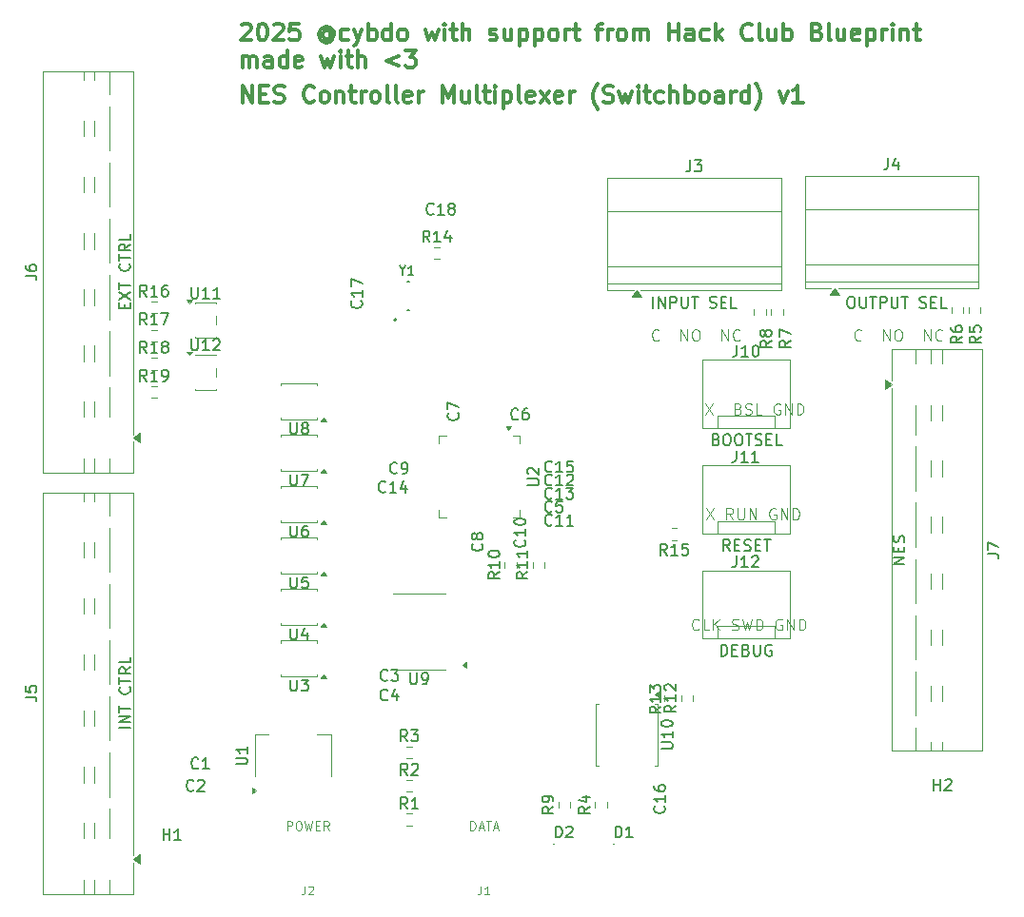
<source format=gbr>
%TF.GenerationSoftware,KiCad,Pcbnew,9.0.5*%
%TF.CreationDate,2025-12-07T11:51:17+11:00*%
%TF.ProjectId,inputSwitchboard,696e7075-7453-4776-9974-6368626f6172,rev?*%
%TF.SameCoordinates,Original*%
%TF.FileFunction,Legend,Top*%
%TF.FilePolarity,Positive*%
%FSLAX46Y46*%
G04 Gerber Fmt 4.6, Leading zero omitted, Abs format (unit mm)*
G04 Created by KiCad (PCBNEW 9.0.5) date 2025-12-07 11:51:17*
%MOMM*%
%LPD*%
G01*
G04 APERTURE LIST*
%ADD10C,0.300000*%
%ADD11C,0.100000*%
%ADD12C,0.150000*%
%ADD13C,0.200000*%
%ADD14C,0.127000*%
%ADD15C,0.120000*%
G04 APERTURE END LIST*
D10*
X78154510Y-40675828D02*
X78154510Y-39175828D01*
X78154510Y-39175828D02*
X79011653Y-40675828D01*
X79011653Y-40675828D02*
X79011653Y-39175828D01*
X79725939Y-39890114D02*
X80225939Y-39890114D01*
X80440225Y-40675828D02*
X79725939Y-40675828D01*
X79725939Y-40675828D02*
X79725939Y-39175828D01*
X79725939Y-39175828D02*
X80440225Y-39175828D01*
X81011654Y-40604400D02*
X81225940Y-40675828D01*
X81225940Y-40675828D02*
X81583082Y-40675828D01*
X81583082Y-40675828D02*
X81725940Y-40604400D01*
X81725940Y-40604400D02*
X81797368Y-40532971D01*
X81797368Y-40532971D02*
X81868797Y-40390114D01*
X81868797Y-40390114D02*
X81868797Y-40247257D01*
X81868797Y-40247257D02*
X81797368Y-40104400D01*
X81797368Y-40104400D02*
X81725940Y-40032971D01*
X81725940Y-40032971D02*
X81583082Y-39961542D01*
X81583082Y-39961542D02*
X81297368Y-39890114D01*
X81297368Y-39890114D02*
X81154511Y-39818685D01*
X81154511Y-39818685D02*
X81083082Y-39747257D01*
X81083082Y-39747257D02*
X81011654Y-39604400D01*
X81011654Y-39604400D02*
X81011654Y-39461542D01*
X81011654Y-39461542D02*
X81083082Y-39318685D01*
X81083082Y-39318685D02*
X81154511Y-39247257D01*
X81154511Y-39247257D02*
X81297368Y-39175828D01*
X81297368Y-39175828D02*
X81654511Y-39175828D01*
X81654511Y-39175828D02*
X81868797Y-39247257D01*
X84511653Y-40532971D02*
X84440225Y-40604400D01*
X84440225Y-40604400D02*
X84225939Y-40675828D01*
X84225939Y-40675828D02*
X84083082Y-40675828D01*
X84083082Y-40675828D02*
X83868796Y-40604400D01*
X83868796Y-40604400D02*
X83725939Y-40461542D01*
X83725939Y-40461542D02*
X83654510Y-40318685D01*
X83654510Y-40318685D02*
X83583082Y-40032971D01*
X83583082Y-40032971D02*
X83583082Y-39818685D01*
X83583082Y-39818685D02*
X83654510Y-39532971D01*
X83654510Y-39532971D02*
X83725939Y-39390114D01*
X83725939Y-39390114D02*
X83868796Y-39247257D01*
X83868796Y-39247257D02*
X84083082Y-39175828D01*
X84083082Y-39175828D02*
X84225939Y-39175828D01*
X84225939Y-39175828D02*
X84440225Y-39247257D01*
X84440225Y-39247257D02*
X84511653Y-39318685D01*
X85368796Y-40675828D02*
X85225939Y-40604400D01*
X85225939Y-40604400D02*
X85154510Y-40532971D01*
X85154510Y-40532971D02*
X85083082Y-40390114D01*
X85083082Y-40390114D02*
X85083082Y-39961542D01*
X85083082Y-39961542D02*
X85154510Y-39818685D01*
X85154510Y-39818685D02*
X85225939Y-39747257D01*
X85225939Y-39747257D02*
X85368796Y-39675828D01*
X85368796Y-39675828D02*
X85583082Y-39675828D01*
X85583082Y-39675828D02*
X85725939Y-39747257D01*
X85725939Y-39747257D02*
X85797368Y-39818685D01*
X85797368Y-39818685D02*
X85868796Y-39961542D01*
X85868796Y-39961542D02*
X85868796Y-40390114D01*
X85868796Y-40390114D02*
X85797368Y-40532971D01*
X85797368Y-40532971D02*
X85725939Y-40604400D01*
X85725939Y-40604400D02*
X85583082Y-40675828D01*
X85583082Y-40675828D02*
X85368796Y-40675828D01*
X86511653Y-39675828D02*
X86511653Y-40675828D01*
X86511653Y-39818685D02*
X86583082Y-39747257D01*
X86583082Y-39747257D02*
X86725939Y-39675828D01*
X86725939Y-39675828D02*
X86940225Y-39675828D01*
X86940225Y-39675828D02*
X87083082Y-39747257D01*
X87083082Y-39747257D02*
X87154511Y-39890114D01*
X87154511Y-39890114D02*
X87154511Y-40675828D01*
X87654511Y-39675828D02*
X88225939Y-39675828D01*
X87868796Y-39175828D02*
X87868796Y-40461542D01*
X87868796Y-40461542D02*
X87940225Y-40604400D01*
X87940225Y-40604400D02*
X88083082Y-40675828D01*
X88083082Y-40675828D02*
X88225939Y-40675828D01*
X88725939Y-40675828D02*
X88725939Y-39675828D01*
X88725939Y-39961542D02*
X88797368Y-39818685D01*
X88797368Y-39818685D02*
X88868797Y-39747257D01*
X88868797Y-39747257D02*
X89011654Y-39675828D01*
X89011654Y-39675828D02*
X89154511Y-39675828D01*
X89868796Y-40675828D02*
X89725939Y-40604400D01*
X89725939Y-40604400D02*
X89654510Y-40532971D01*
X89654510Y-40532971D02*
X89583082Y-40390114D01*
X89583082Y-40390114D02*
X89583082Y-39961542D01*
X89583082Y-39961542D02*
X89654510Y-39818685D01*
X89654510Y-39818685D02*
X89725939Y-39747257D01*
X89725939Y-39747257D02*
X89868796Y-39675828D01*
X89868796Y-39675828D02*
X90083082Y-39675828D01*
X90083082Y-39675828D02*
X90225939Y-39747257D01*
X90225939Y-39747257D02*
X90297368Y-39818685D01*
X90297368Y-39818685D02*
X90368796Y-39961542D01*
X90368796Y-39961542D02*
X90368796Y-40390114D01*
X90368796Y-40390114D02*
X90297368Y-40532971D01*
X90297368Y-40532971D02*
X90225939Y-40604400D01*
X90225939Y-40604400D02*
X90083082Y-40675828D01*
X90083082Y-40675828D02*
X89868796Y-40675828D01*
X91225939Y-40675828D02*
X91083082Y-40604400D01*
X91083082Y-40604400D02*
X91011653Y-40461542D01*
X91011653Y-40461542D02*
X91011653Y-39175828D01*
X92011653Y-40675828D02*
X91868796Y-40604400D01*
X91868796Y-40604400D02*
X91797367Y-40461542D01*
X91797367Y-40461542D02*
X91797367Y-39175828D01*
X93154510Y-40604400D02*
X93011653Y-40675828D01*
X93011653Y-40675828D02*
X92725939Y-40675828D01*
X92725939Y-40675828D02*
X92583081Y-40604400D01*
X92583081Y-40604400D02*
X92511653Y-40461542D01*
X92511653Y-40461542D02*
X92511653Y-39890114D01*
X92511653Y-39890114D02*
X92583081Y-39747257D01*
X92583081Y-39747257D02*
X92725939Y-39675828D01*
X92725939Y-39675828D02*
X93011653Y-39675828D01*
X93011653Y-39675828D02*
X93154510Y-39747257D01*
X93154510Y-39747257D02*
X93225939Y-39890114D01*
X93225939Y-39890114D02*
X93225939Y-40032971D01*
X93225939Y-40032971D02*
X92511653Y-40175828D01*
X93868795Y-40675828D02*
X93868795Y-39675828D01*
X93868795Y-39961542D02*
X93940224Y-39818685D01*
X93940224Y-39818685D02*
X94011653Y-39747257D01*
X94011653Y-39747257D02*
X94154510Y-39675828D01*
X94154510Y-39675828D02*
X94297367Y-39675828D01*
X95940223Y-40675828D02*
X95940223Y-39175828D01*
X95940223Y-39175828D02*
X96440223Y-40247257D01*
X96440223Y-40247257D02*
X96940223Y-39175828D01*
X96940223Y-39175828D02*
X96940223Y-40675828D01*
X98297367Y-39675828D02*
X98297367Y-40675828D01*
X97654509Y-39675828D02*
X97654509Y-40461542D01*
X97654509Y-40461542D02*
X97725938Y-40604400D01*
X97725938Y-40604400D02*
X97868795Y-40675828D01*
X97868795Y-40675828D02*
X98083081Y-40675828D01*
X98083081Y-40675828D02*
X98225938Y-40604400D01*
X98225938Y-40604400D02*
X98297367Y-40532971D01*
X99225938Y-40675828D02*
X99083081Y-40604400D01*
X99083081Y-40604400D02*
X99011652Y-40461542D01*
X99011652Y-40461542D02*
X99011652Y-39175828D01*
X99583081Y-39675828D02*
X100154509Y-39675828D01*
X99797366Y-39175828D02*
X99797366Y-40461542D01*
X99797366Y-40461542D02*
X99868795Y-40604400D01*
X99868795Y-40604400D02*
X100011652Y-40675828D01*
X100011652Y-40675828D02*
X100154509Y-40675828D01*
X100654509Y-40675828D02*
X100654509Y-39675828D01*
X100654509Y-39175828D02*
X100583081Y-39247257D01*
X100583081Y-39247257D02*
X100654509Y-39318685D01*
X100654509Y-39318685D02*
X100725938Y-39247257D01*
X100725938Y-39247257D02*
X100654509Y-39175828D01*
X100654509Y-39175828D02*
X100654509Y-39318685D01*
X101368795Y-39675828D02*
X101368795Y-41175828D01*
X101368795Y-39747257D02*
X101511653Y-39675828D01*
X101511653Y-39675828D02*
X101797367Y-39675828D01*
X101797367Y-39675828D02*
X101940224Y-39747257D01*
X101940224Y-39747257D02*
X102011653Y-39818685D01*
X102011653Y-39818685D02*
X102083081Y-39961542D01*
X102083081Y-39961542D02*
X102083081Y-40390114D01*
X102083081Y-40390114D02*
X102011653Y-40532971D01*
X102011653Y-40532971D02*
X101940224Y-40604400D01*
X101940224Y-40604400D02*
X101797367Y-40675828D01*
X101797367Y-40675828D02*
X101511653Y-40675828D01*
X101511653Y-40675828D02*
X101368795Y-40604400D01*
X102940224Y-40675828D02*
X102797367Y-40604400D01*
X102797367Y-40604400D02*
X102725938Y-40461542D01*
X102725938Y-40461542D02*
X102725938Y-39175828D01*
X104083081Y-40604400D02*
X103940224Y-40675828D01*
X103940224Y-40675828D02*
X103654510Y-40675828D01*
X103654510Y-40675828D02*
X103511652Y-40604400D01*
X103511652Y-40604400D02*
X103440224Y-40461542D01*
X103440224Y-40461542D02*
X103440224Y-39890114D01*
X103440224Y-39890114D02*
X103511652Y-39747257D01*
X103511652Y-39747257D02*
X103654510Y-39675828D01*
X103654510Y-39675828D02*
X103940224Y-39675828D01*
X103940224Y-39675828D02*
X104083081Y-39747257D01*
X104083081Y-39747257D02*
X104154510Y-39890114D01*
X104154510Y-39890114D02*
X104154510Y-40032971D01*
X104154510Y-40032971D02*
X103440224Y-40175828D01*
X104654509Y-40675828D02*
X105440224Y-39675828D01*
X104654509Y-39675828D02*
X105440224Y-40675828D01*
X106583081Y-40604400D02*
X106440224Y-40675828D01*
X106440224Y-40675828D02*
X106154510Y-40675828D01*
X106154510Y-40675828D02*
X106011652Y-40604400D01*
X106011652Y-40604400D02*
X105940224Y-40461542D01*
X105940224Y-40461542D02*
X105940224Y-39890114D01*
X105940224Y-39890114D02*
X106011652Y-39747257D01*
X106011652Y-39747257D02*
X106154510Y-39675828D01*
X106154510Y-39675828D02*
X106440224Y-39675828D01*
X106440224Y-39675828D02*
X106583081Y-39747257D01*
X106583081Y-39747257D02*
X106654510Y-39890114D01*
X106654510Y-39890114D02*
X106654510Y-40032971D01*
X106654510Y-40032971D02*
X105940224Y-40175828D01*
X107297366Y-40675828D02*
X107297366Y-39675828D01*
X107297366Y-39961542D02*
X107368795Y-39818685D01*
X107368795Y-39818685D02*
X107440224Y-39747257D01*
X107440224Y-39747257D02*
X107583081Y-39675828D01*
X107583081Y-39675828D02*
X107725938Y-39675828D01*
X109797366Y-41247257D02*
X109725937Y-41175828D01*
X109725937Y-41175828D02*
X109583080Y-40961542D01*
X109583080Y-40961542D02*
X109511652Y-40818685D01*
X109511652Y-40818685D02*
X109440223Y-40604400D01*
X109440223Y-40604400D02*
X109368794Y-40247257D01*
X109368794Y-40247257D02*
X109368794Y-39961542D01*
X109368794Y-39961542D02*
X109440223Y-39604400D01*
X109440223Y-39604400D02*
X109511652Y-39390114D01*
X109511652Y-39390114D02*
X109583080Y-39247257D01*
X109583080Y-39247257D02*
X109725937Y-39032971D01*
X109725937Y-39032971D02*
X109797366Y-38961542D01*
X110297366Y-40604400D02*
X110511652Y-40675828D01*
X110511652Y-40675828D02*
X110868794Y-40675828D01*
X110868794Y-40675828D02*
X111011652Y-40604400D01*
X111011652Y-40604400D02*
X111083080Y-40532971D01*
X111083080Y-40532971D02*
X111154509Y-40390114D01*
X111154509Y-40390114D02*
X111154509Y-40247257D01*
X111154509Y-40247257D02*
X111083080Y-40104400D01*
X111083080Y-40104400D02*
X111011652Y-40032971D01*
X111011652Y-40032971D02*
X110868794Y-39961542D01*
X110868794Y-39961542D02*
X110583080Y-39890114D01*
X110583080Y-39890114D02*
X110440223Y-39818685D01*
X110440223Y-39818685D02*
X110368794Y-39747257D01*
X110368794Y-39747257D02*
X110297366Y-39604400D01*
X110297366Y-39604400D02*
X110297366Y-39461542D01*
X110297366Y-39461542D02*
X110368794Y-39318685D01*
X110368794Y-39318685D02*
X110440223Y-39247257D01*
X110440223Y-39247257D02*
X110583080Y-39175828D01*
X110583080Y-39175828D02*
X110940223Y-39175828D01*
X110940223Y-39175828D02*
X111154509Y-39247257D01*
X111654508Y-39675828D02*
X111940223Y-40675828D01*
X111940223Y-40675828D02*
X112225937Y-39961542D01*
X112225937Y-39961542D02*
X112511651Y-40675828D01*
X112511651Y-40675828D02*
X112797365Y-39675828D01*
X113368794Y-40675828D02*
X113368794Y-39675828D01*
X113368794Y-39175828D02*
X113297366Y-39247257D01*
X113297366Y-39247257D02*
X113368794Y-39318685D01*
X113368794Y-39318685D02*
X113440223Y-39247257D01*
X113440223Y-39247257D02*
X113368794Y-39175828D01*
X113368794Y-39175828D02*
X113368794Y-39318685D01*
X113868795Y-39675828D02*
X114440223Y-39675828D01*
X114083080Y-39175828D02*
X114083080Y-40461542D01*
X114083080Y-40461542D02*
X114154509Y-40604400D01*
X114154509Y-40604400D02*
X114297366Y-40675828D01*
X114297366Y-40675828D02*
X114440223Y-40675828D01*
X115583081Y-40604400D02*
X115440223Y-40675828D01*
X115440223Y-40675828D02*
X115154509Y-40675828D01*
X115154509Y-40675828D02*
X115011652Y-40604400D01*
X115011652Y-40604400D02*
X114940223Y-40532971D01*
X114940223Y-40532971D02*
X114868795Y-40390114D01*
X114868795Y-40390114D02*
X114868795Y-39961542D01*
X114868795Y-39961542D02*
X114940223Y-39818685D01*
X114940223Y-39818685D02*
X115011652Y-39747257D01*
X115011652Y-39747257D02*
X115154509Y-39675828D01*
X115154509Y-39675828D02*
X115440223Y-39675828D01*
X115440223Y-39675828D02*
X115583081Y-39747257D01*
X116225937Y-40675828D02*
X116225937Y-39175828D01*
X116868795Y-40675828D02*
X116868795Y-39890114D01*
X116868795Y-39890114D02*
X116797366Y-39747257D01*
X116797366Y-39747257D02*
X116654509Y-39675828D01*
X116654509Y-39675828D02*
X116440223Y-39675828D01*
X116440223Y-39675828D02*
X116297366Y-39747257D01*
X116297366Y-39747257D02*
X116225937Y-39818685D01*
X117583080Y-40675828D02*
X117583080Y-39175828D01*
X117583080Y-39747257D02*
X117725938Y-39675828D01*
X117725938Y-39675828D02*
X118011652Y-39675828D01*
X118011652Y-39675828D02*
X118154509Y-39747257D01*
X118154509Y-39747257D02*
X118225938Y-39818685D01*
X118225938Y-39818685D02*
X118297366Y-39961542D01*
X118297366Y-39961542D02*
X118297366Y-40390114D01*
X118297366Y-40390114D02*
X118225938Y-40532971D01*
X118225938Y-40532971D02*
X118154509Y-40604400D01*
X118154509Y-40604400D02*
X118011652Y-40675828D01*
X118011652Y-40675828D02*
X117725938Y-40675828D01*
X117725938Y-40675828D02*
X117583080Y-40604400D01*
X119154509Y-40675828D02*
X119011652Y-40604400D01*
X119011652Y-40604400D02*
X118940223Y-40532971D01*
X118940223Y-40532971D02*
X118868795Y-40390114D01*
X118868795Y-40390114D02*
X118868795Y-39961542D01*
X118868795Y-39961542D02*
X118940223Y-39818685D01*
X118940223Y-39818685D02*
X119011652Y-39747257D01*
X119011652Y-39747257D02*
X119154509Y-39675828D01*
X119154509Y-39675828D02*
X119368795Y-39675828D01*
X119368795Y-39675828D02*
X119511652Y-39747257D01*
X119511652Y-39747257D02*
X119583081Y-39818685D01*
X119583081Y-39818685D02*
X119654509Y-39961542D01*
X119654509Y-39961542D02*
X119654509Y-40390114D01*
X119654509Y-40390114D02*
X119583081Y-40532971D01*
X119583081Y-40532971D02*
X119511652Y-40604400D01*
X119511652Y-40604400D02*
X119368795Y-40675828D01*
X119368795Y-40675828D02*
X119154509Y-40675828D01*
X120940224Y-40675828D02*
X120940224Y-39890114D01*
X120940224Y-39890114D02*
X120868795Y-39747257D01*
X120868795Y-39747257D02*
X120725938Y-39675828D01*
X120725938Y-39675828D02*
X120440224Y-39675828D01*
X120440224Y-39675828D02*
X120297366Y-39747257D01*
X120940224Y-40604400D02*
X120797366Y-40675828D01*
X120797366Y-40675828D02*
X120440224Y-40675828D01*
X120440224Y-40675828D02*
X120297366Y-40604400D01*
X120297366Y-40604400D02*
X120225938Y-40461542D01*
X120225938Y-40461542D02*
X120225938Y-40318685D01*
X120225938Y-40318685D02*
X120297366Y-40175828D01*
X120297366Y-40175828D02*
X120440224Y-40104400D01*
X120440224Y-40104400D02*
X120797366Y-40104400D01*
X120797366Y-40104400D02*
X120940224Y-40032971D01*
X121654509Y-40675828D02*
X121654509Y-39675828D01*
X121654509Y-39961542D02*
X121725938Y-39818685D01*
X121725938Y-39818685D02*
X121797367Y-39747257D01*
X121797367Y-39747257D02*
X121940224Y-39675828D01*
X121940224Y-39675828D02*
X122083081Y-39675828D01*
X123225938Y-40675828D02*
X123225938Y-39175828D01*
X123225938Y-40604400D02*
X123083080Y-40675828D01*
X123083080Y-40675828D02*
X122797366Y-40675828D01*
X122797366Y-40675828D02*
X122654509Y-40604400D01*
X122654509Y-40604400D02*
X122583080Y-40532971D01*
X122583080Y-40532971D02*
X122511652Y-40390114D01*
X122511652Y-40390114D02*
X122511652Y-39961542D01*
X122511652Y-39961542D02*
X122583080Y-39818685D01*
X122583080Y-39818685D02*
X122654509Y-39747257D01*
X122654509Y-39747257D02*
X122797366Y-39675828D01*
X122797366Y-39675828D02*
X123083080Y-39675828D01*
X123083080Y-39675828D02*
X123225938Y-39747257D01*
X123797366Y-41247257D02*
X123868795Y-41175828D01*
X123868795Y-41175828D02*
X124011652Y-40961542D01*
X124011652Y-40961542D02*
X124083081Y-40818685D01*
X124083081Y-40818685D02*
X124154509Y-40604400D01*
X124154509Y-40604400D02*
X124225938Y-40247257D01*
X124225938Y-40247257D02*
X124225938Y-39961542D01*
X124225938Y-39961542D02*
X124154509Y-39604400D01*
X124154509Y-39604400D02*
X124083081Y-39390114D01*
X124083081Y-39390114D02*
X124011652Y-39247257D01*
X124011652Y-39247257D02*
X123868795Y-39032971D01*
X123868795Y-39032971D02*
X123797366Y-38961542D01*
X125940223Y-39675828D02*
X126297366Y-40675828D01*
X126297366Y-40675828D02*
X126654509Y-39675828D01*
X128011652Y-40675828D02*
X127154509Y-40675828D01*
X127583080Y-40675828D02*
X127583080Y-39175828D01*
X127583080Y-39175828D02*
X127440223Y-39390114D01*
X127440223Y-39390114D02*
X127297366Y-39532971D01*
X127297366Y-39532971D02*
X127154509Y-39604400D01*
X78083082Y-33778769D02*
X78154510Y-33707341D01*
X78154510Y-33707341D02*
X78297368Y-33635912D01*
X78297368Y-33635912D02*
X78654510Y-33635912D01*
X78654510Y-33635912D02*
X78797368Y-33707341D01*
X78797368Y-33707341D02*
X78868796Y-33778769D01*
X78868796Y-33778769D02*
X78940225Y-33921626D01*
X78940225Y-33921626D02*
X78940225Y-34064484D01*
X78940225Y-34064484D02*
X78868796Y-34278769D01*
X78868796Y-34278769D02*
X78011653Y-35135912D01*
X78011653Y-35135912D02*
X78940225Y-35135912D01*
X79868796Y-33635912D02*
X80011653Y-33635912D01*
X80011653Y-33635912D02*
X80154510Y-33707341D01*
X80154510Y-33707341D02*
X80225939Y-33778769D01*
X80225939Y-33778769D02*
X80297367Y-33921626D01*
X80297367Y-33921626D02*
X80368796Y-34207341D01*
X80368796Y-34207341D02*
X80368796Y-34564484D01*
X80368796Y-34564484D02*
X80297367Y-34850198D01*
X80297367Y-34850198D02*
X80225939Y-34993055D01*
X80225939Y-34993055D02*
X80154510Y-35064484D01*
X80154510Y-35064484D02*
X80011653Y-35135912D01*
X80011653Y-35135912D02*
X79868796Y-35135912D01*
X79868796Y-35135912D02*
X79725939Y-35064484D01*
X79725939Y-35064484D02*
X79654510Y-34993055D01*
X79654510Y-34993055D02*
X79583081Y-34850198D01*
X79583081Y-34850198D02*
X79511653Y-34564484D01*
X79511653Y-34564484D02*
X79511653Y-34207341D01*
X79511653Y-34207341D02*
X79583081Y-33921626D01*
X79583081Y-33921626D02*
X79654510Y-33778769D01*
X79654510Y-33778769D02*
X79725939Y-33707341D01*
X79725939Y-33707341D02*
X79868796Y-33635912D01*
X80940224Y-33778769D02*
X81011652Y-33707341D01*
X81011652Y-33707341D02*
X81154510Y-33635912D01*
X81154510Y-33635912D02*
X81511652Y-33635912D01*
X81511652Y-33635912D02*
X81654510Y-33707341D01*
X81654510Y-33707341D02*
X81725938Y-33778769D01*
X81725938Y-33778769D02*
X81797367Y-33921626D01*
X81797367Y-33921626D02*
X81797367Y-34064484D01*
X81797367Y-34064484D02*
X81725938Y-34278769D01*
X81725938Y-34278769D02*
X80868795Y-35135912D01*
X80868795Y-35135912D02*
X81797367Y-35135912D01*
X83154509Y-33635912D02*
X82440223Y-33635912D01*
X82440223Y-33635912D02*
X82368795Y-34350198D01*
X82368795Y-34350198D02*
X82440223Y-34278769D01*
X82440223Y-34278769D02*
X82583081Y-34207341D01*
X82583081Y-34207341D02*
X82940223Y-34207341D01*
X82940223Y-34207341D02*
X83083081Y-34278769D01*
X83083081Y-34278769D02*
X83154509Y-34350198D01*
X83154509Y-34350198D02*
X83225938Y-34493055D01*
X83225938Y-34493055D02*
X83225938Y-34850198D01*
X83225938Y-34850198D02*
X83154509Y-34993055D01*
X83154509Y-34993055D02*
X83083081Y-35064484D01*
X83083081Y-35064484D02*
X82940223Y-35135912D01*
X82940223Y-35135912D02*
X82583081Y-35135912D01*
X82583081Y-35135912D02*
X82440223Y-35064484D01*
X82440223Y-35064484D02*
X82368795Y-34993055D01*
X85940223Y-34421626D02*
X85868794Y-34350198D01*
X85868794Y-34350198D02*
X85725937Y-34278769D01*
X85725937Y-34278769D02*
X85583080Y-34278769D01*
X85583080Y-34278769D02*
X85440223Y-34350198D01*
X85440223Y-34350198D02*
X85368794Y-34421626D01*
X85368794Y-34421626D02*
X85297366Y-34564484D01*
X85297366Y-34564484D02*
X85297366Y-34707341D01*
X85297366Y-34707341D02*
X85368794Y-34850198D01*
X85368794Y-34850198D02*
X85440223Y-34921626D01*
X85440223Y-34921626D02*
X85583080Y-34993055D01*
X85583080Y-34993055D02*
X85725937Y-34993055D01*
X85725937Y-34993055D02*
X85868794Y-34921626D01*
X85868794Y-34921626D02*
X85940223Y-34850198D01*
X85940223Y-34278769D02*
X85940223Y-34850198D01*
X85940223Y-34850198D02*
X86011651Y-34921626D01*
X86011651Y-34921626D02*
X86083080Y-34921626D01*
X86083080Y-34921626D02*
X86225937Y-34850198D01*
X86225937Y-34850198D02*
X86297366Y-34707341D01*
X86297366Y-34707341D02*
X86297366Y-34350198D01*
X86297366Y-34350198D02*
X86154509Y-34135912D01*
X86154509Y-34135912D02*
X85940223Y-33993055D01*
X85940223Y-33993055D02*
X85654509Y-33921626D01*
X85654509Y-33921626D02*
X85368794Y-33993055D01*
X85368794Y-33993055D02*
X85154509Y-34135912D01*
X85154509Y-34135912D02*
X85011651Y-34350198D01*
X85011651Y-34350198D02*
X84940223Y-34635912D01*
X84940223Y-34635912D02*
X85011651Y-34921626D01*
X85011651Y-34921626D02*
X85154509Y-35135912D01*
X85154509Y-35135912D02*
X85368794Y-35278769D01*
X85368794Y-35278769D02*
X85654509Y-35350198D01*
X85654509Y-35350198D02*
X85940223Y-35278769D01*
X85940223Y-35278769D02*
X86154509Y-35135912D01*
X87583080Y-35064484D02*
X87440222Y-35135912D01*
X87440222Y-35135912D02*
X87154508Y-35135912D01*
X87154508Y-35135912D02*
X87011651Y-35064484D01*
X87011651Y-35064484D02*
X86940222Y-34993055D01*
X86940222Y-34993055D02*
X86868794Y-34850198D01*
X86868794Y-34850198D02*
X86868794Y-34421626D01*
X86868794Y-34421626D02*
X86940222Y-34278769D01*
X86940222Y-34278769D02*
X87011651Y-34207341D01*
X87011651Y-34207341D02*
X87154508Y-34135912D01*
X87154508Y-34135912D02*
X87440222Y-34135912D01*
X87440222Y-34135912D02*
X87583080Y-34207341D01*
X88083079Y-34135912D02*
X88440222Y-35135912D01*
X88797365Y-34135912D02*
X88440222Y-35135912D01*
X88440222Y-35135912D02*
X88297365Y-35493055D01*
X88297365Y-35493055D02*
X88225936Y-35564484D01*
X88225936Y-35564484D02*
X88083079Y-35635912D01*
X89368793Y-35135912D02*
X89368793Y-33635912D01*
X89368793Y-34207341D02*
X89511651Y-34135912D01*
X89511651Y-34135912D02*
X89797365Y-34135912D01*
X89797365Y-34135912D02*
X89940222Y-34207341D01*
X89940222Y-34207341D02*
X90011651Y-34278769D01*
X90011651Y-34278769D02*
X90083079Y-34421626D01*
X90083079Y-34421626D02*
X90083079Y-34850198D01*
X90083079Y-34850198D02*
X90011651Y-34993055D01*
X90011651Y-34993055D02*
X89940222Y-35064484D01*
X89940222Y-35064484D02*
X89797365Y-35135912D01*
X89797365Y-35135912D02*
X89511651Y-35135912D01*
X89511651Y-35135912D02*
X89368793Y-35064484D01*
X91368794Y-35135912D02*
X91368794Y-33635912D01*
X91368794Y-35064484D02*
X91225936Y-35135912D01*
X91225936Y-35135912D02*
X90940222Y-35135912D01*
X90940222Y-35135912D02*
X90797365Y-35064484D01*
X90797365Y-35064484D02*
X90725936Y-34993055D01*
X90725936Y-34993055D02*
X90654508Y-34850198D01*
X90654508Y-34850198D02*
X90654508Y-34421626D01*
X90654508Y-34421626D02*
X90725936Y-34278769D01*
X90725936Y-34278769D02*
X90797365Y-34207341D01*
X90797365Y-34207341D02*
X90940222Y-34135912D01*
X90940222Y-34135912D02*
X91225936Y-34135912D01*
X91225936Y-34135912D02*
X91368794Y-34207341D01*
X92297365Y-35135912D02*
X92154508Y-35064484D01*
X92154508Y-35064484D02*
X92083079Y-34993055D01*
X92083079Y-34993055D02*
X92011651Y-34850198D01*
X92011651Y-34850198D02*
X92011651Y-34421626D01*
X92011651Y-34421626D02*
X92083079Y-34278769D01*
X92083079Y-34278769D02*
X92154508Y-34207341D01*
X92154508Y-34207341D02*
X92297365Y-34135912D01*
X92297365Y-34135912D02*
X92511651Y-34135912D01*
X92511651Y-34135912D02*
X92654508Y-34207341D01*
X92654508Y-34207341D02*
X92725937Y-34278769D01*
X92725937Y-34278769D02*
X92797365Y-34421626D01*
X92797365Y-34421626D02*
X92797365Y-34850198D01*
X92797365Y-34850198D02*
X92725937Y-34993055D01*
X92725937Y-34993055D02*
X92654508Y-35064484D01*
X92654508Y-35064484D02*
X92511651Y-35135912D01*
X92511651Y-35135912D02*
X92297365Y-35135912D01*
X94440222Y-34135912D02*
X94725937Y-35135912D01*
X94725937Y-35135912D02*
X95011651Y-34421626D01*
X95011651Y-34421626D02*
X95297365Y-35135912D01*
X95297365Y-35135912D02*
X95583079Y-34135912D01*
X96154508Y-35135912D02*
X96154508Y-34135912D01*
X96154508Y-33635912D02*
X96083080Y-33707341D01*
X96083080Y-33707341D02*
X96154508Y-33778769D01*
X96154508Y-33778769D02*
X96225937Y-33707341D01*
X96225937Y-33707341D02*
X96154508Y-33635912D01*
X96154508Y-33635912D02*
X96154508Y-33778769D01*
X96654509Y-34135912D02*
X97225937Y-34135912D01*
X96868794Y-33635912D02*
X96868794Y-34921626D01*
X96868794Y-34921626D02*
X96940223Y-35064484D01*
X96940223Y-35064484D02*
X97083080Y-35135912D01*
X97083080Y-35135912D02*
X97225937Y-35135912D01*
X97725937Y-35135912D02*
X97725937Y-33635912D01*
X98368795Y-35135912D02*
X98368795Y-34350198D01*
X98368795Y-34350198D02*
X98297366Y-34207341D01*
X98297366Y-34207341D02*
X98154509Y-34135912D01*
X98154509Y-34135912D02*
X97940223Y-34135912D01*
X97940223Y-34135912D02*
X97797366Y-34207341D01*
X97797366Y-34207341D02*
X97725937Y-34278769D01*
X100154509Y-35064484D02*
X100297366Y-35135912D01*
X100297366Y-35135912D02*
X100583080Y-35135912D01*
X100583080Y-35135912D02*
X100725937Y-35064484D01*
X100725937Y-35064484D02*
X100797366Y-34921626D01*
X100797366Y-34921626D02*
X100797366Y-34850198D01*
X100797366Y-34850198D02*
X100725937Y-34707341D01*
X100725937Y-34707341D02*
X100583080Y-34635912D01*
X100583080Y-34635912D02*
X100368795Y-34635912D01*
X100368795Y-34635912D02*
X100225937Y-34564484D01*
X100225937Y-34564484D02*
X100154509Y-34421626D01*
X100154509Y-34421626D02*
X100154509Y-34350198D01*
X100154509Y-34350198D02*
X100225937Y-34207341D01*
X100225937Y-34207341D02*
X100368795Y-34135912D01*
X100368795Y-34135912D02*
X100583080Y-34135912D01*
X100583080Y-34135912D02*
X100725937Y-34207341D01*
X102083081Y-34135912D02*
X102083081Y-35135912D01*
X101440223Y-34135912D02*
X101440223Y-34921626D01*
X101440223Y-34921626D02*
X101511652Y-35064484D01*
X101511652Y-35064484D02*
X101654509Y-35135912D01*
X101654509Y-35135912D02*
X101868795Y-35135912D01*
X101868795Y-35135912D02*
X102011652Y-35064484D01*
X102011652Y-35064484D02*
X102083081Y-34993055D01*
X102797366Y-34135912D02*
X102797366Y-35635912D01*
X102797366Y-34207341D02*
X102940224Y-34135912D01*
X102940224Y-34135912D02*
X103225938Y-34135912D01*
X103225938Y-34135912D02*
X103368795Y-34207341D01*
X103368795Y-34207341D02*
X103440224Y-34278769D01*
X103440224Y-34278769D02*
X103511652Y-34421626D01*
X103511652Y-34421626D02*
X103511652Y-34850198D01*
X103511652Y-34850198D02*
X103440224Y-34993055D01*
X103440224Y-34993055D02*
X103368795Y-35064484D01*
X103368795Y-35064484D02*
X103225938Y-35135912D01*
X103225938Y-35135912D02*
X102940224Y-35135912D01*
X102940224Y-35135912D02*
X102797366Y-35064484D01*
X104154509Y-34135912D02*
X104154509Y-35635912D01*
X104154509Y-34207341D02*
X104297367Y-34135912D01*
X104297367Y-34135912D02*
X104583081Y-34135912D01*
X104583081Y-34135912D02*
X104725938Y-34207341D01*
X104725938Y-34207341D02*
X104797367Y-34278769D01*
X104797367Y-34278769D02*
X104868795Y-34421626D01*
X104868795Y-34421626D02*
X104868795Y-34850198D01*
X104868795Y-34850198D02*
X104797367Y-34993055D01*
X104797367Y-34993055D02*
X104725938Y-35064484D01*
X104725938Y-35064484D02*
X104583081Y-35135912D01*
X104583081Y-35135912D02*
X104297367Y-35135912D01*
X104297367Y-35135912D02*
X104154509Y-35064484D01*
X105725938Y-35135912D02*
X105583081Y-35064484D01*
X105583081Y-35064484D02*
X105511652Y-34993055D01*
X105511652Y-34993055D02*
X105440224Y-34850198D01*
X105440224Y-34850198D02*
X105440224Y-34421626D01*
X105440224Y-34421626D02*
X105511652Y-34278769D01*
X105511652Y-34278769D02*
X105583081Y-34207341D01*
X105583081Y-34207341D02*
X105725938Y-34135912D01*
X105725938Y-34135912D02*
X105940224Y-34135912D01*
X105940224Y-34135912D02*
X106083081Y-34207341D01*
X106083081Y-34207341D02*
X106154510Y-34278769D01*
X106154510Y-34278769D02*
X106225938Y-34421626D01*
X106225938Y-34421626D02*
X106225938Y-34850198D01*
X106225938Y-34850198D02*
X106154510Y-34993055D01*
X106154510Y-34993055D02*
X106083081Y-35064484D01*
X106083081Y-35064484D02*
X105940224Y-35135912D01*
X105940224Y-35135912D02*
X105725938Y-35135912D01*
X106868795Y-35135912D02*
X106868795Y-34135912D01*
X106868795Y-34421626D02*
X106940224Y-34278769D01*
X106940224Y-34278769D02*
X107011653Y-34207341D01*
X107011653Y-34207341D02*
X107154510Y-34135912D01*
X107154510Y-34135912D02*
X107297367Y-34135912D01*
X107583081Y-34135912D02*
X108154509Y-34135912D01*
X107797366Y-33635912D02*
X107797366Y-34921626D01*
X107797366Y-34921626D02*
X107868795Y-35064484D01*
X107868795Y-35064484D02*
X108011652Y-35135912D01*
X108011652Y-35135912D02*
X108154509Y-35135912D01*
X109583081Y-34135912D02*
X110154509Y-34135912D01*
X109797366Y-35135912D02*
X109797366Y-33850198D01*
X109797366Y-33850198D02*
X109868795Y-33707341D01*
X109868795Y-33707341D02*
X110011652Y-33635912D01*
X110011652Y-33635912D02*
X110154509Y-33635912D01*
X110654509Y-35135912D02*
X110654509Y-34135912D01*
X110654509Y-34421626D02*
X110725938Y-34278769D01*
X110725938Y-34278769D02*
X110797367Y-34207341D01*
X110797367Y-34207341D02*
X110940224Y-34135912D01*
X110940224Y-34135912D02*
X111083081Y-34135912D01*
X111797366Y-35135912D02*
X111654509Y-35064484D01*
X111654509Y-35064484D02*
X111583080Y-34993055D01*
X111583080Y-34993055D02*
X111511652Y-34850198D01*
X111511652Y-34850198D02*
X111511652Y-34421626D01*
X111511652Y-34421626D02*
X111583080Y-34278769D01*
X111583080Y-34278769D02*
X111654509Y-34207341D01*
X111654509Y-34207341D02*
X111797366Y-34135912D01*
X111797366Y-34135912D02*
X112011652Y-34135912D01*
X112011652Y-34135912D02*
X112154509Y-34207341D01*
X112154509Y-34207341D02*
X112225938Y-34278769D01*
X112225938Y-34278769D02*
X112297366Y-34421626D01*
X112297366Y-34421626D02*
X112297366Y-34850198D01*
X112297366Y-34850198D02*
X112225938Y-34993055D01*
X112225938Y-34993055D02*
X112154509Y-35064484D01*
X112154509Y-35064484D02*
X112011652Y-35135912D01*
X112011652Y-35135912D02*
X111797366Y-35135912D01*
X112940223Y-35135912D02*
X112940223Y-34135912D01*
X112940223Y-34278769D02*
X113011652Y-34207341D01*
X113011652Y-34207341D02*
X113154509Y-34135912D01*
X113154509Y-34135912D02*
X113368795Y-34135912D01*
X113368795Y-34135912D02*
X113511652Y-34207341D01*
X113511652Y-34207341D02*
X113583081Y-34350198D01*
X113583081Y-34350198D02*
X113583081Y-35135912D01*
X113583081Y-34350198D02*
X113654509Y-34207341D01*
X113654509Y-34207341D02*
X113797366Y-34135912D01*
X113797366Y-34135912D02*
X114011652Y-34135912D01*
X114011652Y-34135912D02*
X114154509Y-34207341D01*
X114154509Y-34207341D02*
X114225938Y-34350198D01*
X114225938Y-34350198D02*
X114225938Y-35135912D01*
X116083080Y-35135912D02*
X116083080Y-33635912D01*
X116083080Y-34350198D02*
X116940223Y-34350198D01*
X116940223Y-35135912D02*
X116940223Y-33635912D01*
X118297367Y-35135912D02*
X118297367Y-34350198D01*
X118297367Y-34350198D02*
X118225938Y-34207341D01*
X118225938Y-34207341D02*
X118083081Y-34135912D01*
X118083081Y-34135912D02*
X117797367Y-34135912D01*
X117797367Y-34135912D02*
X117654509Y-34207341D01*
X118297367Y-35064484D02*
X118154509Y-35135912D01*
X118154509Y-35135912D02*
X117797367Y-35135912D01*
X117797367Y-35135912D02*
X117654509Y-35064484D01*
X117654509Y-35064484D02*
X117583081Y-34921626D01*
X117583081Y-34921626D02*
X117583081Y-34778769D01*
X117583081Y-34778769D02*
X117654509Y-34635912D01*
X117654509Y-34635912D02*
X117797367Y-34564484D01*
X117797367Y-34564484D02*
X118154509Y-34564484D01*
X118154509Y-34564484D02*
X118297367Y-34493055D01*
X119654510Y-35064484D02*
X119511652Y-35135912D01*
X119511652Y-35135912D02*
X119225938Y-35135912D01*
X119225938Y-35135912D02*
X119083081Y-35064484D01*
X119083081Y-35064484D02*
X119011652Y-34993055D01*
X119011652Y-34993055D02*
X118940224Y-34850198D01*
X118940224Y-34850198D02*
X118940224Y-34421626D01*
X118940224Y-34421626D02*
X119011652Y-34278769D01*
X119011652Y-34278769D02*
X119083081Y-34207341D01*
X119083081Y-34207341D02*
X119225938Y-34135912D01*
X119225938Y-34135912D02*
X119511652Y-34135912D01*
X119511652Y-34135912D02*
X119654510Y-34207341D01*
X120297366Y-35135912D02*
X120297366Y-33635912D01*
X120440224Y-34564484D02*
X120868795Y-35135912D01*
X120868795Y-34135912D02*
X120297366Y-34707341D01*
X123511652Y-34993055D02*
X123440224Y-35064484D01*
X123440224Y-35064484D02*
X123225938Y-35135912D01*
X123225938Y-35135912D02*
X123083081Y-35135912D01*
X123083081Y-35135912D02*
X122868795Y-35064484D01*
X122868795Y-35064484D02*
X122725938Y-34921626D01*
X122725938Y-34921626D02*
X122654509Y-34778769D01*
X122654509Y-34778769D02*
X122583081Y-34493055D01*
X122583081Y-34493055D02*
X122583081Y-34278769D01*
X122583081Y-34278769D02*
X122654509Y-33993055D01*
X122654509Y-33993055D02*
X122725938Y-33850198D01*
X122725938Y-33850198D02*
X122868795Y-33707341D01*
X122868795Y-33707341D02*
X123083081Y-33635912D01*
X123083081Y-33635912D02*
X123225938Y-33635912D01*
X123225938Y-33635912D02*
X123440224Y-33707341D01*
X123440224Y-33707341D02*
X123511652Y-33778769D01*
X124368795Y-35135912D02*
X124225938Y-35064484D01*
X124225938Y-35064484D02*
X124154509Y-34921626D01*
X124154509Y-34921626D02*
X124154509Y-33635912D01*
X125583081Y-34135912D02*
X125583081Y-35135912D01*
X124940223Y-34135912D02*
X124940223Y-34921626D01*
X124940223Y-34921626D02*
X125011652Y-35064484D01*
X125011652Y-35064484D02*
X125154509Y-35135912D01*
X125154509Y-35135912D02*
X125368795Y-35135912D01*
X125368795Y-35135912D02*
X125511652Y-35064484D01*
X125511652Y-35064484D02*
X125583081Y-34993055D01*
X126297366Y-35135912D02*
X126297366Y-33635912D01*
X126297366Y-34207341D02*
X126440224Y-34135912D01*
X126440224Y-34135912D02*
X126725938Y-34135912D01*
X126725938Y-34135912D02*
X126868795Y-34207341D01*
X126868795Y-34207341D02*
X126940224Y-34278769D01*
X126940224Y-34278769D02*
X127011652Y-34421626D01*
X127011652Y-34421626D02*
X127011652Y-34850198D01*
X127011652Y-34850198D02*
X126940224Y-34993055D01*
X126940224Y-34993055D02*
X126868795Y-35064484D01*
X126868795Y-35064484D02*
X126725938Y-35135912D01*
X126725938Y-35135912D02*
X126440224Y-35135912D01*
X126440224Y-35135912D02*
X126297366Y-35064484D01*
X129297366Y-34350198D02*
X129511652Y-34421626D01*
X129511652Y-34421626D02*
X129583081Y-34493055D01*
X129583081Y-34493055D02*
X129654509Y-34635912D01*
X129654509Y-34635912D02*
X129654509Y-34850198D01*
X129654509Y-34850198D02*
X129583081Y-34993055D01*
X129583081Y-34993055D02*
X129511652Y-35064484D01*
X129511652Y-35064484D02*
X129368795Y-35135912D01*
X129368795Y-35135912D02*
X128797366Y-35135912D01*
X128797366Y-35135912D02*
X128797366Y-33635912D01*
X128797366Y-33635912D02*
X129297366Y-33635912D01*
X129297366Y-33635912D02*
X129440224Y-33707341D01*
X129440224Y-33707341D02*
X129511652Y-33778769D01*
X129511652Y-33778769D02*
X129583081Y-33921626D01*
X129583081Y-33921626D02*
X129583081Y-34064484D01*
X129583081Y-34064484D02*
X129511652Y-34207341D01*
X129511652Y-34207341D02*
X129440224Y-34278769D01*
X129440224Y-34278769D02*
X129297366Y-34350198D01*
X129297366Y-34350198D02*
X128797366Y-34350198D01*
X130511652Y-35135912D02*
X130368795Y-35064484D01*
X130368795Y-35064484D02*
X130297366Y-34921626D01*
X130297366Y-34921626D02*
X130297366Y-33635912D01*
X131725938Y-34135912D02*
X131725938Y-35135912D01*
X131083080Y-34135912D02*
X131083080Y-34921626D01*
X131083080Y-34921626D02*
X131154509Y-35064484D01*
X131154509Y-35064484D02*
X131297366Y-35135912D01*
X131297366Y-35135912D02*
X131511652Y-35135912D01*
X131511652Y-35135912D02*
X131654509Y-35064484D01*
X131654509Y-35064484D02*
X131725938Y-34993055D01*
X133011652Y-35064484D02*
X132868795Y-35135912D01*
X132868795Y-35135912D02*
X132583081Y-35135912D01*
X132583081Y-35135912D02*
X132440223Y-35064484D01*
X132440223Y-35064484D02*
X132368795Y-34921626D01*
X132368795Y-34921626D02*
X132368795Y-34350198D01*
X132368795Y-34350198D02*
X132440223Y-34207341D01*
X132440223Y-34207341D02*
X132583081Y-34135912D01*
X132583081Y-34135912D02*
X132868795Y-34135912D01*
X132868795Y-34135912D02*
X133011652Y-34207341D01*
X133011652Y-34207341D02*
X133083081Y-34350198D01*
X133083081Y-34350198D02*
X133083081Y-34493055D01*
X133083081Y-34493055D02*
X132368795Y-34635912D01*
X133725937Y-34135912D02*
X133725937Y-35635912D01*
X133725937Y-34207341D02*
X133868795Y-34135912D01*
X133868795Y-34135912D02*
X134154509Y-34135912D01*
X134154509Y-34135912D02*
X134297366Y-34207341D01*
X134297366Y-34207341D02*
X134368795Y-34278769D01*
X134368795Y-34278769D02*
X134440223Y-34421626D01*
X134440223Y-34421626D02*
X134440223Y-34850198D01*
X134440223Y-34850198D02*
X134368795Y-34993055D01*
X134368795Y-34993055D02*
X134297366Y-35064484D01*
X134297366Y-35064484D02*
X134154509Y-35135912D01*
X134154509Y-35135912D02*
X133868795Y-35135912D01*
X133868795Y-35135912D02*
X133725937Y-35064484D01*
X135083080Y-35135912D02*
X135083080Y-34135912D01*
X135083080Y-34421626D02*
X135154509Y-34278769D01*
X135154509Y-34278769D02*
X135225938Y-34207341D01*
X135225938Y-34207341D02*
X135368795Y-34135912D01*
X135368795Y-34135912D02*
X135511652Y-34135912D01*
X136011651Y-35135912D02*
X136011651Y-34135912D01*
X136011651Y-33635912D02*
X135940223Y-33707341D01*
X135940223Y-33707341D02*
X136011651Y-33778769D01*
X136011651Y-33778769D02*
X136083080Y-33707341D01*
X136083080Y-33707341D02*
X136011651Y-33635912D01*
X136011651Y-33635912D02*
X136011651Y-33778769D01*
X136725937Y-34135912D02*
X136725937Y-35135912D01*
X136725937Y-34278769D02*
X136797366Y-34207341D01*
X136797366Y-34207341D02*
X136940223Y-34135912D01*
X136940223Y-34135912D02*
X137154509Y-34135912D01*
X137154509Y-34135912D02*
X137297366Y-34207341D01*
X137297366Y-34207341D02*
X137368795Y-34350198D01*
X137368795Y-34350198D02*
X137368795Y-35135912D01*
X137868795Y-34135912D02*
X138440223Y-34135912D01*
X138083080Y-33635912D02*
X138083080Y-34921626D01*
X138083080Y-34921626D02*
X138154509Y-35064484D01*
X138154509Y-35064484D02*
X138297366Y-35135912D01*
X138297366Y-35135912D02*
X138440223Y-35135912D01*
X78154510Y-37550828D02*
X78154510Y-36550828D01*
X78154510Y-36693685D02*
X78225939Y-36622257D01*
X78225939Y-36622257D02*
X78368796Y-36550828D01*
X78368796Y-36550828D02*
X78583082Y-36550828D01*
X78583082Y-36550828D02*
X78725939Y-36622257D01*
X78725939Y-36622257D02*
X78797368Y-36765114D01*
X78797368Y-36765114D02*
X78797368Y-37550828D01*
X78797368Y-36765114D02*
X78868796Y-36622257D01*
X78868796Y-36622257D02*
X79011653Y-36550828D01*
X79011653Y-36550828D02*
X79225939Y-36550828D01*
X79225939Y-36550828D02*
X79368796Y-36622257D01*
X79368796Y-36622257D02*
X79440225Y-36765114D01*
X79440225Y-36765114D02*
X79440225Y-37550828D01*
X80797368Y-37550828D02*
X80797368Y-36765114D01*
X80797368Y-36765114D02*
X80725939Y-36622257D01*
X80725939Y-36622257D02*
X80583082Y-36550828D01*
X80583082Y-36550828D02*
X80297368Y-36550828D01*
X80297368Y-36550828D02*
X80154510Y-36622257D01*
X80797368Y-37479400D02*
X80654510Y-37550828D01*
X80654510Y-37550828D02*
X80297368Y-37550828D01*
X80297368Y-37550828D02*
X80154510Y-37479400D01*
X80154510Y-37479400D02*
X80083082Y-37336542D01*
X80083082Y-37336542D02*
X80083082Y-37193685D01*
X80083082Y-37193685D02*
X80154510Y-37050828D01*
X80154510Y-37050828D02*
X80297368Y-36979400D01*
X80297368Y-36979400D02*
X80654510Y-36979400D01*
X80654510Y-36979400D02*
X80797368Y-36907971D01*
X82154511Y-37550828D02*
X82154511Y-36050828D01*
X82154511Y-37479400D02*
X82011653Y-37550828D01*
X82011653Y-37550828D02*
X81725939Y-37550828D01*
X81725939Y-37550828D02*
X81583082Y-37479400D01*
X81583082Y-37479400D02*
X81511653Y-37407971D01*
X81511653Y-37407971D02*
X81440225Y-37265114D01*
X81440225Y-37265114D02*
X81440225Y-36836542D01*
X81440225Y-36836542D02*
X81511653Y-36693685D01*
X81511653Y-36693685D02*
X81583082Y-36622257D01*
X81583082Y-36622257D02*
X81725939Y-36550828D01*
X81725939Y-36550828D02*
X82011653Y-36550828D01*
X82011653Y-36550828D02*
X82154511Y-36622257D01*
X83440225Y-37479400D02*
X83297368Y-37550828D01*
X83297368Y-37550828D02*
X83011654Y-37550828D01*
X83011654Y-37550828D02*
X82868796Y-37479400D01*
X82868796Y-37479400D02*
X82797368Y-37336542D01*
X82797368Y-37336542D02*
X82797368Y-36765114D01*
X82797368Y-36765114D02*
X82868796Y-36622257D01*
X82868796Y-36622257D02*
X83011654Y-36550828D01*
X83011654Y-36550828D02*
X83297368Y-36550828D01*
X83297368Y-36550828D02*
X83440225Y-36622257D01*
X83440225Y-36622257D02*
X83511654Y-36765114D01*
X83511654Y-36765114D02*
X83511654Y-36907971D01*
X83511654Y-36907971D02*
X82797368Y-37050828D01*
X85154510Y-36550828D02*
X85440225Y-37550828D01*
X85440225Y-37550828D02*
X85725939Y-36836542D01*
X85725939Y-36836542D02*
X86011653Y-37550828D01*
X86011653Y-37550828D02*
X86297367Y-36550828D01*
X86868796Y-37550828D02*
X86868796Y-36550828D01*
X86868796Y-36050828D02*
X86797368Y-36122257D01*
X86797368Y-36122257D02*
X86868796Y-36193685D01*
X86868796Y-36193685D02*
X86940225Y-36122257D01*
X86940225Y-36122257D02*
X86868796Y-36050828D01*
X86868796Y-36050828D02*
X86868796Y-36193685D01*
X87368797Y-36550828D02*
X87940225Y-36550828D01*
X87583082Y-36050828D02*
X87583082Y-37336542D01*
X87583082Y-37336542D02*
X87654511Y-37479400D01*
X87654511Y-37479400D02*
X87797368Y-37550828D01*
X87797368Y-37550828D02*
X87940225Y-37550828D01*
X88440225Y-37550828D02*
X88440225Y-36050828D01*
X89083083Y-37550828D02*
X89083083Y-36765114D01*
X89083083Y-36765114D02*
X89011654Y-36622257D01*
X89011654Y-36622257D02*
X88868797Y-36550828D01*
X88868797Y-36550828D02*
X88654511Y-36550828D01*
X88654511Y-36550828D02*
X88511654Y-36622257D01*
X88511654Y-36622257D02*
X88440225Y-36693685D01*
X92083083Y-36550828D02*
X90940225Y-36979400D01*
X90940225Y-36979400D02*
X92083083Y-37407971D01*
X92654511Y-36050828D02*
X93583083Y-36050828D01*
X93583083Y-36050828D02*
X93083083Y-36622257D01*
X93083083Y-36622257D02*
X93297368Y-36622257D01*
X93297368Y-36622257D02*
X93440226Y-36693685D01*
X93440226Y-36693685D02*
X93511654Y-36765114D01*
X93511654Y-36765114D02*
X93583083Y-36907971D01*
X93583083Y-36907971D02*
X93583083Y-37265114D01*
X93583083Y-37265114D02*
X93511654Y-37407971D01*
X93511654Y-37407971D02*
X93440226Y-37479400D01*
X93440226Y-37479400D02*
X93297368Y-37550828D01*
X93297368Y-37550828D02*
X92868797Y-37550828D01*
X92868797Y-37550828D02*
X92725940Y-37479400D01*
X92725940Y-37479400D02*
X92654511Y-37407971D01*
D11*
X119408646Y-76783243D02*
X120075312Y-77783243D01*
X120075312Y-76783243D02*
X119408646Y-77783243D01*
X121789598Y-77783243D02*
X121456265Y-77307052D01*
X121218170Y-77783243D02*
X121218170Y-76783243D01*
X121218170Y-76783243D02*
X121599122Y-76783243D01*
X121599122Y-76783243D02*
X121694360Y-76830862D01*
X121694360Y-76830862D02*
X121741979Y-76878481D01*
X121741979Y-76878481D02*
X121789598Y-76973719D01*
X121789598Y-76973719D02*
X121789598Y-77116576D01*
X121789598Y-77116576D02*
X121741979Y-77211814D01*
X121741979Y-77211814D02*
X121694360Y-77259433D01*
X121694360Y-77259433D02*
X121599122Y-77307052D01*
X121599122Y-77307052D02*
X121218170Y-77307052D01*
X122218170Y-76783243D02*
X122218170Y-77592766D01*
X122218170Y-77592766D02*
X122265789Y-77688004D01*
X122265789Y-77688004D02*
X122313408Y-77735624D01*
X122313408Y-77735624D02*
X122408646Y-77783243D01*
X122408646Y-77783243D02*
X122599122Y-77783243D01*
X122599122Y-77783243D02*
X122694360Y-77735624D01*
X122694360Y-77735624D02*
X122741979Y-77688004D01*
X122741979Y-77688004D02*
X122789598Y-77592766D01*
X122789598Y-77592766D02*
X122789598Y-76783243D01*
X123265789Y-77783243D02*
X123265789Y-76783243D01*
X123265789Y-76783243D02*
X123837217Y-77783243D01*
X123837217Y-77783243D02*
X123837217Y-76783243D01*
X125599122Y-76830862D02*
X125503884Y-76783243D01*
X125503884Y-76783243D02*
X125361027Y-76783243D01*
X125361027Y-76783243D02*
X125218170Y-76830862D01*
X125218170Y-76830862D02*
X125122932Y-76926100D01*
X125122932Y-76926100D02*
X125075313Y-77021338D01*
X125075313Y-77021338D02*
X125027694Y-77211814D01*
X125027694Y-77211814D02*
X125027694Y-77354671D01*
X125027694Y-77354671D02*
X125075313Y-77545147D01*
X125075313Y-77545147D02*
X125122932Y-77640385D01*
X125122932Y-77640385D02*
X125218170Y-77735624D01*
X125218170Y-77735624D02*
X125361027Y-77783243D01*
X125361027Y-77783243D02*
X125456265Y-77783243D01*
X125456265Y-77783243D02*
X125599122Y-77735624D01*
X125599122Y-77735624D02*
X125646741Y-77688004D01*
X125646741Y-77688004D02*
X125646741Y-77354671D01*
X125646741Y-77354671D02*
X125456265Y-77354671D01*
X126075313Y-77783243D02*
X126075313Y-76783243D01*
X126075313Y-76783243D02*
X126646741Y-77783243D01*
X126646741Y-77783243D02*
X126646741Y-76783243D01*
X127122932Y-77783243D02*
X127122932Y-76783243D01*
X127122932Y-76783243D02*
X127361027Y-76783243D01*
X127361027Y-76783243D02*
X127503884Y-76830862D01*
X127503884Y-76830862D02*
X127599122Y-76926100D01*
X127599122Y-76926100D02*
X127646741Y-77021338D01*
X127646741Y-77021338D02*
X127694360Y-77211814D01*
X127694360Y-77211814D02*
X127694360Y-77354671D01*
X127694360Y-77354671D02*
X127646741Y-77545147D01*
X127646741Y-77545147D02*
X127599122Y-77640385D01*
X127599122Y-77640385D02*
X127503884Y-77735624D01*
X127503884Y-77735624D02*
X127361027Y-77783243D01*
X127361027Y-77783243D02*
X127122932Y-77783243D01*
X115215312Y-61777180D02*
X115167693Y-61824800D01*
X115167693Y-61824800D02*
X115024836Y-61872419D01*
X115024836Y-61872419D02*
X114929598Y-61872419D01*
X114929598Y-61872419D02*
X114786741Y-61824800D01*
X114786741Y-61824800D02*
X114691503Y-61729561D01*
X114691503Y-61729561D02*
X114643884Y-61634323D01*
X114643884Y-61634323D02*
X114596265Y-61443847D01*
X114596265Y-61443847D02*
X114596265Y-61300990D01*
X114596265Y-61300990D02*
X114643884Y-61110514D01*
X114643884Y-61110514D02*
X114691503Y-61015276D01*
X114691503Y-61015276D02*
X114786741Y-60920038D01*
X114786741Y-60920038D02*
X114929598Y-60872419D01*
X114929598Y-60872419D02*
X115024836Y-60872419D01*
X115024836Y-60872419D02*
X115167693Y-60920038D01*
X115167693Y-60920038D02*
X115215312Y-60967657D01*
X117167694Y-61872419D02*
X117167694Y-60872419D01*
X117167694Y-60872419D02*
X117739122Y-61872419D01*
X117739122Y-61872419D02*
X117739122Y-60872419D01*
X118405789Y-60872419D02*
X118596265Y-60872419D01*
X118596265Y-60872419D02*
X118691503Y-60920038D01*
X118691503Y-60920038D02*
X118786741Y-61015276D01*
X118786741Y-61015276D02*
X118834360Y-61205752D01*
X118834360Y-61205752D02*
X118834360Y-61539085D01*
X118834360Y-61539085D02*
X118786741Y-61729561D01*
X118786741Y-61729561D02*
X118691503Y-61824800D01*
X118691503Y-61824800D02*
X118596265Y-61872419D01*
X118596265Y-61872419D02*
X118405789Y-61872419D01*
X118405789Y-61872419D02*
X118310551Y-61824800D01*
X118310551Y-61824800D02*
X118215313Y-61729561D01*
X118215313Y-61729561D02*
X118167694Y-61539085D01*
X118167694Y-61539085D02*
X118167694Y-61205752D01*
X118167694Y-61205752D02*
X118215313Y-61015276D01*
X118215313Y-61015276D02*
X118310551Y-60920038D01*
X118310551Y-60920038D02*
X118405789Y-60872419D01*
X120786742Y-61872419D02*
X120786742Y-60872419D01*
X120786742Y-60872419D02*
X121358170Y-61872419D01*
X121358170Y-61872419D02*
X121358170Y-60872419D01*
X122405789Y-61777180D02*
X122358170Y-61824800D01*
X122358170Y-61824800D02*
X122215313Y-61872419D01*
X122215313Y-61872419D02*
X122120075Y-61872419D01*
X122120075Y-61872419D02*
X121977218Y-61824800D01*
X121977218Y-61824800D02*
X121881980Y-61729561D01*
X121881980Y-61729561D02*
X121834361Y-61634323D01*
X121834361Y-61634323D02*
X121786742Y-61443847D01*
X121786742Y-61443847D02*
X121786742Y-61300990D01*
X121786742Y-61300990D02*
X121834361Y-61110514D01*
X121834361Y-61110514D02*
X121881980Y-61015276D01*
X121881980Y-61015276D02*
X121977218Y-60920038D01*
X121977218Y-60920038D02*
X122120075Y-60872419D01*
X122120075Y-60872419D02*
X122215313Y-60872419D01*
X122215313Y-60872419D02*
X122358170Y-60920038D01*
X122358170Y-60920038D02*
X122405789Y-60967657D01*
X133215312Y-61777180D02*
X133167693Y-61824800D01*
X133167693Y-61824800D02*
X133024836Y-61872419D01*
X133024836Y-61872419D02*
X132929598Y-61872419D01*
X132929598Y-61872419D02*
X132786741Y-61824800D01*
X132786741Y-61824800D02*
X132691503Y-61729561D01*
X132691503Y-61729561D02*
X132643884Y-61634323D01*
X132643884Y-61634323D02*
X132596265Y-61443847D01*
X132596265Y-61443847D02*
X132596265Y-61300990D01*
X132596265Y-61300990D02*
X132643884Y-61110514D01*
X132643884Y-61110514D02*
X132691503Y-61015276D01*
X132691503Y-61015276D02*
X132786741Y-60920038D01*
X132786741Y-60920038D02*
X132929598Y-60872419D01*
X132929598Y-60872419D02*
X133024836Y-60872419D01*
X133024836Y-60872419D02*
X133167693Y-60920038D01*
X133167693Y-60920038D02*
X133215312Y-60967657D01*
X135167694Y-61872419D02*
X135167694Y-60872419D01*
X135167694Y-60872419D02*
X135739122Y-61872419D01*
X135739122Y-61872419D02*
X135739122Y-60872419D01*
X136405789Y-60872419D02*
X136596265Y-60872419D01*
X136596265Y-60872419D02*
X136691503Y-60920038D01*
X136691503Y-60920038D02*
X136786741Y-61015276D01*
X136786741Y-61015276D02*
X136834360Y-61205752D01*
X136834360Y-61205752D02*
X136834360Y-61539085D01*
X136834360Y-61539085D02*
X136786741Y-61729561D01*
X136786741Y-61729561D02*
X136691503Y-61824800D01*
X136691503Y-61824800D02*
X136596265Y-61872419D01*
X136596265Y-61872419D02*
X136405789Y-61872419D01*
X136405789Y-61872419D02*
X136310551Y-61824800D01*
X136310551Y-61824800D02*
X136215313Y-61729561D01*
X136215313Y-61729561D02*
X136167694Y-61539085D01*
X136167694Y-61539085D02*
X136167694Y-61205752D01*
X136167694Y-61205752D02*
X136215313Y-61015276D01*
X136215313Y-61015276D02*
X136310551Y-60920038D01*
X136310551Y-60920038D02*
X136405789Y-60872419D01*
X138786742Y-61872419D02*
X138786742Y-60872419D01*
X138786742Y-60872419D02*
X139358170Y-61872419D01*
X139358170Y-61872419D02*
X139358170Y-60872419D01*
X140405789Y-61777180D02*
X140358170Y-61824800D01*
X140358170Y-61824800D02*
X140215313Y-61872419D01*
X140215313Y-61872419D02*
X140120075Y-61872419D01*
X140120075Y-61872419D02*
X139977218Y-61824800D01*
X139977218Y-61824800D02*
X139881980Y-61729561D01*
X139881980Y-61729561D02*
X139834361Y-61634323D01*
X139834361Y-61634323D02*
X139786742Y-61443847D01*
X139786742Y-61443847D02*
X139786742Y-61300990D01*
X139786742Y-61300990D02*
X139834361Y-61110514D01*
X139834361Y-61110514D02*
X139881980Y-61015276D01*
X139881980Y-61015276D02*
X139977218Y-60920038D01*
X139977218Y-60920038D02*
X140120075Y-60872419D01*
X140120075Y-60872419D02*
X140215313Y-60872419D01*
X140215313Y-60872419D02*
X140358170Y-60920038D01*
X140358170Y-60920038D02*
X140405789Y-60967657D01*
X119358646Y-67447419D02*
X120025312Y-68447419D01*
X120025312Y-67447419D02*
X119358646Y-68447419D01*
X122263408Y-67923609D02*
X122406265Y-67971228D01*
X122406265Y-67971228D02*
X122453884Y-68018847D01*
X122453884Y-68018847D02*
X122501503Y-68114085D01*
X122501503Y-68114085D02*
X122501503Y-68256942D01*
X122501503Y-68256942D02*
X122453884Y-68352180D01*
X122453884Y-68352180D02*
X122406265Y-68399800D01*
X122406265Y-68399800D02*
X122311027Y-68447419D01*
X122311027Y-68447419D02*
X121930075Y-68447419D01*
X121930075Y-68447419D02*
X121930075Y-67447419D01*
X121930075Y-67447419D02*
X122263408Y-67447419D01*
X122263408Y-67447419D02*
X122358646Y-67495038D01*
X122358646Y-67495038D02*
X122406265Y-67542657D01*
X122406265Y-67542657D02*
X122453884Y-67637895D01*
X122453884Y-67637895D02*
X122453884Y-67733133D01*
X122453884Y-67733133D02*
X122406265Y-67828371D01*
X122406265Y-67828371D02*
X122358646Y-67875990D01*
X122358646Y-67875990D02*
X122263408Y-67923609D01*
X122263408Y-67923609D02*
X121930075Y-67923609D01*
X122882456Y-68399800D02*
X123025313Y-68447419D01*
X123025313Y-68447419D02*
X123263408Y-68447419D01*
X123263408Y-68447419D02*
X123358646Y-68399800D01*
X123358646Y-68399800D02*
X123406265Y-68352180D01*
X123406265Y-68352180D02*
X123453884Y-68256942D01*
X123453884Y-68256942D02*
X123453884Y-68161704D01*
X123453884Y-68161704D02*
X123406265Y-68066466D01*
X123406265Y-68066466D02*
X123358646Y-68018847D01*
X123358646Y-68018847D02*
X123263408Y-67971228D01*
X123263408Y-67971228D02*
X123072932Y-67923609D01*
X123072932Y-67923609D02*
X122977694Y-67875990D01*
X122977694Y-67875990D02*
X122930075Y-67828371D01*
X122930075Y-67828371D02*
X122882456Y-67733133D01*
X122882456Y-67733133D02*
X122882456Y-67637895D01*
X122882456Y-67637895D02*
X122930075Y-67542657D01*
X122930075Y-67542657D02*
X122977694Y-67495038D01*
X122977694Y-67495038D02*
X123072932Y-67447419D01*
X123072932Y-67447419D02*
X123311027Y-67447419D01*
X123311027Y-67447419D02*
X123453884Y-67495038D01*
X124358646Y-68447419D02*
X123882456Y-68447419D01*
X123882456Y-68447419D02*
X123882456Y-67447419D01*
X125977694Y-67495038D02*
X125882456Y-67447419D01*
X125882456Y-67447419D02*
X125739599Y-67447419D01*
X125739599Y-67447419D02*
X125596742Y-67495038D01*
X125596742Y-67495038D02*
X125501504Y-67590276D01*
X125501504Y-67590276D02*
X125453885Y-67685514D01*
X125453885Y-67685514D02*
X125406266Y-67875990D01*
X125406266Y-67875990D02*
X125406266Y-68018847D01*
X125406266Y-68018847D02*
X125453885Y-68209323D01*
X125453885Y-68209323D02*
X125501504Y-68304561D01*
X125501504Y-68304561D02*
X125596742Y-68399800D01*
X125596742Y-68399800D02*
X125739599Y-68447419D01*
X125739599Y-68447419D02*
X125834837Y-68447419D01*
X125834837Y-68447419D02*
X125977694Y-68399800D01*
X125977694Y-68399800D02*
X126025313Y-68352180D01*
X126025313Y-68352180D02*
X126025313Y-68018847D01*
X126025313Y-68018847D02*
X125834837Y-68018847D01*
X126453885Y-68447419D02*
X126453885Y-67447419D01*
X126453885Y-67447419D02*
X127025313Y-68447419D01*
X127025313Y-68447419D02*
X127025313Y-67447419D01*
X127501504Y-68447419D02*
X127501504Y-67447419D01*
X127501504Y-67447419D02*
X127739599Y-67447419D01*
X127739599Y-67447419D02*
X127882456Y-67495038D01*
X127882456Y-67495038D02*
X127977694Y-67590276D01*
X127977694Y-67590276D02*
X128025313Y-67685514D01*
X128025313Y-67685514D02*
X128072932Y-67875990D01*
X128072932Y-67875990D02*
X128072932Y-68018847D01*
X128072932Y-68018847D02*
X128025313Y-68209323D01*
X128025313Y-68209323D02*
X127977694Y-68304561D01*
X127977694Y-68304561D02*
X127882456Y-68399800D01*
X127882456Y-68399800D02*
X127739599Y-68447419D01*
X127739599Y-68447419D02*
X127501504Y-68447419D01*
X118775312Y-87542985D02*
X118727693Y-87590605D01*
X118727693Y-87590605D02*
X118584836Y-87638224D01*
X118584836Y-87638224D02*
X118489598Y-87638224D01*
X118489598Y-87638224D02*
X118346741Y-87590605D01*
X118346741Y-87590605D02*
X118251503Y-87495366D01*
X118251503Y-87495366D02*
X118203884Y-87400128D01*
X118203884Y-87400128D02*
X118156265Y-87209652D01*
X118156265Y-87209652D02*
X118156265Y-87066795D01*
X118156265Y-87066795D02*
X118203884Y-86876319D01*
X118203884Y-86876319D02*
X118251503Y-86781081D01*
X118251503Y-86781081D02*
X118346741Y-86685843D01*
X118346741Y-86685843D02*
X118489598Y-86638224D01*
X118489598Y-86638224D02*
X118584836Y-86638224D01*
X118584836Y-86638224D02*
X118727693Y-86685843D01*
X118727693Y-86685843D02*
X118775312Y-86733462D01*
X119680074Y-87638224D02*
X119203884Y-87638224D01*
X119203884Y-87638224D02*
X119203884Y-86638224D01*
X120013408Y-87638224D02*
X120013408Y-86638224D01*
X120584836Y-87638224D02*
X120156265Y-87066795D01*
X120584836Y-86638224D02*
X120013408Y-87209652D01*
X121727694Y-87590605D02*
X121870551Y-87638224D01*
X121870551Y-87638224D02*
X122108646Y-87638224D01*
X122108646Y-87638224D02*
X122203884Y-87590605D01*
X122203884Y-87590605D02*
X122251503Y-87542985D01*
X122251503Y-87542985D02*
X122299122Y-87447747D01*
X122299122Y-87447747D02*
X122299122Y-87352509D01*
X122299122Y-87352509D02*
X122251503Y-87257271D01*
X122251503Y-87257271D02*
X122203884Y-87209652D01*
X122203884Y-87209652D02*
X122108646Y-87162033D01*
X122108646Y-87162033D02*
X121918170Y-87114414D01*
X121918170Y-87114414D02*
X121822932Y-87066795D01*
X121822932Y-87066795D02*
X121775313Y-87019176D01*
X121775313Y-87019176D02*
X121727694Y-86923938D01*
X121727694Y-86923938D02*
X121727694Y-86828700D01*
X121727694Y-86828700D02*
X121775313Y-86733462D01*
X121775313Y-86733462D02*
X121822932Y-86685843D01*
X121822932Y-86685843D02*
X121918170Y-86638224D01*
X121918170Y-86638224D02*
X122156265Y-86638224D01*
X122156265Y-86638224D02*
X122299122Y-86685843D01*
X122632456Y-86638224D02*
X122870551Y-87638224D01*
X122870551Y-87638224D02*
X123061027Y-86923938D01*
X123061027Y-86923938D02*
X123251503Y-87638224D01*
X123251503Y-87638224D02*
X123489599Y-86638224D01*
X123870551Y-87638224D02*
X123870551Y-86638224D01*
X123870551Y-86638224D02*
X124108646Y-86638224D01*
X124108646Y-86638224D02*
X124251503Y-86685843D01*
X124251503Y-86685843D02*
X124346741Y-86781081D01*
X124346741Y-86781081D02*
X124394360Y-86876319D01*
X124394360Y-86876319D02*
X124441979Y-87066795D01*
X124441979Y-87066795D02*
X124441979Y-87209652D01*
X124441979Y-87209652D02*
X124394360Y-87400128D01*
X124394360Y-87400128D02*
X124346741Y-87495366D01*
X124346741Y-87495366D02*
X124251503Y-87590605D01*
X124251503Y-87590605D02*
X124108646Y-87638224D01*
X124108646Y-87638224D02*
X123870551Y-87638224D01*
X126156265Y-86685843D02*
X126061027Y-86638224D01*
X126061027Y-86638224D02*
X125918170Y-86638224D01*
X125918170Y-86638224D02*
X125775313Y-86685843D01*
X125775313Y-86685843D02*
X125680075Y-86781081D01*
X125680075Y-86781081D02*
X125632456Y-86876319D01*
X125632456Y-86876319D02*
X125584837Y-87066795D01*
X125584837Y-87066795D02*
X125584837Y-87209652D01*
X125584837Y-87209652D02*
X125632456Y-87400128D01*
X125632456Y-87400128D02*
X125680075Y-87495366D01*
X125680075Y-87495366D02*
X125775313Y-87590605D01*
X125775313Y-87590605D02*
X125918170Y-87638224D01*
X125918170Y-87638224D02*
X126013408Y-87638224D01*
X126013408Y-87638224D02*
X126156265Y-87590605D01*
X126156265Y-87590605D02*
X126203884Y-87542985D01*
X126203884Y-87542985D02*
X126203884Y-87209652D01*
X126203884Y-87209652D02*
X126013408Y-87209652D01*
X126632456Y-87638224D02*
X126632456Y-86638224D01*
X126632456Y-86638224D02*
X127203884Y-87638224D01*
X127203884Y-87638224D02*
X127203884Y-86638224D01*
X127680075Y-87638224D02*
X127680075Y-86638224D01*
X127680075Y-86638224D02*
X127918170Y-86638224D01*
X127918170Y-86638224D02*
X128061027Y-86685843D01*
X128061027Y-86685843D02*
X128156265Y-86781081D01*
X128156265Y-86781081D02*
X128203884Y-86876319D01*
X128203884Y-86876319D02*
X128251503Y-87066795D01*
X128251503Y-87066795D02*
X128251503Y-87209652D01*
X128251503Y-87209652D02*
X128203884Y-87400128D01*
X128203884Y-87400128D02*
X128156265Y-87495366D01*
X128156265Y-87495366D02*
X128061027Y-87590605D01*
X128061027Y-87590605D02*
X127918170Y-87638224D01*
X127918170Y-87638224D02*
X127680075Y-87638224D01*
D12*
X105683333Y-77047080D02*
X105635714Y-77094700D01*
X105635714Y-77094700D02*
X105492857Y-77142319D01*
X105492857Y-77142319D02*
X105397619Y-77142319D01*
X105397619Y-77142319D02*
X105254762Y-77094700D01*
X105254762Y-77094700D02*
X105159524Y-76999461D01*
X105159524Y-76999461D02*
X105111905Y-76904223D01*
X105111905Y-76904223D02*
X105064286Y-76713747D01*
X105064286Y-76713747D02*
X105064286Y-76570890D01*
X105064286Y-76570890D02*
X105111905Y-76380414D01*
X105111905Y-76380414D02*
X105159524Y-76285176D01*
X105159524Y-76285176D02*
X105254762Y-76189938D01*
X105254762Y-76189938D02*
X105397619Y-76142319D01*
X105397619Y-76142319D02*
X105492857Y-76142319D01*
X105492857Y-76142319D02*
X105635714Y-76189938D01*
X105635714Y-76189938D02*
X105683333Y-76237557D01*
X106588095Y-76142319D02*
X106111905Y-76142319D01*
X106111905Y-76142319D02*
X106064286Y-76618509D01*
X106064286Y-76618509D02*
X106111905Y-76570890D01*
X106111905Y-76570890D02*
X106207143Y-76523271D01*
X106207143Y-76523271D02*
X106445238Y-76523271D01*
X106445238Y-76523271D02*
X106540476Y-76570890D01*
X106540476Y-76570890D02*
X106588095Y-76618509D01*
X106588095Y-76618509D02*
X106635714Y-76713747D01*
X106635714Y-76713747D02*
X106635714Y-76951842D01*
X106635714Y-76951842D02*
X106588095Y-77047080D01*
X106588095Y-77047080D02*
X106540476Y-77094700D01*
X106540476Y-77094700D02*
X106445238Y-77142319D01*
X106445238Y-77142319D02*
X106207143Y-77142319D01*
X106207143Y-77142319D02*
X106111905Y-77094700D01*
X106111905Y-77094700D02*
X106064286Y-77047080D01*
X105683333Y-78234580D02*
X105635714Y-78282200D01*
X105635714Y-78282200D02*
X105492857Y-78329819D01*
X105492857Y-78329819D02*
X105397619Y-78329819D01*
X105397619Y-78329819D02*
X105254762Y-78282200D01*
X105254762Y-78282200D02*
X105159524Y-78186961D01*
X105159524Y-78186961D02*
X105111905Y-78091723D01*
X105111905Y-78091723D02*
X105064286Y-77901247D01*
X105064286Y-77901247D02*
X105064286Y-77758390D01*
X105064286Y-77758390D02*
X105111905Y-77567914D01*
X105111905Y-77567914D02*
X105159524Y-77472676D01*
X105159524Y-77472676D02*
X105254762Y-77377438D01*
X105254762Y-77377438D02*
X105397619Y-77329819D01*
X105397619Y-77329819D02*
X105492857Y-77329819D01*
X105492857Y-77329819D02*
X105635714Y-77377438D01*
X105635714Y-77377438D02*
X105683333Y-77425057D01*
X106635714Y-78329819D02*
X106064286Y-78329819D01*
X106350000Y-78329819D02*
X106350000Y-77329819D01*
X106350000Y-77329819D02*
X106254762Y-77472676D01*
X106254762Y-77472676D02*
X106159524Y-77567914D01*
X106159524Y-77567914D02*
X106064286Y-77615533D01*
X107588095Y-78329819D02*
X107016667Y-78329819D01*
X107302381Y-78329819D02*
X107302381Y-77329819D01*
X107302381Y-77329819D02*
X107207143Y-77472676D01*
X107207143Y-77472676D02*
X107111905Y-77567914D01*
X107111905Y-77567914D02*
X107016667Y-77615533D01*
X105683333Y-73484580D02*
X105635714Y-73532200D01*
X105635714Y-73532200D02*
X105492857Y-73579819D01*
X105492857Y-73579819D02*
X105397619Y-73579819D01*
X105397619Y-73579819D02*
X105254762Y-73532200D01*
X105254762Y-73532200D02*
X105159524Y-73436961D01*
X105159524Y-73436961D02*
X105111905Y-73341723D01*
X105111905Y-73341723D02*
X105064286Y-73151247D01*
X105064286Y-73151247D02*
X105064286Y-73008390D01*
X105064286Y-73008390D02*
X105111905Y-72817914D01*
X105111905Y-72817914D02*
X105159524Y-72722676D01*
X105159524Y-72722676D02*
X105254762Y-72627438D01*
X105254762Y-72627438D02*
X105397619Y-72579819D01*
X105397619Y-72579819D02*
X105492857Y-72579819D01*
X105492857Y-72579819D02*
X105635714Y-72627438D01*
X105635714Y-72627438D02*
X105683333Y-72675057D01*
X106635714Y-73579819D02*
X106064286Y-73579819D01*
X106350000Y-73579819D02*
X106350000Y-72579819D01*
X106350000Y-72579819D02*
X106254762Y-72722676D01*
X106254762Y-72722676D02*
X106159524Y-72817914D01*
X106159524Y-72817914D02*
X106064286Y-72865533D01*
X107540476Y-72579819D02*
X107064286Y-72579819D01*
X107064286Y-72579819D02*
X107016667Y-73056009D01*
X107016667Y-73056009D02*
X107064286Y-73008390D01*
X107064286Y-73008390D02*
X107159524Y-72960771D01*
X107159524Y-72960771D02*
X107397619Y-72960771D01*
X107397619Y-72960771D02*
X107492857Y-73008390D01*
X107492857Y-73008390D02*
X107540476Y-73056009D01*
X107540476Y-73056009D02*
X107588095Y-73151247D01*
X107588095Y-73151247D02*
X107588095Y-73389342D01*
X107588095Y-73389342D02*
X107540476Y-73484580D01*
X107540476Y-73484580D02*
X107492857Y-73532200D01*
X107492857Y-73532200D02*
X107397619Y-73579819D01*
X107397619Y-73579819D02*
X107159524Y-73579819D01*
X107159524Y-73579819D02*
X107064286Y-73532200D01*
X107064286Y-73532200D02*
X107016667Y-73484580D01*
X115679580Y-103297857D02*
X115727200Y-103345476D01*
X115727200Y-103345476D02*
X115774819Y-103488333D01*
X115774819Y-103488333D02*
X115774819Y-103583571D01*
X115774819Y-103583571D02*
X115727200Y-103726428D01*
X115727200Y-103726428D02*
X115631961Y-103821666D01*
X115631961Y-103821666D02*
X115536723Y-103869285D01*
X115536723Y-103869285D02*
X115346247Y-103916904D01*
X115346247Y-103916904D02*
X115203390Y-103916904D01*
X115203390Y-103916904D02*
X115012914Y-103869285D01*
X115012914Y-103869285D02*
X114917676Y-103821666D01*
X114917676Y-103821666D02*
X114822438Y-103726428D01*
X114822438Y-103726428D02*
X114774819Y-103583571D01*
X114774819Y-103583571D02*
X114774819Y-103488333D01*
X114774819Y-103488333D02*
X114822438Y-103345476D01*
X114822438Y-103345476D02*
X114870057Y-103297857D01*
X115774819Y-102345476D02*
X115774819Y-102916904D01*
X115774819Y-102631190D02*
X114774819Y-102631190D01*
X114774819Y-102631190D02*
X114917676Y-102726428D01*
X114917676Y-102726428D02*
X115012914Y-102821666D01*
X115012914Y-102821666D02*
X115060533Y-102916904D01*
X114774819Y-101488333D02*
X114774819Y-101678809D01*
X114774819Y-101678809D02*
X114822438Y-101774047D01*
X114822438Y-101774047D02*
X114870057Y-101821666D01*
X114870057Y-101821666D02*
X115012914Y-101916904D01*
X115012914Y-101916904D02*
X115203390Y-101964523D01*
X115203390Y-101964523D02*
X115584342Y-101964523D01*
X115584342Y-101964523D02*
X115679580Y-101916904D01*
X115679580Y-101916904D02*
X115727200Y-101869285D01*
X115727200Y-101869285D02*
X115774819Y-101774047D01*
X115774819Y-101774047D02*
X115774819Y-101583571D01*
X115774819Y-101583571D02*
X115727200Y-101488333D01*
X115727200Y-101488333D02*
X115679580Y-101440714D01*
X115679580Y-101440714D02*
X115584342Y-101393095D01*
X115584342Y-101393095D02*
X115346247Y-101393095D01*
X115346247Y-101393095D02*
X115251009Y-101440714D01*
X115251009Y-101440714D02*
X115203390Y-101488333D01*
X115203390Y-101488333D02*
X115155771Y-101583571D01*
X115155771Y-101583571D02*
X115155771Y-101774047D01*
X115155771Y-101774047D02*
X115203390Y-101869285D01*
X115203390Y-101869285D02*
X115251009Y-101916904D01*
X115251009Y-101916904D02*
X115346247Y-101964523D01*
X88719580Y-58332857D02*
X88767200Y-58380476D01*
X88767200Y-58380476D02*
X88814819Y-58523333D01*
X88814819Y-58523333D02*
X88814819Y-58618571D01*
X88814819Y-58618571D02*
X88767200Y-58761428D01*
X88767200Y-58761428D02*
X88671961Y-58856666D01*
X88671961Y-58856666D02*
X88576723Y-58904285D01*
X88576723Y-58904285D02*
X88386247Y-58951904D01*
X88386247Y-58951904D02*
X88243390Y-58951904D01*
X88243390Y-58951904D02*
X88052914Y-58904285D01*
X88052914Y-58904285D02*
X87957676Y-58856666D01*
X87957676Y-58856666D02*
X87862438Y-58761428D01*
X87862438Y-58761428D02*
X87814819Y-58618571D01*
X87814819Y-58618571D02*
X87814819Y-58523333D01*
X87814819Y-58523333D02*
X87862438Y-58380476D01*
X87862438Y-58380476D02*
X87910057Y-58332857D01*
X88814819Y-57380476D02*
X88814819Y-57951904D01*
X88814819Y-57666190D02*
X87814819Y-57666190D01*
X87814819Y-57666190D02*
X87957676Y-57761428D01*
X87957676Y-57761428D02*
X88052914Y-57856666D01*
X88052914Y-57856666D02*
X88100533Y-57951904D01*
X87814819Y-57047142D02*
X87814819Y-56380476D01*
X87814819Y-56380476D02*
X88814819Y-56809047D01*
X105683333Y-75859580D02*
X105635714Y-75907200D01*
X105635714Y-75907200D02*
X105492857Y-75954819D01*
X105492857Y-75954819D02*
X105397619Y-75954819D01*
X105397619Y-75954819D02*
X105254762Y-75907200D01*
X105254762Y-75907200D02*
X105159524Y-75811961D01*
X105159524Y-75811961D02*
X105111905Y-75716723D01*
X105111905Y-75716723D02*
X105064286Y-75526247D01*
X105064286Y-75526247D02*
X105064286Y-75383390D01*
X105064286Y-75383390D02*
X105111905Y-75192914D01*
X105111905Y-75192914D02*
X105159524Y-75097676D01*
X105159524Y-75097676D02*
X105254762Y-75002438D01*
X105254762Y-75002438D02*
X105397619Y-74954819D01*
X105397619Y-74954819D02*
X105492857Y-74954819D01*
X105492857Y-74954819D02*
X105635714Y-75002438D01*
X105635714Y-75002438D02*
X105683333Y-75050057D01*
X106635714Y-75954819D02*
X106064286Y-75954819D01*
X106350000Y-75954819D02*
X106350000Y-74954819D01*
X106350000Y-74954819D02*
X106254762Y-75097676D01*
X106254762Y-75097676D02*
X106159524Y-75192914D01*
X106159524Y-75192914D02*
X106064286Y-75240533D01*
X106969048Y-74954819D02*
X107588095Y-74954819D01*
X107588095Y-74954819D02*
X107254762Y-75335771D01*
X107254762Y-75335771D02*
X107397619Y-75335771D01*
X107397619Y-75335771D02*
X107492857Y-75383390D01*
X107492857Y-75383390D02*
X107540476Y-75431009D01*
X107540476Y-75431009D02*
X107588095Y-75526247D01*
X107588095Y-75526247D02*
X107588095Y-75764342D01*
X107588095Y-75764342D02*
X107540476Y-75859580D01*
X107540476Y-75859580D02*
X107492857Y-75907200D01*
X107492857Y-75907200D02*
X107397619Y-75954819D01*
X107397619Y-75954819D02*
X107111905Y-75954819D01*
X107111905Y-75954819D02*
X107016667Y-75907200D01*
X107016667Y-75907200D02*
X106969048Y-75859580D01*
X105683333Y-74672080D02*
X105635714Y-74719700D01*
X105635714Y-74719700D02*
X105492857Y-74767319D01*
X105492857Y-74767319D02*
X105397619Y-74767319D01*
X105397619Y-74767319D02*
X105254762Y-74719700D01*
X105254762Y-74719700D02*
X105159524Y-74624461D01*
X105159524Y-74624461D02*
X105111905Y-74529223D01*
X105111905Y-74529223D02*
X105064286Y-74338747D01*
X105064286Y-74338747D02*
X105064286Y-74195890D01*
X105064286Y-74195890D02*
X105111905Y-74005414D01*
X105111905Y-74005414D02*
X105159524Y-73910176D01*
X105159524Y-73910176D02*
X105254762Y-73814938D01*
X105254762Y-73814938D02*
X105397619Y-73767319D01*
X105397619Y-73767319D02*
X105492857Y-73767319D01*
X105492857Y-73767319D02*
X105635714Y-73814938D01*
X105635714Y-73814938D02*
X105683333Y-73862557D01*
X106635714Y-74767319D02*
X106064286Y-74767319D01*
X106350000Y-74767319D02*
X106350000Y-73767319D01*
X106350000Y-73767319D02*
X106254762Y-73910176D01*
X106254762Y-73910176D02*
X106159524Y-74005414D01*
X106159524Y-74005414D02*
X106064286Y-74053033D01*
X107016667Y-73862557D02*
X107064286Y-73814938D01*
X107064286Y-73814938D02*
X107159524Y-73767319D01*
X107159524Y-73767319D02*
X107397619Y-73767319D01*
X107397619Y-73767319D02*
X107492857Y-73814938D01*
X107492857Y-73814938D02*
X107540476Y-73862557D01*
X107540476Y-73862557D02*
X107588095Y-73957795D01*
X107588095Y-73957795D02*
X107588095Y-74053033D01*
X107588095Y-74053033D02*
X107540476Y-74195890D01*
X107540476Y-74195890D02*
X106969048Y-74767319D01*
X106969048Y-74767319D02*
X107588095Y-74767319D01*
X92415047Y-55601514D02*
X92415047Y-55976467D01*
X92152579Y-55189065D02*
X92415047Y-55601514D01*
X92415047Y-55601514D02*
X92677514Y-55189065D01*
X93352430Y-55976467D02*
X92902486Y-55976467D01*
X93127458Y-55976467D02*
X93127458Y-55189065D01*
X93127458Y-55189065D02*
X93052467Y-55301551D01*
X93052467Y-55301551D02*
X92977477Y-55376542D01*
X92977477Y-55376542D02*
X92902486Y-55414037D01*
D11*
X99380000Y-110416764D02*
X99380000Y-110952478D01*
X99380000Y-110952478D02*
X99344285Y-111059621D01*
X99344285Y-111059621D02*
X99272857Y-111131050D01*
X99272857Y-111131050D02*
X99165714Y-111166764D01*
X99165714Y-111166764D02*
X99094285Y-111166764D01*
X100130000Y-111166764D02*
X99701429Y-111166764D01*
X99915714Y-111166764D02*
X99915714Y-110416764D01*
X99915714Y-110416764D02*
X99844286Y-110523907D01*
X99844286Y-110523907D02*
X99772857Y-110595335D01*
X99772857Y-110595335D02*
X99701429Y-110631050D01*
X98455000Y-105439895D02*
X98455000Y-104639895D01*
X98455000Y-104639895D02*
X98645476Y-104639895D01*
X98645476Y-104639895D02*
X98759762Y-104677990D01*
X98759762Y-104677990D02*
X98835952Y-104754180D01*
X98835952Y-104754180D02*
X98874047Y-104830371D01*
X98874047Y-104830371D02*
X98912143Y-104982752D01*
X98912143Y-104982752D02*
X98912143Y-105097038D01*
X98912143Y-105097038D02*
X98874047Y-105249419D01*
X98874047Y-105249419D02*
X98835952Y-105325609D01*
X98835952Y-105325609D02*
X98759762Y-105401800D01*
X98759762Y-105401800D02*
X98645476Y-105439895D01*
X98645476Y-105439895D02*
X98455000Y-105439895D01*
X99216904Y-105211323D02*
X99597857Y-105211323D01*
X99140714Y-105439895D02*
X99407381Y-104639895D01*
X99407381Y-104639895D02*
X99674047Y-105439895D01*
X99826428Y-104639895D02*
X100283571Y-104639895D01*
X100054999Y-105439895D02*
X100054999Y-104639895D01*
X100512142Y-105211323D02*
X100893095Y-105211323D01*
X100435952Y-105439895D02*
X100702619Y-104639895D01*
X100702619Y-104639895D02*
X100969285Y-105439895D01*
D12*
X142179819Y-61491666D02*
X141703628Y-61824999D01*
X142179819Y-62063094D02*
X141179819Y-62063094D01*
X141179819Y-62063094D02*
X141179819Y-61682142D01*
X141179819Y-61682142D02*
X141227438Y-61586904D01*
X141227438Y-61586904D02*
X141275057Y-61539285D01*
X141275057Y-61539285D02*
X141370295Y-61491666D01*
X141370295Y-61491666D02*
X141513152Y-61491666D01*
X141513152Y-61491666D02*
X141608390Y-61539285D01*
X141608390Y-61539285D02*
X141656009Y-61586904D01*
X141656009Y-61586904D02*
X141703628Y-61682142D01*
X141703628Y-61682142D02*
X141703628Y-62063094D01*
X141179819Y-60634523D02*
X141179819Y-60824999D01*
X141179819Y-60824999D02*
X141227438Y-60920237D01*
X141227438Y-60920237D02*
X141275057Y-60967856D01*
X141275057Y-60967856D02*
X141417914Y-61063094D01*
X141417914Y-61063094D02*
X141608390Y-61110713D01*
X141608390Y-61110713D02*
X141989342Y-61110713D01*
X141989342Y-61110713D02*
X142084580Y-61063094D01*
X142084580Y-61063094D02*
X142132200Y-61015475D01*
X142132200Y-61015475D02*
X142179819Y-60920237D01*
X142179819Y-60920237D02*
X142179819Y-60729761D01*
X142179819Y-60729761D02*
X142132200Y-60634523D01*
X142132200Y-60634523D02*
X142084580Y-60586904D01*
X142084580Y-60586904D02*
X141989342Y-60539285D01*
X141989342Y-60539285D02*
X141751247Y-60539285D01*
X141751247Y-60539285D02*
X141656009Y-60586904D01*
X141656009Y-60586904D02*
X141608390Y-60634523D01*
X141608390Y-60634523D02*
X141560771Y-60729761D01*
X141560771Y-60729761D02*
X141560771Y-60920237D01*
X141560771Y-60920237D02*
X141608390Y-61015475D01*
X141608390Y-61015475D02*
X141656009Y-61063094D01*
X141656009Y-61063094D02*
X141751247Y-61110713D01*
X93100595Y-91429819D02*
X93100595Y-92239342D01*
X93100595Y-92239342D02*
X93148214Y-92334580D01*
X93148214Y-92334580D02*
X93195833Y-92382200D01*
X93195833Y-92382200D02*
X93291071Y-92429819D01*
X93291071Y-92429819D02*
X93481547Y-92429819D01*
X93481547Y-92429819D02*
X93576785Y-92382200D01*
X93576785Y-92382200D02*
X93624404Y-92334580D01*
X93624404Y-92334580D02*
X93672023Y-92239342D01*
X93672023Y-92239342D02*
X93672023Y-91429819D01*
X94195833Y-92429819D02*
X94386309Y-92429819D01*
X94386309Y-92429819D02*
X94481547Y-92382200D01*
X94481547Y-92382200D02*
X94529166Y-92334580D01*
X94529166Y-92334580D02*
X94624404Y-92191723D01*
X94624404Y-92191723D02*
X94672023Y-92001247D01*
X94672023Y-92001247D02*
X94672023Y-91620295D01*
X94672023Y-91620295D02*
X94624404Y-91525057D01*
X94624404Y-91525057D02*
X94576785Y-91477438D01*
X94576785Y-91477438D02*
X94481547Y-91429819D01*
X94481547Y-91429819D02*
X94291071Y-91429819D01*
X94291071Y-91429819D02*
X94195833Y-91477438D01*
X94195833Y-91477438D02*
X94148214Y-91525057D01*
X94148214Y-91525057D02*
X94100595Y-91620295D01*
X94100595Y-91620295D02*
X94100595Y-91858390D01*
X94100595Y-91858390D02*
X94148214Y-91953628D01*
X94148214Y-91953628D02*
X94195833Y-92001247D01*
X94195833Y-92001247D02*
X94291071Y-92048866D01*
X94291071Y-92048866D02*
X94481547Y-92048866D01*
X94481547Y-92048866D02*
X94576785Y-92001247D01*
X94576785Y-92001247D02*
X94624404Y-91953628D01*
X94624404Y-91953628D02*
X94672023Y-91858390D01*
D11*
X83695000Y-110421764D02*
X83695000Y-110957478D01*
X83695000Y-110957478D02*
X83659285Y-111064621D01*
X83659285Y-111064621D02*
X83587857Y-111136050D01*
X83587857Y-111136050D02*
X83480714Y-111171764D01*
X83480714Y-111171764D02*
X83409285Y-111171764D01*
X84016429Y-110493192D02*
X84052143Y-110457478D01*
X84052143Y-110457478D02*
X84123572Y-110421764D01*
X84123572Y-110421764D02*
X84302143Y-110421764D01*
X84302143Y-110421764D02*
X84373572Y-110457478D01*
X84373572Y-110457478D02*
X84409286Y-110493192D01*
X84409286Y-110493192D02*
X84445000Y-110564621D01*
X84445000Y-110564621D02*
X84445000Y-110636050D01*
X84445000Y-110636050D02*
X84409286Y-110743192D01*
X84409286Y-110743192D02*
X83980714Y-111171764D01*
X83980714Y-111171764D02*
X84445000Y-111171764D01*
X82122381Y-105444895D02*
X82122381Y-104644895D01*
X82122381Y-104644895D02*
X82427143Y-104644895D01*
X82427143Y-104644895D02*
X82503333Y-104682990D01*
X82503333Y-104682990D02*
X82541428Y-104721085D01*
X82541428Y-104721085D02*
X82579524Y-104797276D01*
X82579524Y-104797276D02*
X82579524Y-104911561D01*
X82579524Y-104911561D02*
X82541428Y-104987752D01*
X82541428Y-104987752D02*
X82503333Y-105025847D01*
X82503333Y-105025847D02*
X82427143Y-105063942D01*
X82427143Y-105063942D02*
X82122381Y-105063942D01*
X83074762Y-104644895D02*
X83227143Y-104644895D01*
X83227143Y-104644895D02*
X83303333Y-104682990D01*
X83303333Y-104682990D02*
X83379524Y-104759180D01*
X83379524Y-104759180D02*
X83417619Y-104911561D01*
X83417619Y-104911561D02*
X83417619Y-105178228D01*
X83417619Y-105178228D02*
X83379524Y-105330609D01*
X83379524Y-105330609D02*
X83303333Y-105406800D01*
X83303333Y-105406800D02*
X83227143Y-105444895D01*
X83227143Y-105444895D02*
X83074762Y-105444895D01*
X83074762Y-105444895D02*
X82998571Y-105406800D01*
X82998571Y-105406800D02*
X82922381Y-105330609D01*
X82922381Y-105330609D02*
X82884285Y-105178228D01*
X82884285Y-105178228D02*
X82884285Y-104911561D01*
X82884285Y-104911561D02*
X82922381Y-104759180D01*
X82922381Y-104759180D02*
X82998571Y-104682990D01*
X82998571Y-104682990D02*
X83074762Y-104644895D01*
X83684285Y-104644895D02*
X83874761Y-105444895D01*
X83874761Y-105444895D02*
X84027142Y-104873466D01*
X84027142Y-104873466D02*
X84179523Y-105444895D01*
X84179523Y-105444895D02*
X84370000Y-104644895D01*
X84674762Y-105025847D02*
X84941428Y-105025847D01*
X85055714Y-105444895D02*
X84674762Y-105444895D01*
X84674762Y-105444895D02*
X84674762Y-104644895D01*
X84674762Y-104644895D02*
X85055714Y-104644895D01*
X85855715Y-105444895D02*
X85589048Y-105063942D01*
X85398572Y-105444895D02*
X85398572Y-104644895D01*
X85398572Y-104644895D02*
X85703334Y-104644895D01*
X85703334Y-104644895D02*
X85779524Y-104682990D01*
X85779524Y-104682990D02*
X85817619Y-104721085D01*
X85817619Y-104721085D02*
X85855715Y-104797276D01*
X85855715Y-104797276D02*
X85855715Y-104911561D01*
X85855715Y-104911561D02*
X85817619Y-104987752D01*
X85817619Y-104987752D02*
X85779524Y-105025847D01*
X85779524Y-105025847D02*
X85703334Y-105063942D01*
X85703334Y-105063942D02*
X85398572Y-105063942D01*
D12*
X102678333Y-68809580D02*
X102630714Y-68857200D01*
X102630714Y-68857200D02*
X102487857Y-68904819D01*
X102487857Y-68904819D02*
X102392619Y-68904819D01*
X102392619Y-68904819D02*
X102249762Y-68857200D01*
X102249762Y-68857200D02*
X102154524Y-68761961D01*
X102154524Y-68761961D02*
X102106905Y-68666723D01*
X102106905Y-68666723D02*
X102059286Y-68476247D01*
X102059286Y-68476247D02*
X102059286Y-68333390D01*
X102059286Y-68333390D02*
X102106905Y-68142914D01*
X102106905Y-68142914D02*
X102154524Y-68047676D01*
X102154524Y-68047676D02*
X102249762Y-67952438D01*
X102249762Y-67952438D02*
X102392619Y-67904819D01*
X102392619Y-67904819D02*
X102487857Y-67904819D01*
X102487857Y-67904819D02*
X102630714Y-67952438D01*
X102630714Y-67952438D02*
X102678333Y-68000057D01*
X103535476Y-67904819D02*
X103345000Y-67904819D01*
X103345000Y-67904819D02*
X103249762Y-67952438D01*
X103249762Y-67952438D02*
X103202143Y-68000057D01*
X103202143Y-68000057D02*
X103106905Y-68142914D01*
X103106905Y-68142914D02*
X103059286Y-68333390D01*
X103059286Y-68333390D02*
X103059286Y-68714342D01*
X103059286Y-68714342D02*
X103106905Y-68809580D01*
X103106905Y-68809580D02*
X103154524Y-68857200D01*
X103154524Y-68857200D02*
X103249762Y-68904819D01*
X103249762Y-68904819D02*
X103440238Y-68904819D01*
X103440238Y-68904819D02*
X103535476Y-68857200D01*
X103535476Y-68857200D02*
X103583095Y-68809580D01*
X103583095Y-68809580D02*
X103630714Y-68714342D01*
X103630714Y-68714342D02*
X103630714Y-68476247D01*
X103630714Y-68476247D02*
X103583095Y-68381009D01*
X103583095Y-68381009D02*
X103535476Y-68333390D01*
X103535476Y-68333390D02*
X103440238Y-68285771D01*
X103440238Y-68285771D02*
X103249762Y-68285771D01*
X103249762Y-68285771D02*
X103154524Y-68333390D01*
X103154524Y-68333390D02*
X103106905Y-68381009D01*
X103106905Y-68381009D02*
X103059286Y-68476247D01*
X95157142Y-50559580D02*
X95109523Y-50607200D01*
X95109523Y-50607200D02*
X94966666Y-50654819D01*
X94966666Y-50654819D02*
X94871428Y-50654819D01*
X94871428Y-50654819D02*
X94728571Y-50607200D01*
X94728571Y-50607200D02*
X94633333Y-50511961D01*
X94633333Y-50511961D02*
X94585714Y-50416723D01*
X94585714Y-50416723D02*
X94538095Y-50226247D01*
X94538095Y-50226247D02*
X94538095Y-50083390D01*
X94538095Y-50083390D02*
X94585714Y-49892914D01*
X94585714Y-49892914D02*
X94633333Y-49797676D01*
X94633333Y-49797676D02*
X94728571Y-49702438D01*
X94728571Y-49702438D02*
X94871428Y-49654819D01*
X94871428Y-49654819D02*
X94966666Y-49654819D01*
X94966666Y-49654819D02*
X95109523Y-49702438D01*
X95109523Y-49702438D02*
X95157142Y-49750057D01*
X96109523Y-50654819D02*
X95538095Y-50654819D01*
X95823809Y-50654819D02*
X95823809Y-49654819D01*
X95823809Y-49654819D02*
X95728571Y-49797676D01*
X95728571Y-49797676D02*
X95633333Y-49892914D01*
X95633333Y-49892914D02*
X95538095Y-49940533D01*
X96680952Y-50083390D02*
X96585714Y-50035771D01*
X96585714Y-50035771D02*
X96538095Y-49988152D01*
X96538095Y-49988152D02*
X96490476Y-49892914D01*
X96490476Y-49892914D02*
X96490476Y-49845295D01*
X96490476Y-49845295D02*
X96538095Y-49750057D01*
X96538095Y-49750057D02*
X96585714Y-49702438D01*
X96585714Y-49702438D02*
X96680952Y-49654819D01*
X96680952Y-49654819D02*
X96871428Y-49654819D01*
X96871428Y-49654819D02*
X96966666Y-49702438D01*
X96966666Y-49702438D02*
X97014285Y-49750057D01*
X97014285Y-49750057D02*
X97061904Y-49845295D01*
X97061904Y-49845295D02*
X97061904Y-49892914D01*
X97061904Y-49892914D02*
X97014285Y-49988152D01*
X97014285Y-49988152D02*
X96966666Y-50035771D01*
X96966666Y-50035771D02*
X96871428Y-50083390D01*
X96871428Y-50083390D02*
X96680952Y-50083390D01*
X96680952Y-50083390D02*
X96585714Y-50131009D01*
X96585714Y-50131009D02*
X96538095Y-50178628D01*
X96538095Y-50178628D02*
X96490476Y-50273866D01*
X96490476Y-50273866D02*
X96490476Y-50464342D01*
X96490476Y-50464342D02*
X96538095Y-50559580D01*
X96538095Y-50559580D02*
X96585714Y-50607200D01*
X96585714Y-50607200D02*
X96680952Y-50654819D01*
X96680952Y-50654819D02*
X96871428Y-50654819D01*
X96871428Y-50654819D02*
X96966666Y-50607200D01*
X96966666Y-50607200D02*
X97014285Y-50559580D01*
X97014285Y-50559580D02*
X97061904Y-50464342D01*
X97061904Y-50464342D02*
X97061904Y-50273866D01*
X97061904Y-50273866D02*
X97014285Y-50178628D01*
X97014285Y-50178628D02*
X96966666Y-50131009D01*
X96966666Y-50131009D02*
X96871428Y-50083390D01*
X73808333Y-101859580D02*
X73760714Y-101907200D01*
X73760714Y-101907200D02*
X73617857Y-101954819D01*
X73617857Y-101954819D02*
X73522619Y-101954819D01*
X73522619Y-101954819D02*
X73379762Y-101907200D01*
X73379762Y-101907200D02*
X73284524Y-101811961D01*
X73284524Y-101811961D02*
X73236905Y-101716723D01*
X73236905Y-101716723D02*
X73189286Y-101526247D01*
X73189286Y-101526247D02*
X73189286Y-101383390D01*
X73189286Y-101383390D02*
X73236905Y-101192914D01*
X73236905Y-101192914D02*
X73284524Y-101097676D01*
X73284524Y-101097676D02*
X73379762Y-101002438D01*
X73379762Y-101002438D02*
X73522619Y-100954819D01*
X73522619Y-100954819D02*
X73617857Y-100954819D01*
X73617857Y-100954819D02*
X73760714Y-101002438D01*
X73760714Y-101002438D02*
X73808333Y-101050057D01*
X74189286Y-101050057D02*
X74236905Y-101002438D01*
X74236905Y-101002438D02*
X74332143Y-100954819D01*
X74332143Y-100954819D02*
X74570238Y-100954819D01*
X74570238Y-100954819D02*
X74665476Y-101002438D01*
X74665476Y-101002438D02*
X74713095Y-101050057D01*
X74713095Y-101050057D02*
X74760714Y-101145295D01*
X74760714Y-101145295D02*
X74760714Y-101240533D01*
X74760714Y-101240533D02*
X74713095Y-101383390D01*
X74713095Y-101383390D02*
X74141667Y-101954819D01*
X74141667Y-101954819D02*
X74760714Y-101954819D01*
X122115315Y-81025624D02*
X122115315Y-81739909D01*
X122115315Y-81739909D02*
X122067696Y-81882766D01*
X122067696Y-81882766D02*
X121972458Y-81978005D01*
X121972458Y-81978005D02*
X121829601Y-82025624D01*
X121829601Y-82025624D02*
X121734363Y-82025624D01*
X123115315Y-82025624D02*
X122543887Y-82025624D01*
X122829601Y-82025624D02*
X122829601Y-81025624D01*
X122829601Y-81025624D02*
X122734363Y-81168481D01*
X122734363Y-81168481D02*
X122639125Y-81263719D01*
X122639125Y-81263719D02*
X122543887Y-81311338D01*
X123496268Y-81120862D02*
X123543887Y-81073243D01*
X123543887Y-81073243D02*
X123639125Y-81025624D01*
X123639125Y-81025624D02*
X123877220Y-81025624D01*
X123877220Y-81025624D02*
X123972458Y-81073243D01*
X123972458Y-81073243D02*
X124020077Y-81120862D01*
X124020077Y-81120862D02*
X124067696Y-81216100D01*
X124067696Y-81216100D02*
X124067696Y-81311338D01*
X124067696Y-81311338D02*
X124020077Y-81454195D01*
X124020077Y-81454195D02*
X123448649Y-82025624D01*
X123448649Y-82025624D02*
X124067696Y-82025624D01*
X120736744Y-89925624D02*
X120736744Y-88925624D01*
X120736744Y-88925624D02*
X120974839Y-88925624D01*
X120974839Y-88925624D02*
X121117696Y-88973243D01*
X121117696Y-88973243D02*
X121212934Y-89068481D01*
X121212934Y-89068481D02*
X121260553Y-89163719D01*
X121260553Y-89163719D02*
X121308172Y-89354195D01*
X121308172Y-89354195D02*
X121308172Y-89497052D01*
X121308172Y-89497052D02*
X121260553Y-89687528D01*
X121260553Y-89687528D02*
X121212934Y-89782766D01*
X121212934Y-89782766D02*
X121117696Y-89878005D01*
X121117696Y-89878005D02*
X120974839Y-89925624D01*
X120974839Y-89925624D02*
X120736744Y-89925624D01*
X121736744Y-89401814D02*
X122070077Y-89401814D01*
X122212934Y-89925624D02*
X121736744Y-89925624D01*
X121736744Y-89925624D02*
X121736744Y-88925624D01*
X121736744Y-88925624D02*
X122212934Y-88925624D01*
X122974839Y-89401814D02*
X123117696Y-89449433D01*
X123117696Y-89449433D02*
X123165315Y-89497052D01*
X123165315Y-89497052D02*
X123212934Y-89592290D01*
X123212934Y-89592290D02*
X123212934Y-89735147D01*
X123212934Y-89735147D02*
X123165315Y-89830385D01*
X123165315Y-89830385D02*
X123117696Y-89878005D01*
X123117696Y-89878005D02*
X123022458Y-89925624D01*
X123022458Y-89925624D02*
X122641506Y-89925624D01*
X122641506Y-89925624D02*
X122641506Y-88925624D01*
X122641506Y-88925624D02*
X122974839Y-88925624D01*
X122974839Y-88925624D02*
X123070077Y-88973243D01*
X123070077Y-88973243D02*
X123117696Y-89020862D01*
X123117696Y-89020862D02*
X123165315Y-89116100D01*
X123165315Y-89116100D02*
X123165315Y-89211338D01*
X123165315Y-89211338D02*
X123117696Y-89306576D01*
X123117696Y-89306576D02*
X123070077Y-89354195D01*
X123070077Y-89354195D02*
X122974839Y-89401814D01*
X122974839Y-89401814D02*
X122641506Y-89401814D01*
X123641506Y-88925624D02*
X123641506Y-89735147D01*
X123641506Y-89735147D02*
X123689125Y-89830385D01*
X123689125Y-89830385D02*
X123736744Y-89878005D01*
X123736744Y-89878005D02*
X123831982Y-89925624D01*
X123831982Y-89925624D02*
X124022458Y-89925624D01*
X124022458Y-89925624D02*
X124117696Y-89878005D01*
X124117696Y-89878005D02*
X124165315Y-89830385D01*
X124165315Y-89830385D02*
X124212934Y-89735147D01*
X124212934Y-89735147D02*
X124212934Y-88925624D01*
X125212934Y-88973243D02*
X125117696Y-88925624D01*
X125117696Y-88925624D02*
X124974839Y-88925624D01*
X124974839Y-88925624D02*
X124831982Y-88973243D01*
X124831982Y-88973243D02*
X124736744Y-89068481D01*
X124736744Y-89068481D02*
X124689125Y-89163719D01*
X124689125Y-89163719D02*
X124641506Y-89354195D01*
X124641506Y-89354195D02*
X124641506Y-89497052D01*
X124641506Y-89497052D02*
X124689125Y-89687528D01*
X124689125Y-89687528D02*
X124736744Y-89782766D01*
X124736744Y-89782766D02*
X124831982Y-89878005D01*
X124831982Y-89878005D02*
X124974839Y-89925624D01*
X124974839Y-89925624D02*
X125070077Y-89925624D01*
X125070077Y-89925624D02*
X125212934Y-89878005D01*
X125212934Y-89878005D02*
X125260553Y-89830385D01*
X125260553Y-89830385D02*
X125260553Y-89497052D01*
X125260553Y-89497052D02*
X125070077Y-89497052D01*
X58834819Y-56083333D02*
X59549104Y-56083333D01*
X59549104Y-56083333D02*
X59691961Y-56130952D01*
X59691961Y-56130952D02*
X59787200Y-56226190D01*
X59787200Y-56226190D02*
X59834819Y-56369047D01*
X59834819Y-56369047D02*
X59834819Y-56464285D01*
X58834819Y-55178571D02*
X58834819Y-55369047D01*
X58834819Y-55369047D02*
X58882438Y-55464285D01*
X58882438Y-55464285D02*
X58930057Y-55511904D01*
X58930057Y-55511904D02*
X59072914Y-55607142D01*
X59072914Y-55607142D02*
X59263390Y-55654761D01*
X59263390Y-55654761D02*
X59644342Y-55654761D01*
X59644342Y-55654761D02*
X59739580Y-55607142D01*
X59739580Y-55607142D02*
X59787200Y-55559523D01*
X59787200Y-55559523D02*
X59834819Y-55464285D01*
X59834819Y-55464285D02*
X59834819Y-55273809D01*
X59834819Y-55273809D02*
X59787200Y-55178571D01*
X59787200Y-55178571D02*
X59739580Y-55130952D01*
X59739580Y-55130952D02*
X59644342Y-55083333D01*
X59644342Y-55083333D02*
X59406247Y-55083333D01*
X59406247Y-55083333D02*
X59311009Y-55130952D01*
X59311009Y-55130952D02*
X59263390Y-55178571D01*
X59263390Y-55178571D02*
X59215771Y-55273809D01*
X59215771Y-55273809D02*
X59215771Y-55464285D01*
X59215771Y-55464285D02*
X59263390Y-55559523D01*
X59263390Y-55559523D02*
X59311009Y-55607142D01*
X59311009Y-55607142D02*
X59406247Y-55654761D01*
X67656009Y-58988095D02*
X67656009Y-58654762D01*
X68179819Y-58511905D02*
X68179819Y-58988095D01*
X68179819Y-58988095D02*
X67179819Y-58988095D01*
X67179819Y-58988095D02*
X67179819Y-58511905D01*
X67179819Y-58178571D02*
X68179819Y-57511905D01*
X67179819Y-57511905D02*
X68179819Y-58178571D01*
X67179819Y-57273809D02*
X67179819Y-56702381D01*
X68179819Y-56988095D02*
X67179819Y-56988095D01*
X68084580Y-55035714D02*
X68132200Y-55083333D01*
X68132200Y-55083333D02*
X68179819Y-55226190D01*
X68179819Y-55226190D02*
X68179819Y-55321428D01*
X68179819Y-55321428D02*
X68132200Y-55464285D01*
X68132200Y-55464285D02*
X68036961Y-55559523D01*
X68036961Y-55559523D02*
X67941723Y-55607142D01*
X67941723Y-55607142D02*
X67751247Y-55654761D01*
X67751247Y-55654761D02*
X67608390Y-55654761D01*
X67608390Y-55654761D02*
X67417914Y-55607142D01*
X67417914Y-55607142D02*
X67322676Y-55559523D01*
X67322676Y-55559523D02*
X67227438Y-55464285D01*
X67227438Y-55464285D02*
X67179819Y-55321428D01*
X67179819Y-55321428D02*
X67179819Y-55226190D01*
X67179819Y-55226190D02*
X67227438Y-55083333D01*
X67227438Y-55083333D02*
X67275057Y-55035714D01*
X67179819Y-54749999D02*
X67179819Y-54178571D01*
X68179819Y-54464285D02*
X67179819Y-54464285D01*
X68179819Y-53273809D02*
X67703628Y-53607142D01*
X68179819Y-53845237D02*
X67179819Y-53845237D01*
X67179819Y-53845237D02*
X67179819Y-53464285D01*
X67179819Y-53464285D02*
X67227438Y-53369047D01*
X67227438Y-53369047D02*
X67275057Y-53321428D01*
X67275057Y-53321428D02*
X67370295Y-53273809D01*
X67370295Y-53273809D02*
X67513152Y-53273809D01*
X67513152Y-53273809D02*
X67608390Y-53321428D01*
X67608390Y-53321428D02*
X67656009Y-53369047D01*
X67656009Y-53369047D02*
X67703628Y-53464285D01*
X67703628Y-53464285D02*
X67703628Y-53845237D01*
X68179819Y-52369047D02*
X68179819Y-52845237D01*
X68179819Y-52845237D02*
X67179819Y-52845237D01*
X122105315Y-71675643D02*
X122105315Y-72389928D01*
X122105315Y-72389928D02*
X122057696Y-72532785D01*
X122057696Y-72532785D02*
X121962458Y-72628024D01*
X121962458Y-72628024D02*
X121819601Y-72675643D01*
X121819601Y-72675643D02*
X121724363Y-72675643D01*
X123105315Y-72675643D02*
X122533887Y-72675643D01*
X122819601Y-72675643D02*
X122819601Y-71675643D01*
X122819601Y-71675643D02*
X122724363Y-71818500D01*
X122724363Y-71818500D02*
X122629125Y-71913738D01*
X122629125Y-71913738D02*
X122533887Y-71961357D01*
X124057696Y-72675643D02*
X123486268Y-72675643D01*
X123771982Y-72675643D02*
X123771982Y-71675643D01*
X123771982Y-71675643D02*
X123676744Y-71818500D01*
X123676744Y-71818500D02*
X123581506Y-71913738D01*
X123581506Y-71913738D02*
X123486268Y-71961357D01*
X121512457Y-80575643D02*
X121179124Y-80099452D01*
X120941029Y-80575643D02*
X120941029Y-79575643D01*
X120941029Y-79575643D02*
X121321981Y-79575643D01*
X121321981Y-79575643D02*
X121417219Y-79623262D01*
X121417219Y-79623262D02*
X121464838Y-79670881D01*
X121464838Y-79670881D02*
X121512457Y-79766119D01*
X121512457Y-79766119D02*
X121512457Y-79908976D01*
X121512457Y-79908976D02*
X121464838Y-80004214D01*
X121464838Y-80004214D02*
X121417219Y-80051833D01*
X121417219Y-80051833D02*
X121321981Y-80099452D01*
X121321981Y-80099452D02*
X120941029Y-80099452D01*
X121941029Y-80051833D02*
X122274362Y-80051833D01*
X122417219Y-80575643D02*
X121941029Y-80575643D01*
X121941029Y-80575643D02*
X121941029Y-79575643D01*
X121941029Y-79575643D02*
X122417219Y-79575643D01*
X122798172Y-80528024D02*
X122941029Y-80575643D01*
X122941029Y-80575643D02*
X123179124Y-80575643D01*
X123179124Y-80575643D02*
X123274362Y-80528024D01*
X123274362Y-80528024D02*
X123321981Y-80480404D01*
X123321981Y-80480404D02*
X123369600Y-80385166D01*
X123369600Y-80385166D02*
X123369600Y-80289928D01*
X123369600Y-80289928D02*
X123321981Y-80194690D01*
X123321981Y-80194690D02*
X123274362Y-80147071D01*
X123274362Y-80147071D02*
X123179124Y-80099452D01*
X123179124Y-80099452D02*
X122988648Y-80051833D01*
X122988648Y-80051833D02*
X122893410Y-80004214D01*
X122893410Y-80004214D02*
X122845791Y-79956595D01*
X122845791Y-79956595D02*
X122798172Y-79861357D01*
X122798172Y-79861357D02*
X122798172Y-79766119D01*
X122798172Y-79766119D02*
X122845791Y-79670881D01*
X122845791Y-79670881D02*
X122893410Y-79623262D01*
X122893410Y-79623262D02*
X122988648Y-79575643D01*
X122988648Y-79575643D02*
X123226743Y-79575643D01*
X123226743Y-79575643D02*
X123369600Y-79623262D01*
X123798172Y-80051833D02*
X124131505Y-80051833D01*
X124274362Y-80575643D02*
X123798172Y-80575643D01*
X123798172Y-80575643D02*
X123798172Y-79575643D01*
X123798172Y-79575643D02*
X124274362Y-79575643D01*
X124560077Y-79575643D02*
X125131505Y-79575643D01*
X124845791Y-80575643D02*
X124845791Y-79575643D01*
X103248826Y-79598792D02*
X103296446Y-79646411D01*
X103296446Y-79646411D02*
X103344065Y-79789268D01*
X103344065Y-79789268D02*
X103344065Y-79884506D01*
X103344065Y-79884506D02*
X103296446Y-80027363D01*
X103296446Y-80027363D02*
X103201207Y-80122601D01*
X103201207Y-80122601D02*
X103105969Y-80170220D01*
X103105969Y-80170220D02*
X102915493Y-80217839D01*
X102915493Y-80217839D02*
X102772636Y-80217839D01*
X102772636Y-80217839D02*
X102582160Y-80170220D01*
X102582160Y-80170220D02*
X102486922Y-80122601D01*
X102486922Y-80122601D02*
X102391684Y-80027363D01*
X102391684Y-80027363D02*
X102344065Y-79884506D01*
X102344065Y-79884506D02*
X102344065Y-79789268D01*
X102344065Y-79789268D02*
X102391684Y-79646411D01*
X102391684Y-79646411D02*
X102439303Y-79598792D01*
X103344065Y-78646411D02*
X103344065Y-79217839D01*
X103344065Y-78932125D02*
X102344065Y-78932125D01*
X102344065Y-78932125D02*
X102486922Y-79027363D01*
X102486922Y-79027363D02*
X102582160Y-79122601D01*
X102582160Y-79122601D02*
X102629779Y-79217839D01*
X102344065Y-78027363D02*
X102344065Y-77932125D01*
X102344065Y-77932125D02*
X102391684Y-77836887D01*
X102391684Y-77836887D02*
X102439303Y-77789268D01*
X102439303Y-77789268D02*
X102534541Y-77741649D01*
X102534541Y-77741649D02*
X102725017Y-77694030D01*
X102725017Y-77694030D02*
X102963112Y-77694030D01*
X102963112Y-77694030D02*
X103153588Y-77741649D01*
X103153588Y-77741649D02*
X103248826Y-77789268D01*
X103248826Y-77789268D02*
X103296446Y-77836887D01*
X103296446Y-77836887D02*
X103344065Y-77932125D01*
X103344065Y-77932125D02*
X103344065Y-78027363D01*
X103344065Y-78027363D02*
X103296446Y-78122601D01*
X103296446Y-78122601D02*
X103248826Y-78170220D01*
X103248826Y-78170220D02*
X103153588Y-78217839D01*
X103153588Y-78217839D02*
X102963112Y-78265458D01*
X102963112Y-78265458D02*
X102725017Y-78265458D01*
X102725017Y-78265458D02*
X102534541Y-78217839D01*
X102534541Y-78217839D02*
X102439303Y-78170220D01*
X102439303Y-78170220D02*
X102391684Y-78122601D01*
X102391684Y-78122601D02*
X102344065Y-78027363D01*
X103524819Y-82467857D02*
X103048628Y-82801190D01*
X103524819Y-83039285D02*
X102524819Y-83039285D01*
X102524819Y-83039285D02*
X102524819Y-82658333D01*
X102524819Y-82658333D02*
X102572438Y-82563095D01*
X102572438Y-82563095D02*
X102620057Y-82515476D01*
X102620057Y-82515476D02*
X102715295Y-82467857D01*
X102715295Y-82467857D02*
X102858152Y-82467857D01*
X102858152Y-82467857D02*
X102953390Y-82515476D01*
X102953390Y-82515476D02*
X103001009Y-82563095D01*
X103001009Y-82563095D02*
X103048628Y-82658333D01*
X103048628Y-82658333D02*
X103048628Y-83039285D01*
X103524819Y-81515476D02*
X103524819Y-82086904D01*
X103524819Y-81801190D02*
X102524819Y-81801190D01*
X102524819Y-81801190D02*
X102667676Y-81896428D01*
X102667676Y-81896428D02*
X102762914Y-81991666D01*
X102762914Y-81991666D02*
X102810533Y-82086904D01*
X103524819Y-80563095D02*
X103524819Y-81134523D01*
X103524819Y-80848809D02*
X102524819Y-80848809D01*
X102524819Y-80848809D02*
X102667676Y-80944047D01*
X102667676Y-80944047D02*
X102762914Y-81039285D01*
X102762914Y-81039285D02*
X102810533Y-81134523D01*
X144447319Y-80833333D02*
X145161604Y-80833333D01*
X145161604Y-80833333D02*
X145304461Y-80880952D01*
X145304461Y-80880952D02*
X145399700Y-80976190D01*
X145399700Y-80976190D02*
X145447319Y-81119047D01*
X145447319Y-81119047D02*
X145447319Y-81214285D01*
X144447319Y-80452380D02*
X144447319Y-79785714D01*
X144447319Y-79785714D02*
X145447319Y-80214285D01*
X137054819Y-81714285D02*
X136054819Y-81714285D01*
X136054819Y-81714285D02*
X137054819Y-81142857D01*
X137054819Y-81142857D02*
X136054819Y-81142857D01*
X136531009Y-80666666D02*
X136531009Y-80333333D01*
X137054819Y-80190476D02*
X137054819Y-80666666D01*
X137054819Y-80666666D02*
X136054819Y-80666666D01*
X136054819Y-80666666D02*
X136054819Y-80190476D01*
X137007200Y-79809523D02*
X137054819Y-79666666D01*
X137054819Y-79666666D02*
X137054819Y-79428571D01*
X137054819Y-79428571D02*
X137007200Y-79333333D01*
X137007200Y-79333333D02*
X136959580Y-79285714D01*
X136959580Y-79285714D02*
X136864342Y-79238095D01*
X136864342Y-79238095D02*
X136769104Y-79238095D01*
X136769104Y-79238095D02*
X136673866Y-79285714D01*
X136673866Y-79285714D02*
X136626247Y-79333333D01*
X136626247Y-79333333D02*
X136578628Y-79428571D01*
X136578628Y-79428571D02*
X136531009Y-79619047D01*
X136531009Y-79619047D02*
X136483390Y-79714285D01*
X136483390Y-79714285D02*
X136435771Y-79761904D01*
X136435771Y-79761904D02*
X136340533Y-79809523D01*
X136340533Y-79809523D02*
X136245295Y-79809523D01*
X136245295Y-79809523D02*
X136150057Y-79761904D01*
X136150057Y-79761904D02*
X136102438Y-79714285D01*
X136102438Y-79714285D02*
X136054819Y-79619047D01*
X136054819Y-79619047D02*
X136054819Y-79380952D01*
X136054819Y-79380952D02*
X136102438Y-79238095D01*
X69639642Y-60439819D02*
X69306309Y-59963628D01*
X69068214Y-60439819D02*
X69068214Y-59439819D01*
X69068214Y-59439819D02*
X69449166Y-59439819D01*
X69449166Y-59439819D02*
X69544404Y-59487438D01*
X69544404Y-59487438D02*
X69592023Y-59535057D01*
X69592023Y-59535057D02*
X69639642Y-59630295D01*
X69639642Y-59630295D02*
X69639642Y-59773152D01*
X69639642Y-59773152D02*
X69592023Y-59868390D01*
X69592023Y-59868390D02*
X69544404Y-59916009D01*
X69544404Y-59916009D02*
X69449166Y-59963628D01*
X69449166Y-59963628D02*
X69068214Y-59963628D01*
X70592023Y-60439819D02*
X70020595Y-60439819D01*
X70306309Y-60439819D02*
X70306309Y-59439819D01*
X70306309Y-59439819D02*
X70211071Y-59582676D01*
X70211071Y-59582676D02*
X70115833Y-59677914D01*
X70115833Y-59677914D02*
X70020595Y-59725533D01*
X70925357Y-59439819D02*
X71592023Y-59439819D01*
X71592023Y-59439819D02*
X71163452Y-60439819D01*
X106016905Y-106084819D02*
X106016905Y-105084819D01*
X106016905Y-105084819D02*
X106255000Y-105084819D01*
X106255000Y-105084819D02*
X106397857Y-105132438D01*
X106397857Y-105132438D02*
X106493095Y-105227676D01*
X106493095Y-105227676D02*
X106540714Y-105322914D01*
X106540714Y-105322914D02*
X106588333Y-105513390D01*
X106588333Y-105513390D02*
X106588333Y-105656247D01*
X106588333Y-105656247D02*
X106540714Y-105846723D01*
X106540714Y-105846723D02*
X106493095Y-105941961D01*
X106493095Y-105941961D02*
X106397857Y-106037200D01*
X106397857Y-106037200D02*
X106255000Y-106084819D01*
X106255000Y-106084819D02*
X106016905Y-106084819D01*
X106969286Y-105180057D02*
X107016905Y-105132438D01*
X107016905Y-105132438D02*
X107112143Y-105084819D01*
X107112143Y-105084819D02*
X107350238Y-105084819D01*
X107350238Y-105084819D02*
X107445476Y-105132438D01*
X107445476Y-105132438D02*
X107493095Y-105180057D01*
X107493095Y-105180057D02*
X107540714Y-105275295D01*
X107540714Y-105275295D02*
X107540714Y-105370533D01*
X107540714Y-105370533D02*
X107493095Y-105513390D01*
X107493095Y-105513390D02*
X106921667Y-106084819D01*
X106921667Y-106084819D02*
X107540714Y-106084819D01*
X69639642Y-65459819D02*
X69306309Y-64983628D01*
X69068214Y-65459819D02*
X69068214Y-64459819D01*
X69068214Y-64459819D02*
X69449166Y-64459819D01*
X69449166Y-64459819D02*
X69544404Y-64507438D01*
X69544404Y-64507438D02*
X69592023Y-64555057D01*
X69592023Y-64555057D02*
X69639642Y-64650295D01*
X69639642Y-64650295D02*
X69639642Y-64793152D01*
X69639642Y-64793152D02*
X69592023Y-64888390D01*
X69592023Y-64888390D02*
X69544404Y-64936009D01*
X69544404Y-64936009D02*
X69449166Y-64983628D01*
X69449166Y-64983628D02*
X69068214Y-64983628D01*
X70592023Y-65459819D02*
X70020595Y-65459819D01*
X70306309Y-65459819D02*
X70306309Y-64459819D01*
X70306309Y-64459819D02*
X70211071Y-64602676D01*
X70211071Y-64602676D02*
X70115833Y-64697914D01*
X70115833Y-64697914D02*
X70020595Y-64745533D01*
X71068214Y-65459819D02*
X71258690Y-65459819D01*
X71258690Y-65459819D02*
X71353928Y-65412200D01*
X71353928Y-65412200D02*
X71401547Y-65364580D01*
X71401547Y-65364580D02*
X71496785Y-65221723D01*
X71496785Y-65221723D02*
X71544404Y-65031247D01*
X71544404Y-65031247D02*
X71544404Y-64650295D01*
X71544404Y-64650295D02*
X71496785Y-64555057D01*
X71496785Y-64555057D02*
X71449166Y-64507438D01*
X71449166Y-64507438D02*
X71353928Y-64459819D01*
X71353928Y-64459819D02*
X71163452Y-64459819D01*
X71163452Y-64459819D02*
X71068214Y-64507438D01*
X71068214Y-64507438D02*
X71020595Y-64555057D01*
X71020595Y-64555057D02*
X70972976Y-64650295D01*
X70972976Y-64650295D02*
X70972976Y-64888390D01*
X70972976Y-64888390D02*
X71020595Y-64983628D01*
X71020595Y-64983628D02*
X71068214Y-65031247D01*
X71068214Y-65031247D02*
X71163452Y-65078866D01*
X71163452Y-65078866D02*
X71353928Y-65078866D01*
X71353928Y-65078866D02*
X71449166Y-65031247D01*
X71449166Y-65031247D02*
X71496785Y-64983628D01*
X71496785Y-64983628D02*
X71544404Y-64888390D01*
X126929819Y-61866666D02*
X126453628Y-62199999D01*
X126929819Y-62438094D02*
X125929819Y-62438094D01*
X125929819Y-62438094D02*
X125929819Y-62057142D01*
X125929819Y-62057142D02*
X125977438Y-61961904D01*
X125977438Y-61961904D02*
X126025057Y-61914285D01*
X126025057Y-61914285D02*
X126120295Y-61866666D01*
X126120295Y-61866666D02*
X126263152Y-61866666D01*
X126263152Y-61866666D02*
X126358390Y-61914285D01*
X126358390Y-61914285D02*
X126406009Y-61961904D01*
X126406009Y-61961904D02*
X126453628Y-62057142D01*
X126453628Y-62057142D02*
X126453628Y-62438094D01*
X125929819Y-61533332D02*
X125929819Y-60866666D01*
X125929819Y-60866666D02*
X126929819Y-61295237D01*
X82438095Y-87479819D02*
X82438095Y-88289342D01*
X82438095Y-88289342D02*
X82485714Y-88384580D01*
X82485714Y-88384580D02*
X82533333Y-88432200D01*
X82533333Y-88432200D02*
X82628571Y-88479819D01*
X82628571Y-88479819D02*
X82819047Y-88479819D01*
X82819047Y-88479819D02*
X82914285Y-88432200D01*
X82914285Y-88432200D02*
X82961904Y-88384580D01*
X82961904Y-88384580D02*
X83009523Y-88289342D01*
X83009523Y-88289342D02*
X83009523Y-87479819D01*
X83914285Y-87813152D02*
X83914285Y-88479819D01*
X83676190Y-87432200D02*
X83438095Y-88146485D01*
X83438095Y-88146485D02*
X84057142Y-88146485D01*
X105814819Y-103341666D02*
X105338628Y-103674999D01*
X105814819Y-103913094D02*
X104814819Y-103913094D01*
X104814819Y-103913094D02*
X104814819Y-103532142D01*
X104814819Y-103532142D02*
X104862438Y-103436904D01*
X104862438Y-103436904D02*
X104910057Y-103389285D01*
X104910057Y-103389285D02*
X105005295Y-103341666D01*
X105005295Y-103341666D02*
X105148152Y-103341666D01*
X105148152Y-103341666D02*
X105243390Y-103389285D01*
X105243390Y-103389285D02*
X105291009Y-103436904D01*
X105291009Y-103436904D02*
X105338628Y-103532142D01*
X105338628Y-103532142D02*
X105338628Y-103913094D01*
X105814819Y-102865475D02*
X105814819Y-102674999D01*
X105814819Y-102674999D02*
X105767200Y-102579761D01*
X105767200Y-102579761D02*
X105719580Y-102532142D01*
X105719580Y-102532142D02*
X105576723Y-102436904D01*
X105576723Y-102436904D02*
X105386247Y-102389285D01*
X105386247Y-102389285D02*
X105005295Y-102389285D01*
X105005295Y-102389285D02*
X104910057Y-102436904D01*
X104910057Y-102436904D02*
X104862438Y-102484523D01*
X104862438Y-102484523D02*
X104814819Y-102579761D01*
X104814819Y-102579761D02*
X104814819Y-102770237D01*
X104814819Y-102770237D02*
X104862438Y-102865475D01*
X104862438Y-102865475D02*
X104910057Y-102913094D01*
X104910057Y-102913094D02*
X105005295Y-102960713D01*
X105005295Y-102960713D02*
X105243390Y-102960713D01*
X105243390Y-102960713D02*
X105338628Y-102913094D01*
X105338628Y-102913094D02*
X105386247Y-102865475D01*
X105386247Y-102865475D02*
X105433866Y-102770237D01*
X105433866Y-102770237D02*
X105433866Y-102579761D01*
X105433866Y-102579761D02*
X105386247Y-102484523D01*
X105386247Y-102484523D02*
X105338628Y-102436904D01*
X105338628Y-102436904D02*
X105243390Y-102389285D01*
X116724819Y-94342857D02*
X116248628Y-94676190D01*
X116724819Y-94914285D02*
X115724819Y-94914285D01*
X115724819Y-94914285D02*
X115724819Y-94533333D01*
X115724819Y-94533333D02*
X115772438Y-94438095D01*
X115772438Y-94438095D02*
X115820057Y-94390476D01*
X115820057Y-94390476D02*
X115915295Y-94342857D01*
X115915295Y-94342857D02*
X116058152Y-94342857D01*
X116058152Y-94342857D02*
X116153390Y-94390476D01*
X116153390Y-94390476D02*
X116201009Y-94438095D01*
X116201009Y-94438095D02*
X116248628Y-94533333D01*
X116248628Y-94533333D02*
X116248628Y-94914285D01*
X116724819Y-93390476D02*
X116724819Y-93961904D01*
X116724819Y-93676190D02*
X115724819Y-93676190D01*
X115724819Y-93676190D02*
X115867676Y-93771428D01*
X115867676Y-93771428D02*
X115962914Y-93866666D01*
X115962914Y-93866666D02*
X116010533Y-93961904D01*
X115820057Y-93009523D02*
X115772438Y-92961904D01*
X115772438Y-92961904D02*
X115724819Y-92866666D01*
X115724819Y-92866666D02*
X115724819Y-92628571D01*
X115724819Y-92628571D02*
X115772438Y-92533333D01*
X115772438Y-92533333D02*
X115820057Y-92485714D01*
X115820057Y-92485714D02*
X115915295Y-92438095D01*
X115915295Y-92438095D02*
X116010533Y-92438095D01*
X116010533Y-92438095D02*
X116153390Y-92485714D01*
X116153390Y-92485714D02*
X116724819Y-93057142D01*
X116724819Y-93057142D02*
X116724819Y-92438095D01*
X71113095Y-106329819D02*
X71113095Y-105329819D01*
X71113095Y-105806009D02*
X71684523Y-105806009D01*
X71684523Y-106329819D02*
X71684523Y-105329819D01*
X72684523Y-106329819D02*
X72113095Y-106329819D01*
X72398809Y-106329819D02*
X72398809Y-105329819D01*
X72398809Y-105329819D02*
X72303571Y-105472676D01*
X72303571Y-105472676D02*
X72208333Y-105567914D01*
X72208333Y-105567914D02*
X72113095Y-105615533D01*
X92829403Y-97516796D02*
X92496070Y-97040605D01*
X92257975Y-97516796D02*
X92257975Y-96516796D01*
X92257975Y-96516796D02*
X92638927Y-96516796D01*
X92638927Y-96516796D02*
X92734165Y-96564415D01*
X92734165Y-96564415D02*
X92781784Y-96612034D01*
X92781784Y-96612034D02*
X92829403Y-96707272D01*
X92829403Y-96707272D02*
X92829403Y-96850129D01*
X92829403Y-96850129D02*
X92781784Y-96945367D01*
X92781784Y-96945367D02*
X92734165Y-96992986D01*
X92734165Y-96992986D02*
X92638927Y-97040605D01*
X92638927Y-97040605D02*
X92257975Y-97040605D01*
X93162737Y-96516796D02*
X93781784Y-96516796D01*
X93781784Y-96516796D02*
X93448451Y-96897748D01*
X93448451Y-96897748D02*
X93591308Y-96897748D01*
X93591308Y-96897748D02*
X93686546Y-96945367D01*
X93686546Y-96945367D02*
X93734165Y-96992986D01*
X93734165Y-96992986D02*
X93781784Y-97088224D01*
X93781784Y-97088224D02*
X93781784Y-97326319D01*
X93781784Y-97326319D02*
X93734165Y-97421557D01*
X93734165Y-97421557D02*
X93686546Y-97469177D01*
X93686546Y-97469177D02*
X93591308Y-97516796D01*
X93591308Y-97516796D02*
X93305594Y-97516796D01*
X93305594Y-97516796D02*
X93210356Y-97469177D01*
X93210356Y-97469177D02*
X93162737Y-97421557D01*
X118001666Y-45807319D02*
X118001666Y-46521604D01*
X118001666Y-46521604D02*
X117954047Y-46664461D01*
X117954047Y-46664461D02*
X117858809Y-46759700D01*
X117858809Y-46759700D02*
X117715952Y-46807319D01*
X117715952Y-46807319D02*
X117620714Y-46807319D01*
X118382619Y-45807319D02*
X119001666Y-45807319D01*
X119001666Y-45807319D02*
X118668333Y-46188271D01*
X118668333Y-46188271D02*
X118811190Y-46188271D01*
X118811190Y-46188271D02*
X118906428Y-46235890D01*
X118906428Y-46235890D02*
X118954047Y-46283509D01*
X118954047Y-46283509D02*
X119001666Y-46378747D01*
X119001666Y-46378747D02*
X119001666Y-46616842D01*
X119001666Y-46616842D02*
X118954047Y-46712080D01*
X118954047Y-46712080D02*
X118906428Y-46759700D01*
X118906428Y-46759700D02*
X118811190Y-46807319D01*
X118811190Y-46807319D02*
X118525476Y-46807319D01*
X118525476Y-46807319D02*
X118430238Y-46759700D01*
X118430238Y-46759700D02*
X118382619Y-46712080D01*
X114697143Y-58954819D02*
X114697143Y-57954819D01*
X115173333Y-58954819D02*
X115173333Y-57954819D01*
X115173333Y-57954819D02*
X115744761Y-58954819D01*
X115744761Y-58954819D02*
X115744761Y-57954819D01*
X116220952Y-58954819D02*
X116220952Y-57954819D01*
X116220952Y-57954819D02*
X116601904Y-57954819D01*
X116601904Y-57954819D02*
X116697142Y-58002438D01*
X116697142Y-58002438D02*
X116744761Y-58050057D01*
X116744761Y-58050057D02*
X116792380Y-58145295D01*
X116792380Y-58145295D02*
X116792380Y-58288152D01*
X116792380Y-58288152D02*
X116744761Y-58383390D01*
X116744761Y-58383390D02*
X116697142Y-58431009D01*
X116697142Y-58431009D02*
X116601904Y-58478628D01*
X116601904Y-58478628D02*
X116220952Y-58478628D01*
X117220952Y-57954819D02*
X117220952Y-58764342D01*
X117220952Y-58764342D02*
X117268571Y-58859580D01*
X117268571Y-58859580D02*
X117316190Y-58907200D01*
X117316190Y-58907200D02*
X117411428Y-58954819D01*
X117411428Y-58954819D02*
X117601904Y-58954819D01*
X117601904Y-58954819D02*
X117697142Y-58907200D01*
X117697142Y-58907200D02*
X117744761Y-58859580D01*
X117744761Y-58859580D02*
X117792380Y-58764342D01*
X117792380Y-58764342D02*
X117792380Y-57954819D01*
X118125714Y-57954819D02*
X118697142Y-57954819D01*
X118411428Y-58954819D02*
X118411428Y-57954819D01*
X119744762Y-58907200D02*
X119887619Y-58954819D01*
X119887619Y-58954819D02*
X120125714Y-58954819D01*
X120125714Y-58954819D02*
X120220952Y-58907200D01*
X120220952Y-58907200D02*
X120268571Y-58859580D01*
X120268571Y-58859580D02*
X120316190Y-58764342D01*
X120316190Y-58764342D02*
X120316190Y-58669104D01*
X120316190Y-58669104D02*
X120268571Y-58573866D01*
X120268571Y-58573866D02*
X120220952Y-58526247D01*
X120220952Y-58526247D02*
X120125714Y-58478628D01*
X120125714Y-58478628D02*
X119935238Y-58431009D01*
X119935238Y-58431009D02*
X119840000Y-58383390D01*
X119840000Y-58383390D02*
X119792381Y-58335771D01*
X119792381Y-58335771D02*
X119744762Y-58240533D01*
X119744762Y-58240533D02*
X119744762Y-58145295D01*
X119744762Y-58145295D02*
X119792381Y-58050057D01*
X119792381Y-58050057D02*
X119840000Y-58002438D01*
X119840000Y-58002438D02*
X119935238Y-57954819D01*
X119935238Y-57954819D02*
X120173333Y-57954819D01*
X120173333Y-57954819D02*
X120316190Y-58002438D01*
X120744762Y-58431009D02*
X121078095Y-58431009D01*
X121220952Y-58954819D02*
X120744762Y-58954819D01*
X120744762Y-58954819D02*
X120744762Y-57954819D01*
X120744762Y-57954819D02*
X121220952Y-57954819D01*
X122125714Y-58954819D02*
X121649524Y-58954819D01*
X121649524Y-58954819D02*
X121649524Y-57954819D01*
X143854819Y-61491666D02*
X143378628Y-61824999D01*
X143854819Y-62063094D02*
X142854819Y-62063094D01*
X142854819Y-62063094D02*
X142854819Y-61682142D01*
X142854819Y-61682142D02*
X142902438Y-61586904D01*
X142902438Y-61586904D02*
X142950057Y-61539285D01*
X142950057Y-61539285D02*
X143045295Y-61491666D01*
X143045295Y-61491666D02*
X143188152Y-61491666D01*
X143188152Y-61491666D02*
X143283390Y-61539285D01*
X143283390Y-61539285D02*
X143331009Y-61586904D01*
X143331009Y-61586904D02*
X143378628Y-61682142D01*
X143378628Y-61682142D02*
X143378628Y-62063094D01*
X142854819Y-60586904D02*
X142854819Y-61063094D01*
X142854819Y-61063094D02*
X143331009Y-61110713D01*
X143331009Y-61110713D02*
X143283390Y-61063094D01*
X143283390Y-61063094D02*
X143235771Y-60967856D01*
X143235771Y-60967856D02*
X143235771Y-60729761D01*
X143235771Y-60729761D02*
X143283390Y-60634523D01*
X143283390Y-60634523D02*
X143331009Y-60586904D01*
X143331009Y-60586904D02*
X143426247Y-60539285D01*
X143426247Y-60539285D02*
X143664342Y-60539285D01*
X143664342Y-60539285D02*
X143759580Y-60586904D01*
X143759580Y-60586904D02*
X143807200Y-60634523D01*
X143807200Y-60634523D02*
X143854819Y-60729761D01*
X143854819Y-60729761D02*
X143854819Y-60967856D01*
X143854819Y-60967856D02*
X143807200Y-61063094D01*
X143807200Y-61063094D02*
X143759580Y-61110713D01*
X92833333Y-103524819D02*
X92500000Y-103048628D01*
X92261905Y-103524819D02*
X92261905Y-102524819D01*
X92261905Y-102524819D02*
X92642857Y-102524819D01*
X92642857Y-102524819D02*
X92738095Y-102572438D01*
X92738095Y-102572438D02*
X92785714Y-102620057D01*
X92785714Y-102620057D02*
X92833333Y-102715295D01*
X92833333Y-102715295D02*
X92833333Y-102858152D01*
X92833333Y-102858152D02*
X92785714Y-102953390D01*
X92785714Y-102953390D02*
X92738095Y-103001009D01*
X92738095Y-103001009D02*
X92642857Y-103048628D01*
X92642857Y-103048628D02*
X92261905Y-103048628D01*
X93785714Y-103524819D02*
X93214286Y-103524819D01*
X93500000Y-103524819D02*
X93500000Y-102524819D01*
X93500000Y-102524819D02*
X93404762Y-102667676D01*
X93404762Y-102667676D02*
X93309524Y-102762914D01*
X93309524Y-102762914D02*
X93214286Y-102810533D01*
X82438095Y-69179819D02*
X82438095Y-69989342D01*
X82438095Y-69989342D02*
X82485714Y-70084580D01*
X82485714Y-70084580D02*
X82533333Y-70132200D01*
X82533333Y-70132200D02*
X82628571Y-70179819D01*
X82628571Y-70179819D02*
X82819047Y-70179819D01*
X82819047Y-70179819D02*
X82914285Y-70132200D01*
X82914285Y-70132200D02*
X82961904Y-70084580D01*
X82961904Y-70084580D02*
X83009523Y-69989342D01*
X83009523Y-69989342D02*
X83009523Y-69179819D01*
X83628571Y-69608390D02*
X83533333Y-69560771D01*
X83533333Y-69560771D02*
X83485714Y-69513152D01*
X83485714Y-69513152D02*
X83438095Y-69417914D01*
X83438095Y-69417914D02*
X83438095Y-69370295D01*
X83438095Y-69370295D02*
X83485714Y-69275057D01*
X83485714Y-69275057D02*
X83533333Y-69227438D01*
X83533333Y-69227438D02*
X83628571Y-69179819D01*
X83628571Y-69179819D02*
X83819047Y-69179819D01*
X83819047Y-69179819D02*
X83914285Y-69227438D01*
X83914285Y-69227438D02*
X83961904Y-69275057D01*
X83961904Y-69275057D02*
X84009523Y-69370295D01*
X84009523Y-69370295D02*
X84009523Y-69417914D01*
X84009523Y-69417914D02*
X83961904Y-69513152D01*
X83961904Y-69513152D02*
X83914285Y-69560771D01*
X83914285Y-69560771D02*
X83819047Y-69608390D01*
X83819047Y-69608390D02*
X83628571Y-69608390D01*
X83628571Y-69608390D02*
X83533333Y-69656009D01*
X83533333Y-69656009D02*
X83485714Y-69703628D01*
X83485714Y-69703628D02*
X83438095Y-69798866D01*
X83438095Y-69798866D02*
X83438095Y-69989342D01*
X83438095Y-69989342D02*
X83485714Y-70084580D01*
X83485714Y-70084580D02*
X83533333Y-70132200D01*
X83533333Y-70132200D02*
X83628571Y-70179819D01*
X83628571Y-70179819D02*
X83819047Y-70179819D01*
X83819047Y-70179819D02*
X83914285Y-70132200D01*
X83914285Y-70132200D02*
X83961904Y-70084580D01*
X83961904Y-70084580D02*
X84009523Y-69989342D01*
X84009523Y-69989342D02*
X84009523Y-69798866D01*
X84009523Y-69798866D02*
X83961904Y-69703628D01*
X83961904Y-69703628D02*
X83914285Y-69656009D01*
X83914285Y-69656009D02*
X83819047Y-69608390D01*
X73624405Y-61729819D02*
X73624405Y-62539342D01*
X73624405Y-62539342D02*
X73672024Y-62634580D01*
X73672024Y-62634580D02*
X73719643Y-62682200D01*
X73719643Y-62682200D02*
X73814881Y-62729819D01*
X73814881Y-62729819D02*
X74005357Y-62729819D01*
X74005357Y-62729819D02*
X74100595Y-62682200D01*
X74100595Y-62682200D02*
X74148214Y-62634580D01*
X74148214Y-62634580D02*
X74195833Y-62539342D01*
X74195833Y-62539342D02*
X74195833Y-61729819D01*
X75195833Y-62729819D02*
X74624405Y-62729819D01*
X74910119Y-62729819D02*
X74910119Y-61729819D01*
X74910119Y-61729819D02*
X74814881Y-61872676D01*
X74814881Y-61872676D02*
X74719643Y-61967914D01*
X74719643Y-61967914D02*
X74624405Y-62015533D01*
X75576786Y-61825057D02*
X75624405Y-61777438D01*
X75624405Y-61777438D02*
X75719643Y-61729819D01*
X75719643Y-61729819D02*
X75957738Y-61729819D01*
X75957738Y-61729819D02*
X76052976Y-61777438D01*
X76052976Y-61777438D02*
X76100595Y-61825057D01*
X76100595Y-61825057D02*
X76148214Y-61920295D01*
X76148214Y-61920295D02*
X76148214Y-62015533D01*
X76148214Y-62015533D02*
X76100595Y-62158390D01*
X76100595Y-62158390D02*
X75529167Y-62729819D01*
X75529167Y-62729819D02*
X76148214Y-62729819D01*
X82438095Y-92054819D02*
X82438095Y-92864342D01*
X82438095Y-92864342D02*
X82485714Y-92959580D01*
X82485714Y-92959580D02*
X82533333Y-93007200D01*
X82533333Y-93007200D02*
X82628571Y-93054819D01*
X82628571Y-93054819D02*
X82819047Y-93054819D01*
X82819047Y-93054819D02*
X82914285Y-93007200D01*
X82914285Y-93007200D02*
X82961904Y-92959580D01*
X82961904Y-92959580D02*
X83009523Y-92864342D01*
X83009523Y-92864342D02*
X83009523Y-92054819D01*
X83390476Y-92054819D02*
X84009523Y-92054819D01*
X84009523Y-92054819D02*
X83676190Y-92435771D01*
X83676190Y-92435771D02*
X83819047Y-92435771D01*
X83819047Y-92435771D02*
X83914285Y-92483390D01*
X83914285Y-92483390D02*
X83961904Y-92531009D01*
X83961904Y-92531009D02*
X84009523Y-92626247D01*
X84009523Y-92626247D02*
X84009523Y-92864342D01*
X84009523Y-92864342D02*
X83961904Y-92959580D01*
X83961904Y-92959580D02*
X83914285Y-93007200D01*
X83914285Y-93007200D02*
X83819047Y-93054819D01*
X83819047Y-93054819D02*
X83533333Y-93054819D01*
X83533333Y-93054819D02*
X83438095Y-93007200D01*
X83438095Y-93007200D02*
X83390476Y-92959580D01*
X125229819Y-61866666D02*
X124753628Y-62199999D01*
X125229819Y-62438094D02*
X124229819Y-62438094D01*
X124229819Y-62438094D02*
X124229819Y-62057142D01*
X124229819Y-62057142D02*
X124277438Y-61961904D01*
X124277438Y-61961904D02*
X124325057Y-61914285D01*
X124325057Y-61914285D02*
X124420295Y-61866666D01*
X124420295Y-61866666D02*
X124563152Y-61866666D01*
X124563152Y-61866666D02*
X124658390Y-61914285D01*
X124658390Y-61914285D02*
X124706009Y-61961904D01*
X124706009Y-61961904D02*
X124753628Y-62057142D01*
X124753628Y-62057142D02*
X124753628Y-62438094D01*
X124658390Y-61295237D02*
X124610771Y-61390475D01*
X124610771Y-61390475D02*
X124563152Y-61438094D01*
X124563152Y-61438094D02*
X124467914Y-61485713D01*
X124467914Y-61485713D02*
X124420295Y-61485713D01*
X124420295Y-61485713D02*
X124325057Y-61438094D01*
X124325057Y-61438094D02*
X124277438Y-61390475D01*
X124277438Y-61390475D02*
X124229819Y-61295237D01*
X124229819Y-61295237D02*
X124229819Y-61104761D01*
X124229819Y-61104761D02*
X124277438Y-61009523D01*
X124277438Y-61009523D02*
X124325057Y-60961904D01*
X124325057Y-60961904D02*
X124420295Y-60914285D01*
X124420295Y-60914285D02*
X124467914Y-60914285D01*
X124467914Y-60914285D02*
X124563152Y-60961904D01*
X124563152Y-60961904D02*
X124610771Y-61009523D01*
X124610771Y-61009523D02*
X124658390Y-61104761D01*
X124658390Y-61104761D02*
X124658390Y-61295237D01*
X124658390Y-61295237D02*
X124706009Y-61390475D01*
X124706009Y-61390475D02*
X124753628Y-61438094D01*
X124753628Y-61438094D02*
X124848866Y-61485713D01*
X124848866Y-61485713D02*
X125039342Y-61485713D01*
X125039342Y-61485713D02*
X125134580Y-61438094D01*
X125134580Y-61438094D02*
X125182200Y-61390475D01*
X125182200Y-61390475D02*
X125229819Y-61295237D01*
X125229819Y-61295237D02*
X125229819Y-61104761D01*
X125229819Y-61104761D02*
X125182200Y-61009523D01*
X125182200Y-61009523D02*
X125134580Y-60961904D01*
X125134580Y-60961904D02*
X125039342Y-60914285D01*
X125039342Y-60914285D02*
X124848866Y-60914285D01*
X124848866Y-60914285D02*
X124753628Y-60961904D01*
X124753628Y-60961904D02*
X124706009Y-61009523D01*
X124706009Y-61009523D02*
X124658390Y-61104761D01*
X82438095Y-73754819D02*
X82438095Y-74564342D01*
X82438095Y-74564342D02*
X82485714Y-74659580D01*
X82485714Y-74659580D02*
X82533333Y-74707200D01*
X82533333Y-74707200D02*
X82628571Y-74754819D01*
X82628571Y-74754819D02*
X82819047Y-74754819D01*
X82819047Y-74754819D02*
X82914285Y-74707200D01*
X82914285Y-74707200D02*
X82961904Y-74659580D01*
X82961904Y-74659580D02*
X83009523Y-74564342D01*
X83009523Y-74564342D02*
X83009523Y-73754819D01*
X83390476Y-73754819D02*
X84057142Y-73754819D01*
X84057142Y-73754819D02*
X83628571Y-74754819D01*
X115427319Y-98188094D02*
X116236842Y-98188094D01*
X116236842Y-98188094D02*
X116332080Y-98140475D01*
X116332080Y-98140475D02*
X116379700Y-98092856D01*
X116379700Y-98092856D02*
X116427319Y-97997618D01*
X116427319Y-97997618D02*
X116427319Y-97807142D01*
X116427319Y-97807142D02*
X116379700Y-97711904D01*
X116379700Y-97711904D02*
X116332080Y-97664285D01*
X116332080Y-97664285D02*
X116236842Y-97616666D01*
X116236842Y-97616666D02*
X115427319Y-97616666D01*
X116427319Y-96616666D02*
X116427319Y-97188094D01*
X116427319Y-96902380D02*
X115427319Y-96902380D01*
X115427319Y-96902380D02*
X115570176Y-96997618D01*
X115570176Y-96997618D02*
X115665414Y-97092856D01*
X115665414Y-97092856D02*
X115713033Y-97188094D01*
X115427319Y-95997618D02*
X115427319Y-95902380D01*
X115427319Y-95902380D02*
X115474938Y-95807142D01*
X115474938Y-95807142D02*
X115522557Y-95759523D01*
X115522557Y-95759523D02*
X115617795Y-95711904D01*
X115617795Y-95711904D02*
X115808271Y-95664285D01*
X115808271Y-95664285D02*
X116046366Y-95664285D01*
X116046366Y-95664285D02*
X116236842Y-95711904D01*
X116236842Y-95711904D02*
X116332080Y-95759523D01*
X116332080Y-95759523D02*
X116379700Y-95807142D01*
X116379700Y-95807142D02*
X116427319Y-95902380D01*
X116427319Y-95902380D02*
X116427319Y-95997618D01*
X116427319Y-95997618D02*
X116379700Y-96092856D01*
X116379700Y-96092856D02*
X116332080Y-96140475D01*
X116332080Y-96140475D02*
X116236842Y-96188094D01*
X116236842Y-96188094D02*
X116046366Y-96235713D01*
X116046366Y-96235713D02*
X115808271Y-96235713D01*
X115808271Y-96235713D02*
X115617795Y-96188094D01*
X115617795Y-96188094D02*
X115522557Y-96140475D01*
X115522557Y-96140475D02*
X115474938Y-96092856D01*
X115474938Y-96092856D02*
X115427319Y-95997618D01*
X82438095Y-82904819D02*
X82438095Y-83714342D01*
X82438095Y-83714342D02*
X82485714Y-83809580D01*
X82485714Y-83809580D02*
X82533333Y-83857200D01*
X82533333Y-83857200D02*
X82628571Y-83904819D01*
X82628571Y-83904819D02*
X82819047Y-83904819D01*
X82819047Y-83904819D02*
X82914285Y-83857200D01*
X82914285Y-83857200D02*
X82961904Y-83809580D01*
X82961904Y-83809580D02*
X83009523Y-83714342D01*
X83009523Y-83714342D02*
X83009523Y-82904819D01*
X83961904Y-82904819D02*
X83485714Y-82904819D01*
X83485714Y-82904819D02*
X83438095Y-83381009D01*
X83438095Y-83381009D02*
X83485714Y-83333390D01*
X83485714Y-83333390D02*
X83580952Y-83285771D01*
X83580952Y-83285771D02*
X83819047Y-83285771D01*
X83819047Y-83285771D02*
X83914285Y-83333390D01*
X83914285Y-83333390D02*
X83961904Y-83381009D01*
X83961904Y-83381009D02*
X84009523Y-83476247D01*
X84009523Y-83476247D02*
X84009523Y-83714342D01*
X84009523Y-83714342D02*
X83961904Y-83809580D01*
X83961904Y-83809580D02*
X83914285Y-83857200D01*
X83914285Y-83857200D02*
X83819047Y-83904819D01*
X83819047Y-83904819D02*
X83580952Y-83904819D01*
X83580952Y-83904819D02*
X83485714Y-83857200D01*
X83485714Y-83857200D02*
X83438095Y-83809580D01*
X115932142Y-80959819D02*
X115598809Y-80483628D01*
X115360714Y-80959819D02*
X115360714Y-79959819D01*
X115360714Y-79959819D02*
X115741666Y-79959819D01*
X115741666Y-79959819D02*
X115836904Y-80007438D01*
X115836904Y-80007438D02*
X115884523Y-80055057D01*
X115884523Y-80055057D02*
X115932142Y-80150295D01*
X115932142Y-80150295D02*
X115932142Y-80293152D01*
X115932142Y-80293152D02*
X115884523Y-80388390D01*
X115884523Y-80388390D02*
X115836904Y-80436009D01*
X115836904Y-80436009D02*
X115741666Y-80483628D01*
X115741666Y-80483628D02*
X115360714Y-80483628D01*
X116884523Y-80959819D02*
X116313095Y-80959819D01*
X116598809Y-80959819D02*
X116598809Y-79959819D01*
X116598809Y-79959819D02*
X116503571Y-80102676D01*
X116503571Y-80102676D02*
X116408333Y-80197914D01*
X116408333Y-80197914D02*
X116313095Y-80245533D01*
X117789285Y-79959819D02*
X117313095Y-79959819D01*
X117313095Y-79959819D02*
X117265476Y-80436009D01*
X117265476Y-80436009D02*
X117313095Y-80388390D01*
X117313095Y-80388390D02*
X117408333Y-80340771D01*
X117408333Y-80340771D02*
X117646428Y-80340771D01*
X117646428Y-80340771D02*
X117741666Y-80388390D01*
X117741666Y-80388390D02*
X117789285Y-80436009D01*
X117789285Y-80436009D02*
X117836904Y-80531247D01*
X117836904Y-80531247D02*
X117836904Y-80769342D01*
X117836904Y-80769342D02*
X117789285Y-80864580D01*
X117789285Y-80864580D02*
X117741666Y-80912200D01*
X117741666Y-80912200D02*
X117646428Y-80959819D01*
X117646428Y-80959819D02*
X117408333Y-80959819D01*
X117408333Y-80959819D02*
X117313095Y-80912200D01*
X117313095Y-80912200D02*
X117265476Y-80864580D01*
X101024819Y-82467857D02*
X100548628Y-82801190D01*
X101024819Y-83039285D02*
X100024819Y-83039285D01*
X100024819Y-83039285D02*
X100024819Y-82658333D01*
X100024819Y-82658333D02*
X100072438Y-82563095D01*
X100072438Y-82563095D02*
X100120057Y-82515476D01*
X100120057Y-82515476D02*
X100215295Y-82467857D01*
X100215295Y-82467857D02*
X100358152Y-82467857D01*
X100358152Y-82467857D02*
X100453390Y-82515476D01*
X100453390Y-82515476D02*
X100501009Y-82563095D01*
X100501009Y-82563095D02*
X100548628Y-82658333D01*
X100548628Y-82658333D02*
X100548628Y-83039285D01*
X101024819Y-81515476D02*
X101024819Y-82086904D01*
X101024819Y-81801190D02*
X100024819Y-81801190D01*
X100024819Y-81801190D02*
X100167676Y-81896428D01*
X100167676Y-81896428D02*
X100262914Y-81991666D01*
X100262914Y-81991666D02*
X100310533Y-82086904D01*
X100024819Y-80896428D02*
X100024819Y-80801190D01*
X100024819Y-80801190D02*
X100072438Y-80705952D01*
X100072438Y-80705952D02*
X100120057Y-80658333D01*
X100120057Y-80658333D02*
X100215295Y-80610714D01*
X100215295Y-80610714D02*
X100405771Y-80563095D01*
X100405771Y-80563095D02*
X100643866Y-80563095D01*
X100643866Y-80563095D02*
X100834342Y-80610714D01*
X100834342Y-80610714D02*
X100929580Y-80658333D01*
X100929580Y-80658333D02*
X100977200Y-80705952D01*
X100977200Y-80705952D02*
X101024819Y-80801190D01*
X101024819Y-80801190D02*
X101024819Y-80896428D01*
X101024819Y-80896428D02*
X100977200Y-80991666D01*
X100977200Y-80991666D02*
X100929580Y-81039285D01*
X100929580Y-81039285D02*
X100834342Y-81086904D01*
X100834342Y-81086904D02*
X100643866Y-81134523D01*
X100643866Y-81134523D02*
X100405771Y-81134523D01*
X100405771Y-81134523D02*
X100215295Y-81086904D01*
X100215295Y-81086904D02*
X100120057Y-81039285D01*
X100120057Y-81039285D02*
X100072438Y-80991666D01*
X100072438Y-80991666D02*
X100024819Y-80896428D01*
X103519819Y-74736904D02*
X104329342Y-74736904D01*
X104329342Y-74736904D02*
X104424580Y-74689285D01*
X104424580Y-74689285D02*
X104472200Y-74641666D01*
X104472200Y-74641666D02*
X104519819Y-74546428D01*
X104519819Y-74546428D02*
X104519819Y-74355952D01*
X104519819Y-74355952D02*
X104472200Y-74260714D01*
X104472200Y-74260714D02*
X104424580Y-74213095D01*
X104424580Y-74213095D02*
X104329342Y-74165476D01*
X104329342Y-74165476D02*
X103519819Y-74165476D01*
X103615057Y-73736904D02*
X103567438Y-73689285D01*
X103567438Y-73689285D02*
X103519819Y-73594047D01*
X103519819Y-73594047D02*
X103519819Y-73355952D01*
X103519819Y-73355952D02*
X103567438Y-73260714D01*
X103567438Y-73260714D02*
X103615057Y-73213095D01*
X103615057Y-73213095D02*
X103710295Y-73165476D01*
X103710295Y-73165476D02*
X103805533Y-73165476D01*
X103805533Y-73165476D02*
X103948390Y-73213095D01*
X103948390Y-73213095D02*
X104519819Y-73784523D01*
X104519819Y-73784523D02*
X104519819Y-73165476D01*
X139668095Y-101884819D02*
X139668095Y-100884819D01*
X139668095Y-101361009D02*
X140239523Y-101361009D01*
X140239523Y-101884819D02*
X140239523Y-100884819D01*
X140668095Y-100980057D02*
X140715714Y-100932438D01*
X140715714Y-100932438D02*
X140810952Y-100884819D01*
X140810952Y-100884819D02*
X141049047Y-100884819D01*
X141049047Y-100884819D02*
X141144285Y-100932438D01*
X141144285Y-100932438D02*
X141191904Y-100980057D01*
X141191904Y-100980057D02*
X141239523Y-101075295D01*
X141239523Y-101075295D02*
X141239523Y-101170533D01*
X141239523Y-101170533D02*
X141191904Y-101313390D01*
X141191904Y-101313390D02*
X140620476Y-101884819D01*
X140620476Y-101884819D02*
X141239523Y-101884819D01*
X69639642Y-62949819D02*
X69306309Y-62473628D01*
X69068214Y-62949819D02*
X69068214Y-61949819D01*
X69068214Y-61949819D02*
X69449166Y-61949819D01*
X69449166Y-61949819D02*
X69544404Y-61997438D01*
X69544404Y-61997438D02*
X69592023Y-62045057D01*
X69592023Y-62045057D02*
X69639642Y-62140295D01*
X69639642Y-62140295D02*
X69639642Y-62283152D01*
X69639642Y-62283152D02*
X69592023Y-62378390D01*
X69592023Y-62378390D02*
X69544404Y-62426009D01*
X69544404Y-62426009D02*
X69449166Y-62473628D01*
X69449166Y-62473628D02*
X69068214Y-62473628D01*
X70592023Y-62949819D02*
X70020595Y-62949819D01*
X70306309Y-62949819D02*
X70306309Y-61949819D01*
X70306309Y-61949819D02*
X70211071Y-62092676D01*
X70211071Y-62092676D02*
X70115833Y-62187914D01*
X70115833Y-62187914D02*
X70020595Y-62235533D01*
X71163452Y-62378390D02*
X71068214Y-62330771D01*
X71068214Y-62330771D02*
X71020595Y-62283152D01*
X71020595Y-62283152D02*
X70972976Y-62187914D01*
X70972976Y-62187914D02*
X70972976Y-62140295D01*
X70972976Y-62140295D02*
X71020595Y-62045057D01*
X71020595Y-62045057D02*
X71068214Y-61997438D01*
X71068214Y-61997438D02*
X71163452Y-61949819D01*
X71163452Y-61949819D02*
X71353928Y-61949819D01*
X71353928Y-61949819D02*
X71449166Y-61997438D01*
X71449166Y-61997438D02*
X71496785Y-62045057D01*
X71496785Y-62045057D02*
X71544404Y-62140295D01*
X71544404Y-62140295D02*
X71544404Y-62187914D01*
X71544404Y-62187914D02*
X71496785Y-62283152D01*
X71496785Y-62283152D02*
X71449166Y-62330771D01*
X71449166Y-62330771D02*
X71353928Y-62378390D01*
X71353928Y-62378390D02*
X71163452Y-62378390D01*
X71163452Y-62378390D02*
X71068214Y-62426009D01*
X71068214Y-62426009D02*
X71020595Y-62473628D01*
X71020595Y-62473628D02*
X70972976Y-62568866D01*
X70972976Y-62568866D02*
X70972976Y-62759342D01*
X70972976Y-62759342D02*
X71020595Y-62854580D01*
X71020595Y-62854580D02*
X71068214Y-62902200D01*
X71068214Y-62902200D02*
X71163452Y-62949819D01*
X71163452Y-62949819D02*
X71353928Y-62949819D01*
X71353928Y-62949819D02*
X71449166Y-62902200D01*
X71449166Y-62902200D02*
X71496785Y-62854580D01*
X71496785Y-62854580D02*
X71544404Y-62759342D01*
X71544404Y-62759342D02*
X71544404Y-62568866D01*
X71544404Y-62568866D02*
X71496785Y-62473628D01*
X71496785Y-62473628D02*
X71449166Y-62426009D01*
X71449166Y-62426009D02*
X71353928Y-62378390D01*
X111341905Y-106084819D02*
X111341905Y-105084819D01*
X111341905Y-105084819D02*
X111580000Y-105084819D01*
X111580000Y-105084819D02*
X111722857Y-105132438D01*
X111722857Y-105132438D02*
X111818095Y-105227676D01*
X111818095Y-105227676D02*
X111865714Y-105322914D01*
X111865714Y-105322914D02*
X111913333Y-105513390D01*
X111913333Y-105513390D02*
X111913333Y-105656247D01*
X111913333Y-105656247D02*
X111865714Y-105846723D01*
X111865714Y-105846723D02*
X111818095Y-105941961D01*
X111818095Y-105941961D02*
X111722857Y-106037200D01*
X111722857Y-106037200D02*
X111580000Y-106084819D01*
X111580000Y-106084819D02*
X111341905Y-106084819D01*
X112865714Y-106084819D02*
X112294286Y-106084819D01*
X112580000Y-106084819D02*
X112580000Y-105084819D01*
X112580000Y-105084819D02*
X112484762Y-105227676D01*
X112484762Y-105227676D02*
X112389524Y-105322914D01*
X112389524Y-105322914D02*
X112294286Y-105370533D01*
X109084819Y-103341666D02*
X108608628Y-103674999D01*
X109084819Y-103913094D02*
X108084819Y-103913094D01*
X108084819Y-103913094D02*
X108084819Y-103532142D01*
X108084819Y-103532142D02*
X108132438Y-103436904D01*
X108132438Y-103436904D02*
X108180057Y-103389285D01*
X108180057Y-103389285D02*
X108275295Y-103341666D01*
X108275295Y-103341666D02*
X108418152Y-103341666D01*
X108418152Y-103341666D02*
X108513390Y-103389285D01*
X108513390Y-103389285D02*
X108561009Y-103436904D01*
X108561009Y-103436904D02*
X108608628Y-103532142D01*
X108608628Y-103532142D02*
X108608628Y-103913094D01*
X108418152Y-102484523D02*
X109084819Y-102484523D01*
X108037200Y-102722618D02*
X108751485Y-102960713D01*
X108751485Y-102960713D02*
X108751485Y-102341666D01*
X115384819Y-94432857D02*
X114908628Y-94766190D01*
X115384819Y-95004285D02*
X114384819Y-95004285D01*
X114384819Y-95004285D02*
X114384819Y-94623333D01*
X114384819Y-94623333D02*
X114432438Y-94528095D01*
X114432438Y-94528095D02*
X114480057Y-94480476D01*
X114480057Y-94480476D02*
X114575295Y-94432857D01*
X114575295Y-94432857D02*
X114718152Y-94432857D01*
X114718152Y-94432857D02*
X114813390Y-94480476D01*
X114813390Y-94480476D02*
X114861009Y-94528095D01*
X114861009Y-94528095D02*
X114908628Y-94623333D01*
X114908628Y-94623333D02*
X114908628Y-95004285D01*
X115384819Y-93480476D02*
X115384819Y-94051904D01*
X115384819Y-93766190D02*
X114384819Y-93766190D01*
X114384819Y-93766190D02*
X114527676Y-93861428D01*
X114527676Y-93861428D02*
X114622914Y-93956666D01*
X114622914Y-93956666D02*
X114670533Y-94051904D01*
X114384819Y-93147142D02*
X114384819Y-92528095D01*
X114384819Y-92528095D02*
X114765771Y-92861428D01*
X114765771Y-92861428D02*
X114765771Y-92718571D01*
X114765771Y-92718571D02*
X114813390Y-92623333D01*
X114813390Y-92623333D02*
X114861009Y-92575714D01*
X114861009Y-92575714D02*
X114956247Y-92528095D01*
X114956247Y-92528095D02*
X115194342Y-92528095D01*
X115194342Y-92528095D02*
X115289580Y-92575714D01*
X115289580Y-92575714D02*
X115337200Y-92623333D01*
X115337200Y-92623333D02*
X115384819Y-92718571D01*
X115384819Y-92718571D02*
X115384819Y-93004285D01*
X115384819Y-93004285D02*
X115337200Y-93099523D01*
X115337200Y-93099523D02*
X115289580Y-93147142D01*
X74233333Y-99884580D02*
X74185714Y-99932200D01*
X74185714Y-99932200D02*
X74042857Y-99979819D01*
X74042857Y-99979819D02*
X73947619Y-99979819D01*
X73947619Y-99979819D02*
X73804762Y-99932200D01*
X73804762Y-99932200D02*
X73709524Y-99836961D01*
X73709524Y-99836961D02*
X73661905Y-99741723D01*
X73661905Y-99741723D02*
X73614286Y-99551247D01*
X73614286Y-99551247D02*
X73614286Y-99408390D01*
X73614286Y-99408390D02*
X73661905Y-99217914D01*
X73661905Y-99217914D02*
X73709524Y-99122676D01*
X73709524Y-99122676D02*
X73804762Y-99027438D01*
X73804762Y-99027438D02*
X73947619Y-98979819D01*
X73947619Y-98979819D02*
X74042857Y-98979819D01*
X74042857Y-98979819D02*
X74185714Y-99027438D01*
X74185714Y-99027438D02*
X74233333Y-99075057D01*
X75185714Y-99979819D02*
X74614286Y-99979819D01*
X74900000Y-99979819D02*
X74900000Y-98979819D01*
X74900000Y-98979819D02*
X74804762Y-99122676D01*
X74804762Y-99122676D02*
X74709524Y-99217914D01*
X74709524Y-99217914D02*
X74614286Y-99265533D01*
X91068333Y-93799580D02*
X91020714Y-93847200D01*
X91020714Y-93847200D02*
X90877857Y-93894819D01*
X90877857Y-93894819D02*
X90782619Y-93894819D01*
X90782619Y-93894819D02*
X90639762Y-93847200D01*
X90639762Y-93847200D02*
X90544524Y-93751961D01*
X90544524Y-93751961D02*
X90496905Y-93656723D01*
X90496905Y-93656723D02*
X90449286Y-93466247D01*
X90449286Y-93466247D02*
X90449286Y-93323390D01*
X90449286Y-93323390D02*
X90496905Y-93132914D01*
X90496905Y-93132914D02*
X90544524Y-93037676D01*
X90544524Y-93037676D02*
X90639762Y-92942438D01*
X90639762Y-92942438D02*
X90782619Y-92894819D01*
X90782619Y-92894819D02*
X90877857Y-92894819D01*
X90877857Y-92894819D02*
X91020714Y-92942438D01*
X91020714Y-92942438D02*
X91068333Y-92990057D01*
X91925476Y-93228152D02*
X91925476Y-93894819D01*
X91687381Y-92847200D02*
X91449286Y-93561485D01*
X91449286Y-93561485D02*
X92068333Y-93561485D01*
X92833333Y-100524819D02*
X92500000Y-100048628D01*
X92261905Y-100524819D02*
X92261905Y-99524819D01*
X92261905Y-99524819D02*
X92642857Y-99524819D01*
X92642857Y-99524819D02*
X92738095Y-99572438D01*
X92738095Y-99572438D02*
X92785714Y-99620057D01*
X92785714Y-99620057D02*
X92833333Y-99715295D01*
X92833333Y-99715295D02*
X92833333Y-99858152D01*
X92833333Y-99858152D02*
X92785714Y-99953390D01*
X92785714Y-99953390D02*
X92738095Y-100001009D01*
X92738095Y-100001009D02*
X92642857Y-100048628D01*
X92642857Y-100048628D02*
X92261905Y-100048628D01*
X93214286Y-99620057D02*
X93261905Y-99572438D01*
X93261905Y-99572438D02*
X93357143Y-99524819D01*
X93357143Y-99524819D02*
X93595238Y-99524819D01*
X93595238Y-99524819D02*
X93690476Y-99572438D01*
X93690476Y-99572438D02*
X93738095Y-99620057D01*
X93738095Y-99620057D02*
X93785714Y-99715295D01*
X93785714Y-99715295D02*
X93785714Y-99810533D01*
X93785714Y-99810533D02*
X93738095Y-99953390D01*
X93738095Y-99953390D02*
X93166667Y-100524819D01*
X93166667Y-100524819D02*
X93785714Y-100524819D01*
X99449580Y-79941666D02*
X99497200Y-79989285D01*
X99497200Y-79989285D02*
X99544819Y-80132142D01*
X99544819Y-80132142D02*
X99544819Y-80227380D01*
X99544819Y-80227380D02*
X99497200Y-80370237D01*
X99497200Y-80370237D02*
X99401961Y-80465475D01*
X99401961Y-80465475D02*
X99306723Y-80513094D01*
X99306723Y-80513094D02*
X99116247Y-80560713D01*
X99116247Y-80560713D02*
X98973390Y-80560713D01*
X98973390Y-80560713D02*
X98782914Y-80513094D01*
X98782914Y-80513094D02*
X98687676Y-80465475D01*
X98687676Y-80465475D02*
X98592438Y-80370237D01*
X98592438Y-80370237D02*
X98544819Y-80227380D01*
X98544819Y-80227380D02*
X98544819Y-80132142D01*
X98544819Y-80132142D02*
X98592438Y-79989285D01*
X98592438Y-79989285D02*
X98640057Y-79941666D01*
X98973390Y-79370237D02*
X98925771Y-79465475D01*
X98925771Y-79465475D02*
X98878152Y-79513094D01*
X98878152Y-79513094D02*
X98782914Y-79560713D01*
X98782914Y-79560713D02*
X98735295Y-79560713D01*
X98735295Y-79560713D02*
X98640057Y-79513094D01*
X98640057Y-79513094D02*
X98592438Y-79465475D01*
X98592438Y-79465475D02*
X98544819Y-79370237D01*
X98544819Y-79370237D02*
X98544819Y-79179761D01*
X98544819Y-79179761D02*
X98592438Y-79084523D01*
X98592438Y-79084523D02*
X98640057Y-79036904D01*
X98640057Y-79036904D02*
X98735295Y-78989285D01*
X98735295Y-78989285D02*
X98782914Y-78989285D01*
X98782914Y-78989285D02*
X98878152Y-79036904D01*
X98878152Y-79036904D02*
X98925771Y-79084523D01*
X98925771Y-79084523D02*
X98973390Y-79179761D01*
X98973390Y-79179761D02*
X98973390Y-79370237D01*
X98973390Y-79370237D02*
X99021009Y-79465475D01*
X99021009Y-79465475D02*
X99068628Y-79513094D01*
X99068628Y-79513094D02*
X99163866Y-79560713D01*
X99163866Y-79560713D02*
X99354342Y-79560713D01*
X99354342Y-79560713D02*
X99449580Y-79513094D01*
X99449580Y-79513094D02*
X99497200Y-79465475D01*
X99497200Y-79465475D02*
X99544819Y-79370237D01*
X99544819Y-79370237D02*
X99544819Y-79179761D01*
X99544819Y-79179761D02*
X99497200Y-79084523D01*
X99497200Y-79084523D02*
X99449580Y-79036904D01*
X99449580Y-79036904D02*
X99354342Y-78989285D01*
X99354342Y-78989285D02*
X99163866Y-78989285D01*
X99163866Y-78989285D02*
X99068628Y-79036904D01*
X99068628Y-79036904D02*
X99021009Y-79084523D01*
X99021009Y-79084523D02*
X98973390Y-79179761D01*
X73624405Y-57104819D02*
X73624405Y-57914342D01*
X73624405Y-57914342D02*
X73672024Y-58009580D01*
X73672024Y-58009580D02*
X73719643Y-58057200D01*
X73719643Y-58057200D02*
X73814881Y-58104819D01*
X73814881Y-58104819D02*
X74005357Y-58104819D01*
X74005357Y-58104819D02*
X74100595Y-58057200D01*
X74100595Y-58057200D02*
X74148214Y-58009580D01*
X74148214Y-58009580D02*
X74195833Y-57914342D01*
X74195833Y-57914342D02*
X74195833Y-57104819D01*
X75195833Y-58104819D02*
X74624405Y-58104819D01*
X74910119Y-58104819D02*
X74910119Y-57104819D01*
X74910119Y-57104819D02*
X74814881Y-57247676D01*
X74814881Y-57247676D02*
X74719643Y-57342914D01*
X74719643Y-57342914D02*
X74624405Y-57390533D01*
X76148214Y-58104819D02*
X75576786Y-58104819D01*
X75862500Y-58104819D02*
X75862500Y-57104819D01*
X75862500Y-57104819D02*
X75767262Y-57247676D01*
X75767262Y-57247676D02*
X75672024Y-57342914D01*
X75672024Y-57342914D02*
X75576786Y-57390533D01*
X58834819Y-93583333D02*
X59549104Y-93583333D01*
X59549104Y-93583333D02*
X59691961Y-93630952D01*
X59691961Y-93630952D02*
X59787200Y-93726190D01*
X59787200Y-93726190D02*
X59834819Y-93869047D01*
X59834819Y-93869047D02*
X59834819Y-93964285D01*
X58834819Y-92630952D02*
X58834819Y-93107142D01*
X58834819Y-93107142D02*
X59311009Y-93154761D01*
X59311009Y-93154761D02*
X59263390Y-93107142D01*
X59263390Y-93107142D02*
X59215771Y-93011904D01*
X59215771Y-93011904D02*
X59215771Y-92773809D01*
X59215771Y-92773809D02*
X59263390Y-92678571D01*
X59263390Y-92678571D02*
X59311009Y-92630952D01*
X59311009Y-92630952D02*
X59406247Y-92583333D01*
X59406247Y-92583333D02*
X59644342Y-92583333D01*
X59644342Y-92583333D02*
X59739580Y-92630952D01*
X59739580Y-92630952D02*
X59787200Y-92678571D01*
X59787200Y-92678571D02*
X59834819Y-92773809D01*
X59834819Y-92773809D02*
X59834819Y-93011904D01*
X59834819Y-93011904D02*
X59787200Y-93107142D01*
X59787200Y-93107142D02*
X59739580Y-93154761D01*
X68204819Y-96321428D02*
X67204819Y-96321428D01*
X68204819Y-95845238D02*
X67204819Y-95845238D01*
X67204819Y-95845238D02*
X68204819Y-95273810D01*
X68204819Y-95273810D02*
X67204819Y-95273810D01*
X67204819Y-94940476D02*
X67204819Y-94369048D01*
X68204819Y-94654762D02*
X67204819Y-94654762D01*
X68109580Y-92702381D02*
X68157200Y-92750000D01*
X68157200Y-92750000D02*
X68204819Y-92892857D01*
X68204819Y-92892857D02*
X68204819Y-92988095D01*
X68204819Y-92988095D02*
X68157200Y-93130952D01*
X68157200Y-93130952D02*
X68061961Y-93226190D01*
X68061961Y-93226190D02*
X67966723Y-93273809D01*
X67966723Y-93273809D02*
X67776247Y-93321428D01*
X67776247Y-93321428D02*
X67633390Y-93321428D01*
X67633390Y-93321428D02*
X67442914Y-93273809D01*
X67442914Y-93273809D02*
X67347676Y-93226190D01*
X67347676Y-93226190D02*
X67252438Y-93130952D01*
X67252438Y-93130952D02*
X67204819Y-92988095D01*
X67204819Y-92988095D02*
X67204819Y-92892857D01*
X67204819Y-92892857D02*
X67252438Y-92750000D01*
X67252438Y-92750000D02*
X67300057Y-92702381D01*
X67204819Y-92416666D02*
X67204819Y-91845238D01*
X68204819Y-92130952D02*
X67204819Y-92130952D01*
X68204819Y-90940476D02*
X67728628Y-91273809D01*
X68204819Y-91511904D02*
X67204819Y-91511904D01*
X67204819Y-91511904D02*
X67204819Y-91130952D01*
X67204819Y-91130952D02*
X67252438Y-91035714D01*
X67252438Y-91035714D02*
X67300057Y-90988095D01*
X67300057Y-90988095D02*
X67395295Y-90940476D01*
X67395295Y-90940476D02*
X67538152Y-90940476D01*
X67538152Y-90940476D02*
X67633390Y-90988095D01*
X67633390Y-90988095D02*
X67681009Y-91035714D01*
X67681009Y-91035714D02*
X67728628Y-91130952D01*
X67728628Y-91130952D02*
X67728628Y-91511904D01*
X68204819Y-90035714D02*
X68204819Y-90511904D01*
X68204819Y-90511904D02*
X67204819Y-90511904D01*
X94812142Y-53084819D02*
X94478809Y-52608628D01*
X94240714Y-53084819D02*
X94240714Y-52084819D01*
X94240714Y-52084819D02*
X94621666Y-52084819D01*
X94621666Y-52084819D02*
X94716904Y-52132438D01*
X94716904Y-52132438D02*
X94764523Y-52180057D01*
X94764523Y-52180057D02*
X94812142Y-52275295D01*
X94812142Y-52275295D02*
X94812142Y-52418152D01*
X94812142Y-52418152D02*
X94764523Y-52513390D01*
X94764523Y-52513390D02*
X94716904Y-52561009D01*
X94716904Y-52561009D02*
X94621666Y-52608628D01*
X94621666Y-52608628D02*
X94240714Y-52608628D01*
X95764523Y-53084819D02*
X95193095Y-53084819D01*
X95478809Y-53084819D02*
X95478809Y-52084819D01*
X95478809Y-52084819D02*
X95383571Y-52227676D01*
X95383571Y-52227676D02*
X95288333Y-52322914D01*
X95288333Y-52322914D02*
X95193095Y-52370533D01*
X96621666Y-52418152D02*
X96621666Y-53084819D01*
X96383571Y-52037200D02*
X96145476Y-52751485D01*
X96145476Y-52751485D02*
X96764523Y-52751485D01*
X77604819Y-99561904D02*
X78414342Y-99561904D01*
X78414342Y-99561904D02*
X78509580Y-99514285D01*
X78509580Y-99514285D02*
X78557200Y-99466666D01*
X78557200Y-99466666D02*
X78604819Y-99371428D01*
X78604819Y-99371428D02*
X78604819Y-99180952D01*
X78604819Y-99180952D02*
X78557200Y-99085714D01*
X78557200Y-99085714D02*
X78509580Y-99038095D01*
X78509580Y-99038095D02*
X78414342Y-98990476D01*
X78414342Y-98990476D02*
X77604819Y-98990476D01*
X78604819Y-97990476D02*
X78604819Y-98561904D01*
X78604819Y-98276190D02*
X77604819Y-98276190D01*
X77604819Y-98276190D02*
X77747676Y-98371428D01*
X77747676Y-98371428D02*
X77842914Y-98466666D01*
X77842914Y-98466666D02*
X77890533Y-98561904D01*
X90882142Y-75284580D02*
X90834523Y-75332200D01*
X90834523Y-75332200D02*
X90691666Y-75379819D01*
X90691666Y-75379819D02*
X90596428Y-75379819D01*
X90596428Y-75379819D02*
X90453571Y-75332200D01*
X90453571Y-75332200D02*
X90358333Y-75236961D01*
X90358333Y-75236961D02*
X90310714Y-75141723D01*
X90310714Y-75141723D02*
X90263095Y-74951247D01*
X90263095Y-74951247D02*
X90263095Y-74808390D01*
X90263095Y-74808390D02*
X90310714Y-74617914D01*
X90310714Y-74617914D02*
X90358333Y-74522676D01*
X90358333Y-74522676D02*
X90453571Y-74427438D01*
X90453571Y-74427438D02*
X90596428Y-74379819D01*
X90596428Y-74379819D02*
X90691666Y-74379819D01*
X90691666Y-74379819D02*
X90834523Y-74427438D01*
X90834523Y-74427438D02*
X90882142Y-74475057D01*
X91834523Y-75379819D02*
X91263095Y-75379819D01*
X91548809Y-75379819D02*
X91548809Y-74379819D01*
X91548809Y-74379819D02*
X91453571Y-74522676D01*
X91453571Y-74522676D02*
X91358333Y-74617914D01*
X91358333Y-74617914D02*
X91263095Y-74665533D01*
X92691666Y-74713152D02*
X92691666Y-75379819D01*
X92453571Y-74332200D02*
X92215476Y-75046485D01*
X92215476Y-75046485D02*
X92834523Y-75046485D01*
X69639642Y-57929819D02*
X69306309Y-57453628D01*
X69068214Y-57929819D02*
X69068214Y-56929819D01*
X69068214Y-56929819D02*
X69449166Y-56929819D01*
X69449166Y-56929819D02*
X69544404Y-56977438D01*
X69544404Y-56977438D02*
X69592023Y-57025057D01*
X69592023Y-57025057D02*
X69639642Y-57120295D01*
X69639642Y-57120295D02*
X69639642Y-57263152D01*
X69639642Y-57263152D02*
X69592023Y-57358390D01*
X69592023Y-57358390D02*
X69544404Y-57406009D01*
X69544404Y-57406009D02*
X69449166Y-57453628D01*
X69449166Y-57453628D02*
X69068214Y-57453628D01*
X70592023Y-57929819D02*
X70020595Y-57929819D01*
X70306309Y-57929819D02*
X70306309Y-56929819D01*
X70306309Y-56929819D02*
X70211071Y-57072676D01*
X70211071Y-57072676D02*
X70115833Y-57167914D01*
X70115833Y-57167914D02*
X70020595Y-57215533D01*
X71449166Y-56929819D02*
X71258690Y-56929819D01*
X71258690Y-56929819D02*
X71163452Y-56977438D01*
X71163452Y-56977438D02*
X71115833Y-57025057D01*
X71115833Y-57025057D02*
X71020595Y-57167914D01*
X71020595Y-57167914D02*
X70972976Y-57358390D01*
X70972976Y-57358390D02*
X70972976Y-57739342D01*
X70972976Y-57739342D02*
X71020595Y-57834580D01*
X71020595Y-57834580D02*
X71068214Y-57882200D01*
X71068214Y-57882200D02*
X71163452Y-57929819D01*
X71163452Y-57929819D02*
X71353928Y-57929819D01*
X71353928Y-57929819D02*
X71449166Y-57882200D01*
X71449166Y-57882200D02*
X71496785Y-57834580D01*
X71496785Y-57834580D02*
X71544404Y-57739342D01*
X71544404Y-57739342D02*
X71544404Y-57501247D01*
X71544404Y-57501247D02*
X71496785Y-57406009D01*
X71496785Y-57406009D02*
X71449166Y-57358390D01*
X71449166Y-57358390D02*
X71353928Y-57310771D01*
X71353928Y-57310771D02*
X71163452Y-57310771D01*
X71163452Y-57310771D02*
X71068214Y-57358390D01*
X71068214Y-57358390D02*
X71020595Y-57406009D01*
X71020595Y-57406009D02*
X70972976Y-57501247D01*
X135586666Y-45634819D02*
X135586666Y-46349104D01*
X135586666Y-46349104D02*
X135539047Y-46491961D01*
X135539047Y-46491961D02*
X135443809Y-46587200D01*
X135443809Y-46587200D02*
X135300952Y-46634819D01*
X135300952Y-46634819D02*
X135205714Y-46634819D01*
X136491428Y-45968152D02*
X136491428Y-46634819D01*
X136253333Y-45587200D02*
X136015238Y-46301485D01*
X136015238Y-46301485D02*
X136634285Y-46301485D01*
X132220952Y-57954819D02*
X132411428Y-57954819D01*
X132411428Y-57954819D02*
X132506666Y-58002438D01*
X132506666Y-58002438D02*
X132601904Y-58097676D01*
X132601904Y-58097676D02*
X132649523Y-58288152D01*
X132649523Y-58288152D02*
X132649523Y-58621485D01*
X132649523Y-58621485D02*
X132601904Y-58811961D01*
X132601904Y-58811961D02*
X132506666Y-58907200D01*
X132506666Y-58907200D02*
X132411428Y-58954819D01*
X132411428Y-58954819D02*
X132220952Y-58954819D01*
X132220952Y-58954819D02*
X132125714Y-58907200D01*
X132125714Y-58907200D02*
X132030476Y-58811961D01*
X132030476Y-58811961D02*
X131982857Y-58621485D01*
X131982857Y-58621485D02*
X131982857Y-58288152D01*
X131982857Y-58288152D02*
X132030476Y-58097676D01*
X132030476Y-58097676D02*
X132125714Y-58002438D01*
X132125714Y-58002438D02*
X132220952Y-57954819D01*
X133078095Y-57954819D02*
X133078095Y-58764342D01*
X133078095Y-58764342D02*
X133125714Y-58859580D01*
X133125714Y-58859580D02*
X133173333Y-58907200D01*
X133173333Y-58907200D02*
X133268571Y-58954819D01*
X133268571Y-58954819D02*
X133459047Y-58954819D01*
X133459047Y-58954819D02*
X133554285Y-58907200D01*
X133554285Y-58907200D02*
X133601904Y-58859580D01*
X133601904Y-58859580D02*
X133649523Y-58764342D01*
X133649523Y-58764342D02*
X133649523Y-57954819D01*
X133982857Y-57954819D02*
X134554285Y-57954819D01*
X134268571Y-58954819D02*
X134268571Y-57954819D01*
X134887619Y-58954819D02*
X134887619Y-57954819D01*
X134887619Y-57954819D02*
X135268571Y-57954819D01*
X135268571Y-57954819D02*
X135363809Y-58002438D01*
X135363809Y-58002438D02*
X135411428Y-58050057D01*
X135411428Y-58050057D02*
X135459047Y-58145295D01*
X135459047Y-58145295D02*
X135459047Y-58288152D01*
X135459047Y-58288152D02*
X135411428Y-58383390D01*
X135411428Y-58383390D02*
X135363809Y-58431009D01*
X135363809Y-58431009D02*
X135268571Y-58478628D01*
X135268571Y-58478628D02*
X134887619Y-58478628D01*
X135887619Y-57954819D02*
X135887619Y-58764342D01*
X135887619Y-58764342D02*
X135935238Y-58859580D01*
X135935238Y-58859580D02*
X135982857Y-58907200D01*
X135982857Y-58907200D02*
X136078095Y-58954819D01*
X136078095Y-58954819D02*
X136268571Y-58954819D01*
X136268571Y-58954819D02*
X136363809Y-58907200D01*
X136363809Y-58907200D02*
X136411428Y-58859580D01*
X136411428Y-58859580D02*
X136459047Y-58764342D01*
X136459047Y-58764342D02*
X136459047Y-57954819D01*
X136792381Y-57954819D02*
X137363809Y-57954819D01*
X137078095Y-58954819D02*
X137078095Y-57954819D01*
X138411429Y-58907200D02*
X138554286Y-58954819D01*
X138554286Y-58954819D02*
X138792381Y-58954819D01*
X138792381Y-58954819D02*
X138887619Y-58907200D01*
X138887619Y-58907200D02*
X138935238Y-58859580D01*
X138935238Y-58859580D02*
X138982857Y-58764342D01*
X138982857Y-58764342D02*
X138982857Y-58669104D01*
X138982857Y-58669104D02*
X138935238Y-58573866D01*
X138935238Y-58573866D02*
X138887619Y-58526247D01*
X138887619Y-58526247D02*
X138792381Y-58478628D01*
X138792381Y-58478628D02*
X138601905Y-58431009D01*
X138601905Y-58431009D02*
X138506667Y-58383390D01*
X138506667Y-58383390D02*
X138459048Y-58335771D01*
X138459048Y-58335771D02*
X138411429Y-58240533D01*
X138411429Y-58240533D02*
X138411429Y-58145295D01*
X138411429Y-58145295D02*
X138459048Y-58050057D01*
X138459048Y-58050057D02*
X138506667Y-58002438D01*
X138506667Y-58002438D02*
X138601905Y-57954819D01*
X138601905Y-57954819D02*
X138840000Y-57954819D01*
X138840000Y-57954819D02*
X138982857Y-58002438D01*
X139411429Y-58431009D02*
X139744762Y-58431009D01*
X139887619Y-58954819D02*
X139411429Y-58954819D01*
X139411429Y-58954819D02*
X139411429Y-57954819D01*
X139411429Y-57954819D02*
X139887619Y-57954819D01*
X140792381Y-58954819D02*
X140316191Y-58954819D01*
X140316191Y-58954819D02*
X140316191Y-57954819D01*
X82438095Y-78329819D02*
X82438095Y-79139342D01*
X82438095Y-79139342D02*
X82485714Y-79234580D01*
X82485714Y-79234580D02*
X82533333Y-79282200D01*
X82533333Y-79282200D02*
X82628571Y-79329819D01*
X82628571Y-79329819D02*
X82819047Y-79329819D01*
X82819047Y-79329819D02*
X82914285Y-79282200D01*
X82914285Y-79282200D02*
X82961904Y-79234580D01*
X82961904Y-79234580D02*
X83009523Y-79139342D01*
X83009523Y-79139342D02*
X83009523Y-78329819D01*
X83914285Y-78329819D02*
X83723809Y-78329819D01*
X83723809Y-78329819D02*
X83628571Y-78377438D01*
X83628571Y-78377438D02*
X83580952Y-78425057D01*
X83580952Y-78425057D02*
X83485714Y-78567914D01*
X83485714Y-78567914D02*
X83438095Y-78758390D01*
X83438095Y-78758390D02*
X83438095Y-79139342D01*
X83438095Y-79139342D02*
X83485714Y-79234580D01*
X83485714Y-79234580D02*
X83533333Y-79282200D01*
X83533333Y-79282200D02*
X83628571Y-79329819D01*
X83628571Y-79329819D02*
X83819047Y-79329819D01*
X83819047Y-79329819D02*
X83914285Y-79282200D01*
X83914285Y-79282200D02*
X83961904Y-79234580D01*
X83961904Y-79234580D02*
X84009523Y-79139342D01*
X84009523Y-79139342D02*
X84009523Y-78901247D01*
X84009523Y-78901247D02*
X83961904Y-78806009D01*
X83961904Y-78806009D02*
X83914285Y-78758390D01*
X83914285Y-78758390D02*
X83819047Y-78710771D01*
X83819047Y-78710771D02*
X83628571Y-78710771D01*
X83628571Y-78710771D02*
X83533333Y-78758390D01*
X83533333Y-78758390D02*
X83485714Y-78806009D01*
X83485714Y-78806009D02*
X83438095Y-78901247D01*
X91908333Y-73609580D02*
X91860714Y-73657200D01*
X91860714Y-73657200D02*
X91717857Y-73704819D01*
X91717857Y-73704819D02*
X91622619Y-73704819D01*
X91622619Y-73704819D02*
X91479762Y-73657200D01*
X91479762Y-73657200D02*
X91384524Y-73561961D01*
X91384524Y-73561961D02*
X91336905Y-73466723D01*
X91336905Y-73466723D02*
X91289286Y-73276247D01*
X91289286Y-73276247D02*
X91289286Y-73133390D01*
X91289286Y-73133390D02*
X91336905Y-72942914D01*
X91336905Y-72942914D02*
X91384524Y-72847676D01*
X91384524Y-72847676D02*
X91479762Y-72752438D01*
X91479762Y-72752438D02*
X91622619Y-72704819D01*
X91622619Y-72704819D02*
X91717857Y-72704819D01*
X91717857Y-72704819D02*
X91860714Y-72752438D01*
X91860714Y-72752438D02*
X91908333Y-72800057D01*
X92384524Y-73704819D02*
X92575000Y-73704819D01*
X92575000Y-73704819D02*
X92670238Y-73657200D01*
X92670238Y-73657200D02*
X92717857Y-73609580D01*
X92717857Y-73609580D02*
X92813095Y-73466723D01*
X92813095Y-73466723D02*
X92860714Y-73276247D01*
X92860714Y-73276247D02*
X92860714Y-72895295D01*
X92860714Y-72895295D02*
X92813095Y-72800057D01*
X92813095Y-72800057D02*
X92765476Y-72752438D01*
X92765476Y-72752438D02*
X92670238Y-72704819D01*
X92670238Y-72704819D02*
X92479762Y-72704819D01*
X92479762Y-72704819D02*
X92384524Y-72752438D01*
X92384524Y-72752438D02*
X92336905Y-72800057D01*
X92336905Y-72800057D02*
X92289286Y-72895295D01*
X92289286Y-72895295D02*
X92289286Y-73133390D01*
X92289286Y-73133390D02*
X92336905Y-73228628D01*
X92336905Y-73228628D02*
X92384524Y-73276247D01*
X92384524Y-73276247D02*
X92479762Y-73323866D01*
X92479762Y-73323866D02*
X92670238Y-73323866D01*
X92670238Y-73323866D02*
X92765476Y-73276247D01*
X92765476Y-73276247D02*
X92813095Y-73228628D01*
X92813095Y-73228628D02*
X92860714Y-73133390D01*
X97309580Y-68321666D02*
X97357200Y-68369285D01*
X97357200Y-68369285D02*
X97404819Y-68512142D01*
X97404819Y-68512142D02*
X97404819Y-68607380D01*
X97404819Y-68607380D02*
X97357200Y-68750237D01*
X97357200Y-68750237D02*
X97261961Y-68845475D01*
X97261961Y-68845475D02*
X97166723Y-68893094D01*
X97166723Y-68893094D02*
X96976247Y-68940713D01*
X96976247Y-68940713D02*
X96833390Y-68940713D01*
X96833390Y-68940713D02*
X96642914Y-68893094D01*
X96642914Y-68893094D02*
X96547676Y-68845475D01*
X96547676Y-68845475D02*
X96452438Y-68750237D01*
X96452438Y-68750237D02*
X96404819Y-68607380D01*
X96404819Y-68607380D02*
X96404819Y-68512142D01*
X96404819Y-68512142D02*
X96452438Y-68369285D01*
X96452438Y-68369285D02*
X96500057Y-68321666D01*
X96404819Y-67988332D02*
X96404819Y-67321666D01*
X96404819Y-67321666D02*
X97404819Y-67750237D01*
X91068333Y-92049580D02*
X91020714Y-92097200D01*
X91020714Y-92097200D02*
X90877857Y-92144819D01*
X90877857Y-92144819D02*
X90782619Y-92144819D01*
X90782619Y-92144819D02*
X90639762Y-92097200D01*
X90639762Y-92097200D02*
X90544524Y-92001961D01*
X90544524Y-92001961D02*
X90496905Y-91906723D01*
X90496905Y-91906723D02*
X90449286Y-91716247D01*
X90449286Y-91716247D02*
X90449286Y-91573390D01*
X90449286Y-91573390D02*
X90496905Y-91382914D01*
X90496905Y-91382914D02*
X90544524Y-91287676D01*
X90544524Y-91287676D02*
X90639762Y-91192438D01*
X90639762Y-91192438D02*
X90782619Y-91144819D01*
X90782619Y-91144819D02*
X90877857Y-91144819D01*
X90877857Y-91144819D02*
X91020714Y-91192438D01*
X91020714Y-91192438D02*
X91068333Y-91240057D01*
X91401667Y-91144819D02*
X92020714Y-91144819D01*
X92020714Y-91144819D02*
X91687381Y-91525771D01*
X91687381Y-91525771D02*
X91830238Y-91525771D01*
X91830238Y-91525771D02*
X91925476Y-91573390D01*
X91925476Y-91573390D02*
X91973095Y-91621009D01*
X91973095Y-91621009D02*
X92020714Y-91716247D01*
X92020714Y-91716247D02*
X92020714Y-91954342D01*
X92020714Y-91954342D02*
X91973095Y-92049580D01*
X91973095Y-92049580D02*
X91925476Y-92097200D01*
X91925476Y-92097200D02*
X91830238Y-92144819D01*
X91830238Y-92144819D02*
X91544524Y-92144819D01*
X91544524Y-92144819D02*
X91449286Y-92097200D01*
X91449286Y-92097200D02*
X91401667Y-92049580D01*
X122140476Y-62279819D02*
X122140476Y-62994104D01*
X122140476Y-62994104D02*
X122092857Y-63136961D01*
X122092857Y-63136961D02*
X121997619Y-63232200D01*
X121997619Y-63232200D02*
X121854762Y-63279819D01*
X121854762Y-63279819D02*
X121759524Y-63279819D01*
X123140476Y-63279819D02*
X122569048Y-63279819D01*
X122854762Y-63279819D02*
X122854762Y-62279819D01*
X122854762Y-62279819D02*
X122759524Y-62422676D01*
X122759524Y-62422676D02*
X122664286Y-62517914D01*
X122664286Y-62517914D02*
X122569048Y-62565533D01*
X123759524Y-62279819D02*
X123854762Y-62279819D01*
X123854762Y-62279819D02*
X123950000Y-62327438D01*
X123950000Y-62327438D02*
X123997619Y-62375057D01*
X123997619Y-62375057D02*
X124045238Y-62470295D01*
X124045238Y-62470295D02*
X124092857Y-62660771D01*
X124092857Y-62660771D02*
X124092857Y-62898866D01*
X124092857Y-62898866D02*
X124045238Y-63089342D01*
X124045238Y-63089342D02*
X123997619Y-63184580D01*
X123997619Y-63184580D02*
X123950000Y-63232200D01*
X123950000Y-63232200D02*
X123854762Y-63279819D01*
X123854762Y-63279819D02*
X123759524Y-63279819D01*
X123759524Y-63279819D02*
X123664286Y-63232200D01*
X123664286Y-63232200D02*
X123616667Y-63184580D01*
X123616667Y-63184580D02*
X123569048Y-63089342D01*
X123569048Y-63089342D02*
X123521429Y-62898866D01*
X123521429Y-62898866D02*
X123521429Y-62660771D01*
X123521429Y-62660771D02*
X123569048Y-62470295D01*
X123569048Y-62470295D02*
X123616667Y-62375057D01*
X123616667Y-62375057D02*
X123664286Y-62327438D01*
X123664286Y-62327438D02*
X123759524Y-62279819D01*
X120309523Y-70656009D02*
X120452380Y-70703628D01*
X120452380Y-70703628D02*
X120499999Y-70751247D01*
X120499999Y-70751247D02*
X120547618Y-70846485D01*
X120547618Y-70846485D02*
X120547618Y-70989342D01*
X120547618Y-70989342D02*
X120499999Y-71084580D01*
X120499999Y-71084580D02*
X120452380Y-71132200D01*
X120452380Y-71132200D02*
X120357142Y-71179819D01*
X120357142Y-71179819D02*
X119976190Y-71179819D01*
X119976190Y-71179819D02*
X119976190Y-70179819D01*
X119976190Y-70179819D02*
X120309523Y-70179819D01*
X120309523Y-70179819D02*
X120404761Y-70227438D01*
X120404761Y-70227438D02*
X120452380Y-70275057D01*
X120452380Y-70275057D02*
X120499999Y-70370295D01*
X120499999Y-70370295D02*
X120499999Y-70465533D01*
X120499999Y-70465533D02*
X120452380Y-70560771D01*
X120452380Y-70560771D02*
X120404761Y-70608390D01*
X120404761Y-70608390D02*
X120309523Y-70656009D01*
X120309523Y-70656009D02*
X119976190Y-70656009D01*
X121166666Y-70179819D02*
X121357142Y-70179819D01*
X121357142Y-70179819D02*
X121452380Y-70227438D01*
X121452380Y-70227438D02*
X121547618Y-70322676D01*
X121547618Y-70322676D02*
X121595237Y-70513152D01*
X121595237Y-70513152D02*
X121595237Y-70846485D01*
X121595237Y-70846485D02*
X121547618Y-71036961D01*
X121547618Y-71036961D02*
X121452380Y-71132200D01*
X121452380Y-71132200D02*
X121357142Y-71179819D01*
X121357142Y-71179819D02*
X121166666Y-71179819D01*
X121166666Y-71179819D02*
X121071428Y-71132200D01*
X121071428Y-71132200D02*
X120976190Y-71036961D01*
X120976190Y-71036961D02*
X120928571Y-70846485D01*
X120928571Y-70846485D02*
X120928571Y-70513152D01*
X120928571Y-70513152D02*
X120976190Y-70322676D01*
X120976190Y-70322676D02*
X121071428Y-70227438D01*
X121071428Y-70227438D02*
X121166666Y-70179819D01*
X122214285Y-70179819D02*
X122404761Y-70179819D01*
X122404761Y-70179819D02*
X122499999Y-70227438D01*
X122499999Y-70227438D02*
X122595237Y-70322676D01*
X122595237Y-70322676D02*
X122642856Y-70513152D01*
X122642856Y-70513152D02*
X122642856Y-70846485D01*
X122642856Y-70846485D02*
X122595237Y-71036961D01*
X122595237Y-71036961D02*
X122499999Y-71132200D01*
X122499999Y-71132200D02*
X122404761Y-71179819D01*
X122404761Y-71179819D02*
X122214285Y-71179819D01*
X122214285Y-71179819D02*
X122119047Y-71132200D01*
X122119047Y-71132200D02*
X122023809Y-71036961D01*
X122023809Y-71036961D02*
X121976190Y-70846485D01*
X121976190Y-70846485D02*
X121976190Y-70513152D01*
X121976190Y-70513152D02*
X122023809Y-70322676D01*
X122023809Y-70322676D02*
X122119047Y-70227438D01*
X122119047Y-70227438D02*
X122214285Y-70179819D01*
X122928571Y-70179819D02*
X123499999Y-70179819D01*
X123214285Y-71179819D02*
X123214285Y-70179819D01*
X123785714Y-71132200D02*
X123928571Y-71179819D01*
X123928571Y-71179819D02*
X124166666Y-71179819D01*
X124166666Y-71179819D02*
X124261904Y-71132200D01*
X124261904Y-71132200D02*
X124309523Y-71084580D01*
X124309523Y-71084580D02*
X124357142Y-70989342D01*
X124357142Y-70989342D02*
X124357142Y-70894104D01*
X124357142Y-70894104D02*
X124309523Y-70798866D01*
X124309523Y-70798866D02*
X124261904Y-70751247D01*
X124261904Y-70751247D02*
X124166666Y-70703628D01*
X124166666Y-70703628D02*
X123976190Y-70656009D01*
X123976190Y-70656009D02*
X123880952Y-70608390D01*
X123880952Y-70608390D02*
X123833333Y-70560771D01*
X123833333Y-70560771D02*
X123785714Y-70465533D01*
X123785714Y-70465533D02*
X123785714Y-70370295D01*
X123785714Y-70370295D02*
X123833333Y-70275057D01*
X123833333Y-70275057D02*
X123880952Y-70227438D01*
X123880952Y-70227438D02*
X123976190Y-70179819D01*
X123976190Y-70179819D02*
X124214285Y-70179819D01*
X124214285Y-70179819D02*
X124357142Y-70227438D01*
X124785714Y-70656009D02*
X125119047Y-70656009D01*
X125261904Y-71179819D02*
X124785714Y-71179819D01*
X124785714Y-71179819D02*
X124785714Y-70179819D01*
X124785714Y-70179819D02*
X125261904Y-70179819D01*
X126166666Y-71179819D02*
X125690476Y-71179819D01*
X125690476Y-71179819D02*
X125690476Y-70179819D01*
D13*
%TO.C,Y1*%
X91840000Y-60020000D02*
G75*
G02*
X91640000Y-60020000I-100000J0D01*
G01*
X91640000Y-60020000D02*
G75*
G02*
X91840000Y-60020000I100000J0D01*
G01*
D14*
X92805000Y-56625000D02*
X92975000Y-56625000D01*
X92805000Y-59125000D02*
X92975000Y-59125000D01*
D15*
%TO.C,R6*%
X141252500Y-58887742D02*
X141252500Y-59362258D01*
X142297500Y-58887742D02*
X142297500Y-59362258D01*
%TO.C,U9*%
X91552500Y-84390000D02*
X96172500Y-84390000D01*
X96172500Y-91160000D02*
X91552500Y-91160000D01*
X98052500Y-90945000D02*
X97722500Y-90705000D01*
X98052500Y-90465000D01*
X98052500Y-90945000D01*
G36*
X98052500Y-90945000D02*
G01*
X97722500Y-90705000D01*
X98052500Y-90465000D01*
X98052500Y-90945000D01*
G37*
%TO.C,J12*%
X119074839Y-82320805D02*
X126874839Y-82320805D01*
X119074839Y-88370805D02*
X119074839Y-82320805D01*
X120424839Y-87260805D02*
X125504839Y-87260805D01*
X120424839Y-88270805D02*
X120424839Y-87260805D01*
X125504839Y-87260805D02*
X125504839Y-88270805D01*
X126874839Y-82320805D02*
X126874839Y-88370805D01*
X126874839Y-88370805D02*
X119074839Y-88370805D01*
%TO.C,J6*%
X60380000Y-37880000D02*
X68420000Y-37880000D01*
X60380000Y-73620000D02*
X60380000Y-37880000D01*
X64000000Y-38688000D02*
X64000000Y-37880000D01*
X64000000Y-43688000D02*
X64000000Y-42312000D01*
X64000000Y-48688000D02*
X64000000Y-47312000D01*
X64000000Y-53688000D02*
X64000000Y-52312000D01*
X64000000Y-58688000D02*
X64000000Y-57312000D01*
X64000000Y-63688000D02*
X64000000Y-62312000D01*
X64000000Y-68620000D02*
X64000000Y-67312000D01*
X64000000Y-73620000D02*
X64000000Y-72380000D01*
X65000000Y-38688000D02*
X65000000Y-37880000D01*
X65000000Y-43688000D02*
X65000000Y-42312000D01*
X65000000Y-48688000D02*
X65000000Y-47312000D01*
X65000000Y-53688000D02*
X65000000Y-52312000D01*
X65000000Y-58688000D02*
X65000000Y-57312000D01*
X65000000Y-63688000D02*
X65000000Y-62312000D01*
X65000000Y-68620000D02*
X65000000Y-67312000D01*
X65000000Y-73620000D02*
X65000000Y-72380000D01*
X66300000Y-39957000D02*
X66300000Y-37880000D01*
X66300000Y-44957000D02*
X66300000Y-41043000D01*
X66300000Y-49957000D02*
X66300000Y-46043000D01*
X66300000Y-54957000D02*
X66300000Y-51043000D01*
X66300000Y-59957000D02*
X66300000Y-56043000D01*
X66300000Y-64957000D02*
X66300000Y-61043000D01*
X66300000Y-68620000D02*
X66300000Y-66043000D01*
X66300000Y-73620000D02*
X66300000Y-72380000D01*
X68420000Y-37880000D02*
X68420000Y-70200000D01*
X68420000Y-70800000D02*
X68420000Y-73620000D01*
X68420000Y-73620000D02*
X60380000Y-73620000D01*
X69030000Y-70940000D02*
X68420000Y-70500000D01*
X69030000Y-70060000D01*
X69030000Y-70940000D01*
G36*
X69030000Y-70940000D02*
G01*
X68420000Y-70500000D01*
X69030000Y-70060000D01*
X69030000Y-70940000D01*
G37*
%TO.C,J11*%
X119064839Y-72970824D02*
X126864839Y-72970824D01*
X119064839Y-79020824D02*
X119064839Y-72970824D01*
X120414839Y-77910824D02*
X125494839Y-77910824D01*
X120414839Y-78920824D02*
X120414839Y-77910824D01*
X125494839Y-77910824D02*
X125494839Y-78920824D01*
X126864839Y-72970824D02*
X126864839Y-79020824D01*
X126864839Y-79020824D02*
X119064839Y-79020824D01*
%TO.C,R11*%
X103977500Y-82062258D02*
X103977500Y-81587742D01*
X105022500Y-82062258D02*
X105022500Y-81587742D01*
%TO.C,J7*%
X135952500Y-62630000D02*
X143992500Y-62630000D01*
X135952500Y-65450000D02*
X135952500Y-62630000D01*
X135952500Y-98370000D02*
X135952500Y-66050000D01*
X138072500Y-62630000D02*
X138072500Y-63870000D01*
X138072500Y-67630000D02*
X138072500Y-70207000D01*
X138072500Y-71293000D02*
X138072500Y-75207000D01*
X138072500Y-76293000D02*
X138072500Y-80207000D01*
X138072500Y-81293000D02*
X138072500Y-85207000D01*
X138072500Y-86293000D02*
X138072500Y-90207000D01*
X138072500Y-91293000D02*
X138072500Y-95207000D01*
X138072500Y-96293000D02*
X138072500Y-98370000D01*
X139372500Y-62630000D02*
X139372500Y-63870000D01*
X139372500Y-67630000D02*
X139372500Y-68938000D01*
X139372500Y-72562000D02*
X139372500Y-73938000D01*
X139372500Y-77562000D02*
X139372500Y-78938000D01*
X139372500Y-82562000D02*
X139372500Y-83938000D01*
X139372500Y-87562000D02*
X139372500Y-88938000D01*
X139372500Y-92562000D02*
X139372500Y-93938000D01*
X139372500Y-97562000D02*
X139372500Y-98370000D01*
X140372500Y-62630000D02*
X140372500Y-63870000D01*
X140372500Y-67630000D02*
X140372500Y-68938000D01*
X140372500Y-72562000D02*
X140372500Y-73938000D01*
X140372500Y-77562000D02*
X140372500Y-78938000D01*
X140372500Y-82562000D02*
X140372500Y-83938000D01*
X140372500Y-87562000D02*
X140372500Y-88938000D01*
X140372500Y-92562000D02*
X140372500Y-93938000D01*
X140372500Y-97562000D02*
X140372500Y-98370000D01*
X143992500Y-62630000D02*
X143992500Y-98370000D01*
X143992500Y-98370000D02*
X135952500Y-98370000D01*
X135952500Y-65750000D02*
X135342500Y-66190000D01*
X135342500Y-65310000D01*
X135952500Y-65750000D01*
G36*
X135952500Y-65750000D02*
G01*
X135342500Y-66190000D01*
X135342500Y-65310000D01*
X135952500Y-65750000D01*
G37*
%TO.C,R17*%
X70045242Y-60892500D02*
X70519758Y-60892500D01*
X70045242Y-61937500D02*
X70519758Y-61937500D01*
D11*
%TO.C,D2*%
X105945000Y-106680000D02*
G75*
G02*
X105845000Y-106680000I-50000J0D01*
G01*
X105845000Y-106680000D02*
G75*
G02*
X105945000Y-106680000I50000J0D01*
G01*
D15*
%TO.C,R19*%
X70045242Y-65912500D02*
X70519758Y-65912500D01*
X70045242Y-66957500D02*
X70519758Y-66957500D01*
%TO.C,R7*%
X125202500Y-59062742D02*
X125202500Y-59537258D01*
X126247500Y-59062742D02*
X126247500Y-59537258D01*
%TO.C,U4*%
X81590000Y-83965000D02*
X84810000Y-83965000D01*
X81590000Y-84165000D02*
X81590000Y-83965000D01*
X81590000Y-87185000D02*
X81590000Y-86985000D01*
X84810000Y-83965000D02*
X84810000Y-84165000D01*
X84810000Y-86985000D02*
X84810000Y-87185000D01*
X84810000Y-87185000D02*
X81590000Y-87185000D01*
X85600000Y-87315000D02*
X85120000Y-87315000D01*
X85360000Y-86985000D01*
X85600000Y-87315000D01*
G36*
X85600000Y-87315000D02*
G01*
X85120000Y-87315000D01*
X85360000Y-86985000D01*
X85600000Y-87315000D01*
G37*
%TO.C,R9*%
X106267500Y-103412258D02*
X106267500Y-102937742D01*
X107312500Y-103412258D02*
X107312500Y-102937742D01*
%TO.C,R12*%
X118222500Y-93937258D02*
X118222500Y-93462742D01*
X117177500Y-93937258D02*
X117177500Y-93462742D01*
%TO.C,R3*%
X92758812Y-97969477D02*
X93233328Y-97969477D01*
X92758812Y-99014477D02*
X93233328Y-99014477D01*
%TO.C,J3*%
X110595000Y-47352500D02*
X126075000Y-47352500D01*
X110595000Y-50372500D02*
X126075000Y-50372500D01*
X110595000Y-55272500D02*
X126075000Y-55272500D01*
X110595000Y-56772500D02*
X126075000Y-56772500D01*
X110595000Y-57392500D02*
X110595000Y-47352500D01*
X112955000Y-57392500D02*
X110595000Y-57392500D01*
X126075000Y-47352500D02*
X126075000Y-57392500D01*
X126075000Y-57392500D02*
X113555000Y-57392500D01*
X113695000Y-58002500D02*
X112815000Y-58002500D01*
X113255000Y-57392500D01*
X113695000Y-58002500D01*
G36*
X113695000Y-58002500D02*
G01*
X112815000Y-58002500D01*
X113255000Y-57392500D01*
X113695000Y-58002500D01*
G37*
%TO.C,R5*%
X142777500Y-58887742D02*
X142777500Y-59362258D01*
X143822500Y-58887742D02*
X143822500Y-59362258D01*
%TO.C,R1*%
X92762742Y-103977500D02*
X93237258Y-103977500D01*
X92762742Y-105022500D02*
X93237258Y-105022500D01*
%TO.C,U8*%
X81590000Y-65665000D02*
X84810000Y-65665000D01*
X81590000Y-65865000D02*
X81590000Y-65665000D01*
X81590000Y-68885000D02*
X81590000Y-68685000D01*
X84810000Y-65665000D02*
X84810000Y-65865000D01*
X84810000Y-68685000D02*
X84810000Y-68885000D01*
X84810000Y-68885000D02*
X81590000Y-68885000D01*
X85600000Y-69015000D02*
X85120000Y-69015000D01*
X85360000Y-68685000D01*
X85600000Y-69015000D01*
G36*
X85600000Y-69015000D02*
G01*
X85120000Y-69015000D01*
X85360000Y-68685000D01*
X85600000Y-69015000D01*
G37*
%TO.C,U12*%
X73952500Y-63115000D02*
X75772500Y-63115000D01*
X73952500Y-63165000D02*
X73952500Y-63115000D01*
X73952500Y-66235000D02*
X73952500Y-66185000D01*
X75772500Y-63115000D02*
X75772500Y-63165000D01*
X75772500Y-64285000D02*
X75772500Y-65065000D01*
X75772500Y-66185000D02*
X75772500Y-66235000D01*
X75772500Y-66235000D02*
X73952500Y-66235000D01*
X73412500Y-63165000D02*
X73172500Y-62835000D01*
X73652500Y-62835000D01*
X73412500Y-63165000D01*
G36*
X73412500Y-63165000D02*
G01*
X73172500Y-62835000D01*
X73652500Y-62835000D01*
X73412500Y-63165000D01*
G37*
%TO.C,U3*%
X81590000Y-88540000D02*
X84810000Y-88540000D01*
X81590000Y-88740000D02*
X81590000Y-88540000D01*
X81590000Y-91760000D02*
X81590000Y-91560000D01*
X84810000Y-88540000D02*
X84810000Y-88740000D01*
X84810000Y-91560000D02*
X84810000Y-91760000D01*
X84810000Y-91760000D02*
X81590000Y-91760000D01*
X85600000Y-91890000D02*
X85120000Y-91890000D01*
X85360000Y-91560000D01*
X85600000Y-91890000D01*
G36*
X85600000Y-91890000D02*
G01*
X85120000Y-91890000D01*
X85360000Y-91560000D01*
X85600000Y-91890000D01*
G37*
%TO.C,R8*%
X123677500Y-59062742D02*
X123677500Y-59537258D01*
X124722500Y-59062742D02*
X124722500Y-59537258D01*
%TO.C,U7*%
X81590000Y-70240000D02*
X84810000Y-70240000D01*
X81590000Y-70440000D02*
X81590000Y-70240000D01*
X81590000Y-73460000D02*
X81590000Y-73260000D01*
X84810000Y-70240000D02*
X84810000Y-70440000D01*
X84810000Y-73260000D02*
X84810000Y-73460000D01*
X84810000Y-73460000D02*
X81590000Y-73460000D01*
X85600000Y-73590000D02*
X85120000Y-73590000D01*
X85360000Y-73260000D01*
X85600000Y-73590000D01*
G36*
X85600000Y-73590000D02*
G01*
X85120000Y-73590000D01*
X85360000Y-73260000D01*
X85600000Y-73590000D01*
G37*
%TO.C,U10*%
X109612500Y-94190000D02*
X109882500Y-94190000D01*
X109612500Y-99710000D02*
X109612500Y-94190000D01*
X109882500Y-99710000D02*
X109612500Y-99710000D01*
X114862500Y-94190000D02*
X115132500Y-94190000D01*
X115132500Y-94190000D02*
X115132500Y-99710000D01*
X115132500Y-99710000D02*
X114862500Y-99710000D01*
X115342500Y-93700000D02*
X114872500Y-93360000D01*
X115342500Y-93020000D01*
X115342500Y-93700000D01*
G36*
X115342500Y-93700000D02*
G01*
X114872500Y-93360000D01*
X115342500Y-93020000D01*
X115342500Y-93700000D01*
G37*
%TO.C,U5*%
X81590000Y-79390000D02*
X84810000Y-79390000D01*
X81590000Y-79590000D02*
X81590000Y-79390000D01*
X81590000Y-82610000D02*
X81590000Y-82410000D01*
X84810000Y-79390000D02*
X84810000Y-79590000D01*
X84810000Y-82410000D02*
X84810000Y-82610000D01*
X84810000Y-82610000D02*
X81590000Y-82610000D01*
X85600000Y-82740000D02*
X85120000Y-82740000D01*
X85360000Y-82410000D01*
X85600000Y-82740000D01*
G36*
X85600000Y-82740000D02*
G01*
X85120000Y-82740000D01*
X85360000Y-82410000D01*
X85600000Y-82740000D01*
G37*
%TO.C,R15*%
X116812258Y-78552500D02*
X116337742Y-78552500D01*
X116812258Y-79597500D02*
X116337742Y-79597500D01*
%TO.C,R10*%
X101477500Y-82062258D02*
X101477500Y-81587742D01*
X102522500Y-82062258D02*
X102522500Y-81587742D01*
%TO.C,U2*%
X95625000Y-70365000D02*
X96275000Y-70365000D01*
X95625000Y-71015000D02*
X95625000Y-70365000D01*
X95625000Y-77585000D02*
X95625000Y-76935000D01*
X96275000Y-77585000D02*
X95625000Y-77585000D01*
X102195000Y-70365000D02*
X102845000Y-70365000D01*
X102845000Y-70365000D02*
X102845000Y-71015000D01*
X102845000Y-76935000D02*
X102845000Y-77585000D01*
X102845000Y-77585000D02*
X102195000Y-77585000D01*
X101835000Y-69835000D02*
X101595000Y-69505000D01*
X102075000Y-69505000D01*
X101835000Y-69835000D01*
G36*
X101835000Y-69835000D02*
G01*
X101595000Y-69505000D01*
X102075000Y-69505000D01*
X101835000Y-69835000D01*
G37*
%TO.C,R18*%
X70045242Y-63402500D02*
X70519758Y-63402500D01*
X70045242Y-64447500D02*
X70519758Y-64447500D01*
D11*
%TO.C,D1*%
X111270000Y-106680000D02*
G75*
G02*
X111170000Y-106680000I-50000J0D01*
G01*
X111170000Y-106680000D02*
G75*
G02*
X111270000Y-106680000I50000J0D01*
G01*
D15*
%TO.C,R4*%
X109537500Y-103412258D02*
X109537500Y-102937742D01*
X110582500Y-103412258D02*
X110582500Y-102937742D01*
%TO.C,R13*%
X115652500Y-93462742D02*
X115652500Y-93937258D01*
X116697500Y-93462742D02*
X116697500Y-93937258D01*
%TO.C,R2*%
X92762742Y-100977500D02*
X93237258Y-100977500D01*
X92762742Y-102022500D02*
X93237258Y-102022500D01*
%TO.C,U11*%
X73952500Y-58490000D02*
X75772500Y-58490000D01*
X73952500Y-58540000D02*
X73952500Y-58490000D01*
X73952500Y-61610000D02*
X73952500Y-61560000D01*
X75772500Y-58490000D02*
X75772500Y-58540000D01*
X75772500Y-59660000D02*
X75772500Y-60440000D01*
X75772500Y-61560000D02*
X75772500Y-61610000D01*
X75772500Y-61610000D02*
X73952500Y-61610000D01*
X73412500Y-58540000D02*
X73172500Y-58210000D01*
X73652500Y-58210000D01*
X73412500Y-58540000D01*
G36*
X73412500Y-58540000D02*
G01*
X73172500Y-58210000D01*
X73652500Y-58210000D01*
X73412500Y-58540000D01*
G37*
%TO.C,J5*%
X60380000Y-75380000D02*
X68420000Y-75380000D01*
X60380000Y-111120000D02*
X60380000Y-75380000D01*
X64000000Y-76188000D02*
X64000000Y-75380000D01*
X64000000Y-81188000D02*
X64000000Y-79812000D01*
X64000000Y-86188000D02*
X64000000Y-84812000D01*
X64000000Y-91188000D02*
X64000000Y-89812000D01*
X64000000Y-96188000D02*
X64000000Y-94812000D01*
X64000000Y-101188000D02*
X64000000Y-99812000D01*
X64000000Y-106120000D02*
X64000000Y-104812000D01*
X64000000Y-111120000D02*
X64000000Y-109880000D01*
X65000000Y-76188000D02*
X65000000Y-75380000D01*
X65000000Y-81188000D02*
X65000000Y-79812000D01*
X65000000Y-86188000D02*
X65000000Y-84812000D01*
X65000000Y-91188000D02*
X65000000Y-89812000D01*
X65000000Y-96188000D02*
X65000000Y-94812000D01*
X65000000Y-101188000D02*
X65000000Y-99812000D01*
X65000000Y-106120000D02*
X65000000Y-104812000D01*
X65000000Y-111120000D02*
X65000000Y-109880000D01*
X66300000Y-77457000D02*
X66300000Y-75380000D01*
X66300000Y-82457000D02*
X66300000Y-78543000D01*
X66300000Y-87457000D02*
X66300000Y-83543000D01*
X66300000Y-92457000D02*
X66300000Y-88543000D01*
X66300000Y-97457000D02*
X66300000Y-93543000D01*
X66300000Y-102457000D02*
X66300000Y-98543000D01*
X66300000Y-106120000D02*
X66300000Y-103543000D01*
X66300000Y-111120000D02*
X66300000Y-109880000D01*
X68420000Y-75380000D02*
X68420000Y-107700000D01*
X68420000Y-108300000D02*
X68420000Y-111120000D01*
X68420000Y-111120000D02*
X60380000Y-111120000D01*
X69030000Y-108440000D02*
X68420000Y-108000000D01*
X69030000Y-107560000D01*
X69030000Y-108440000D01*
G36*
X69030000Y-108440000D02*
G01*
X68420000Y-108000000D01*
X69030000Y-107560000D01*
X69030000Y-108440000D01*
G37*
%TO.C,R14*%
X95217742Y-53537500D02*
X95692258Y-53537500D01*
X95217742Y-54582500D02*
X95692258Y-54582500D01*
%TO.C,U1*%
X79240000Y-96890000D02*
X80500000Y-96890000D01*
X79240000Y-100650000D02*
X79240000Y-96890000D01*
X86060000Y-96890000D02*
X84800000Y-96890000D01*
X86060000Y-100650000D02*
X86060000Y-96890000D01*
X79340000Y-101930000D02*
X79010000Y-102170000D01*
X79010000Y-101690000D01*
X79340000Y-101930000D01*
G36*
X79340000Y-101930000D02*
G01*
X79010000Y-102170000D01*
X79010000Y-101690000D01*
X79340000Y-101930000D01*
G37*
%TO.C,R16*%
X70045242Y-58382500D02*
X70519758Y-58382500D01*
X70045242Y-59427500D02*
X70519758Y-59427500D01*
%TO.C,J4*%
X128180000Y-47180000D02*
X143660000Y-47180000D01*
X128180000Y-50200000D02*
X143660000Y-50200000D01*
X128180000Y-55100000D02*
X143660000Y-55100000D01*
X128180000Y-56600000D02*
X143660000Y-56600000D01*
X128180000Y-57220000D02*
X128180000Y-47180000D01*
X130540000Y-57220000D02*
X128180000Y-57220000D01*
X143660000Y-47180000D02*
X143660000Y-57220000D01*
X143660000Y-57220000D02*
X131140000Y-57220000D01*
X131280000Y-57830000D02*
X130400000Y-57830000D01*
X130840000Y-57220000D01*
X131280000Y-57830000D01*
G36*
X131280000Y-57830000D02*
G01*
X130400000Y-57830000D01*
X130840000Y-57220000D01*
X131280000Y-57830000D01*
G37*
%TO.C,U6*%
X81590000Y-74815000D02*
X84810000Y-74815000D01*
X81590000Y-75015000D02*
X81590000Y-74815000D01*
X81590000Y-78035000D02*
X81590000Y-77835000D01*
X84810000Y-74815000D02*
X84810000Y-75015000D01*
X84810000Y-77835000D02*
X84810000Y-78035000D01*
X84810000Y-78035000D02*
X81590000Y-78035000D01*
X85600000Y-78165000D02*
X85120000Y-78165000D01*
X85360000Y-77835000D01*
X85600000Y-78165000D01*
G36*
X85600000Y-78165000D02*
G01*
X85120000Y-78165000D01*
X85360000Y-77835000D01*
X85600000Y-78165000D01*
G37*
%TO.C,J10*%
X119100000Y-63575000D02*
X126900000Y-63575000D01*
X119100000Y-69625000D02*
X119100000Y-63575000D01*
X120450000Y-68515000D02*
X125530000Y-68515000D01*
X120450000Y-69525000D02*
X120450000Y-68515000D01*
X125530000Y-68515000D02*
X125530000Y-69525000D01*
X126900000Y-63575000D02*
X126900000Y-69625000D01*
X126900000Y-69625000D02*
X119100000Y-69625000D01*
%TD*%
M02*

</source>
